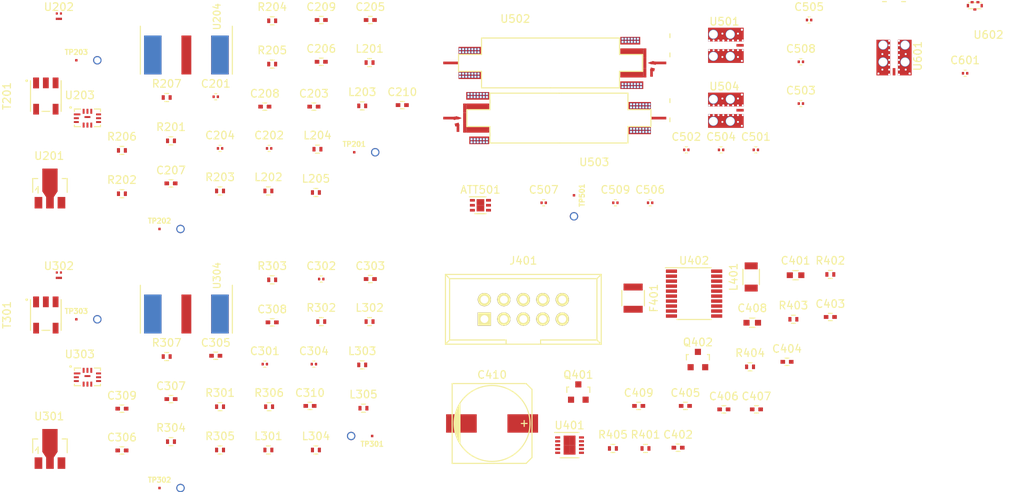
<source format=kicad_pcb>
(kicad_pcb (version 4) (host pcbnew 4.0.7)

  (general
    (links 441)
    (no_connects 243)
    (area 0 0 0 0)
    (thickness 1.6)
    (drawings 0)
    (tracks 0)
    (zones 0)
    (modules 100)
    (nets 76)
  )

  (page A4)
  (layers
    (0 F.Cu signal)
    (1 In1.Cu signal)
    (2 In2.Cu signal)
    (31 B.Cu signal)
    (32 B.Adhes user)
    (33 F.Adhes user)
    (34 B.Paste user)
    (35 F.Paste user)
    (36 B.SilkS user)
    (37 F.SilkS user)
    (38 B.Mask user)
    (39 F.Mask user)
    (40 Dwgs.User user)
    (41 Cmts.User user)
    (42 Eco1.User user)
    (43 Eco2.User user)
    (44 Edge.Cuts user)
    (45 Margin user)
    (46 B.CrtYd user)
    (47 F.CrtYd user)
    (48 B.Fab user)
    (49 F.Fab user)
  )

  (setup
    (last_trace_width 0.25)
    (user_trace_width 0.34)
    (trace_clearance 0.2)
    (zone_clearance 0.508)
    (zone_45_only no)
    (trace_min 0.2)
    (segment_width 0.2)
    (edge_width 0.15)
    (via_size 0.6)
    (via_drill 0.4)
    (via_min_size 0.4)
    (via_min_drill 0.3)
    (uvia_size 0.3)
    (uvia_drill 0.1)
    (uvias_allowed no)
    (uvia_min_size 0.2)
    (uvia_min_drill 0.1)
    (pcb_text_width 0.3)
    (pcb_text_size 1.5 1.5)
    (mod_edge_width 0.15)
    (mod_text_size 1 1)
    (mod_text_width 0.15)
    (pad_size 1.524 1.524)
    (pad_drill 0.762)
    (pad_to_mask_clearance 0.05)
    (aux_axis_origin 0 0)
    (visible_elements FFFEFF7F)
    (pcbplotparams
      (layerselection 0x00030_80000001)
      (usegerberextensions false)
      (excludeedgelayer true)
      (linewidth 0.100000)
      (plotframeref false)
      (viasonmask false)
      (mode 1)
      (useauxorigin false)
      (hpglpennumber 1)
      (hpglpenspeed 20)
      (hpglpendiameter 15)
      (hpglpenoverlay 2)
      (psnegative false)
      (psa4output false)
      (plotreference true)
      (plotvalue true)
      (plotinvisibletext false)
      (padsonsilk false)
      (subtractmaskfromsilk false)
      (outputformat 1)
      (mirror false)
      (drillshape 1)
      (scaleselection 1)
      (outputdirectory ""))
  )

  (net 0 "")
  (net 1 +5V)
  (net 2 "Net-(T201-Pad1)")
  (net 3 GND)
  (net 4 "Net-(T201-Pad3)")
  (net 5 "Net-(T301-Pad1)")
  (net 6 "Net-(T301-Pad3)")
  (net 7 /lo_split/LO_A)
  (net 8 "Net-(R207-Pad2)")
  (net 9 /lo_split/LO_B)
  (net 10 "Net-(R307-Pad2)")
  (net 11 "Net-(U502-Pad5)")
  (net 12 "Net-(U503-Pad5)")
  (net 13 "Net-(C201-Pad1)")
  (net 14 "Net-(C202-Pad2)")
  (net 15 /LO_AMP_A)
  (net 16 "Net-(C204-Pad1)")
  (net 17 "Net-(C204-Pad2)")
  (net 18 "Net-(C206-Pad1)")
  (net 19 "Net-(C207-Pad2)")
  (net 20 "Net-(C208-Pad2)")
  (net 21 /couplers/CPL_FWD)
  (net 22 "Net-(C301-Pad1)")
  (net 23 "Net-(C302-Pad2)")
  (net 24 /LO_AMP_B)
  (net 25 "Net-(C304-Pad1)")
  (net 26 "Net-(C304-Pad2)")
  (net 27 "Net-(C306-Pad1)")
  (net 28 "Net-(C307-Pad2)")
  (net 29 "Net-(C308-Pad2)")
  (net 30 /couplers/CPL_REV)
  (net 31 +3V3)
  (net 32 "Net-(C501-Pad1)")
  (net 33 "Net-(C501-Pad2)")
  (net 34 "Net-(C502-Pad1)")
  (net 35 "Net-(C502-Pad2)")
  (net 36 "Net-(C503-Pad1)")
  (net 37 "Net-(C505-Pad2)")
  (net 38 "Net-(C506-Pad1)")
  (net 39 "Net-(C506-Pad2)")
  (net 40 "Net-(C508-Pad1)")
  (net 41 "Net-(C601-Pad1)")
  (net 42 "Net-(C601-Pad2)")
  (net 43 "Net-(F401-Pad1)")
  (net 44 "Net-(F401-Pad2)")
  (net 45 /power_conn/EXT_3V3_EN)
  (net 46 "Net-(L201-Pad1)")
  (net 47 "Net-(L202-Pad2)")
  (net 48 "Net-(L301-Pad1)")
  (net 49 "Net-(L302-Pad2)")
  (net 50 /power_conn/LO_AMP_EN_A)
  (net 51 /power_conn/LO_AMP_EN_B)
  (net 52 "Net-(R202-Pad1)")
  (net 53 "Net-(R203-Pad1)")
  (net 54 "Net-(R204-Pad1)")
  (net 55 "Net-(R205-Pad2)")
  (net 56 "Net-(R302-Pad1)")
  (net 57 "Net-(R303-Pad1)")
  (net 58 "Net-(R304-Pad1)")
  (net 59 "Net-(R305-Pad2)")
  (net 60 "Net-(ATT501-Pad2)")
  (net 61 "Net-(ATT501-Pad5)")
  (net 62 "Net-(C202-Pad1)")
  (net 63 "Net-(C302-Pad1)")
  (net 64 "Net-(C403-Pad1)")
  (net 65 "Net-(C406-Pad1)")
  (net 66 "Net-(C407-Pad1)")
  (net 67 /power_conn/EXT_LO_AMP_EN)
  (net 68 /power_conn/EXT_X2_EN)
  (net 69 /power_conn/EXT_MIX_EN)
  (net 70 /X2_EN_A)
  (net 71 /MIX_EN_A)
  (net 72 /X2_EN_B)
  (net 73 /MIX_EN_B)
  (net 74 "Net-(R401-Pad1)")
  (net 75 "Net-(R403-Pad2)")

  (net_class Default "This is the default net class."
    (clearance 0.2)
    (trace_width 0.25)
    (via_dia 0.6)
    (via_drill 0.4)
    (uvia_dia 0.3)
    (uvia_drill 0.1)
    (add_net +3V3)
    (add_net +5V)
    (add_net /LO_AMP_A)
    (add_net /LO_AMP_B)
    (add_net /MIX_EN_A)
    (add_net /MIX_EN_B)
    (add_net /X2_EN_A)
    (add_net /X2_EN_B)
    (add_net /couplers/CPL_FWD)
    (add_net /couplers/CPL_REV)
    (add_net /lo_split/LO_A)
    (add_net /lo_split/LO_B)
    (add_net /power_conn/EXT_3V3_EN)
    (add_net /power_conn/EXT_LO_AMP_EN)
    (add_net /power_conn/EXT_MIX_EN)
    (add_net /power_conn/EXT_X2_EN)
    (add_net /power_conn/LO_AMP_EN_A)
    (add_net /power_conn/LO_AMP_EN_B)
    (add_net GND)
    (add_net "Net-(ATT501-Pad2)")
    (add_net "Net-(ATT501-Pad5)")
    (add_net "Net-(C201-Pad1)")
    (add_net "Net-(C202-Pad1)")
    (add_net "Net-(C202-Pad2)")
    (add_net "Net-(C204-Pad1)")
    (add_net "Net-(C204-Pad2)")
    (add_net "Net-(C206-Pad1)")
    (add_net "Net-(C207-Pad2)")
    (add_net "Net-(C208-Pad2)")
    (add_net "Net-(C301-Pad1)")
    (add_net "Net-(C302-Pad1)")
    (add_net "Net-(C302-Pad2)")
    (add_net "Net-(C304-Pad1)")
    (add_net "Net-(C304-Pad2)")
    (add_net "Net-(C306-Pad1)")
    (add_net "Net-(C307-Pad2)")
    (add_net "Net-(C308-Pad2)")
    (add_net "Net-(C403-Pad1)")
    (add_net "Net-(C406-Pad1)")
    (add_net "Net-(C407-Pad1)")
    (add_net "Net-(C501-Pad1)")
    (add_net "Net-(C501-Pad2)")
    (add_net "Net-(C502-Pad1)")
    (add_net "Net-(C502-Pad2)")
    (add_net "Net-(C503-Pad1)")
    (add_net "Net-(C505-Pad2)")
    (add_net "Net-(C506-Pad1)")
    (add_net "Net-(C506-Pad2)")
    (add_net "Net-(C508-Pad1)")
    (add_net "Net-(C601-Pad1)")
    (add_net "Net-(C601-Pad2)")
    (add_net "Net-(F401-Pad1)")
    (add_net "Net-(F401-Pad2)")
    (add_net "Net-(L201-Pad1)")
    (add_net "Net-(L202-Pad2)")
    (add_net "Net-(L301-Pad1)")
    (add_net "Net-(L302-Pad2)")
    (add_net "Net-(R202-Pad1)")
    (add_net "Net-(R203-Pad1)")
    (add_net "Net-(R204-Pad1)")
    (add_net "Net-(R205-Pad2)")
    (add_net "Net-(R207-Pad2)")
    (add_net "Net-(R302-Pad1)")
    (add_net "Net-(R303-Pad1)")
    (add_net "Net-(R304-Pad1)")
    (add_net "Net-(R305-Pad2)")
    (add_net "Net-(R307-Pad2)")
    (add_net "Net-(R401-Pad1)")
    (add_net "Net-(R403-Pad2)")
    (add_net "Net-(T201-Pad1)")
    (add_net "Net-(T201-Pad3)")
    (add_net "Net-(T301-Pad1)")
    (add_net "Net-(T301-Pad3)")
    (add_net "Net-(U502-Pad5)")
    (add_net "Net-(U503-Pad5)")
  )

  (module TO_SOT_Packages_SMD:SOT-23 (layer F.Cu) (tedit 553634F8) (tstamp 5AC9B4E4)
    (at 147.51619 88.205)
    (descr "SOT-23, Standard")
    (tags SOT-23)
    (path /5AC731FA/5AC8C74B)
    (attr smd)
    (fp_text reference Q401 (at 0 -2.25) (layer F.SilkS)
      (effects (font (size 1 1) (thickness 0.15)))
    )
    (fp_text value DMG2305UX (at 0 2.3) (layer F.Fab)
      (effects (font (size 1 1) (thickness 0.15)))
    )
    (fp_line (start -1.65 -1.6) (end 1.65 -1.6) (layer F.CrtYd) (width 0.05))
    (fp_line (start 1.65 -1.6) (end 1.65 1.6) (layer F.CrtYd) (width 0.05))
    (fp_line (start 1.65 1.6) (end -1.65 1.6) (layer F.CrtYd) (width 0.05))
    (fp_line (start -1.65 1.6) (end -1.65 -1.6) (layer F.CrtYd) (width 0.05))
    (fp_line (start 1.29916 -0.65024) (end 1.2509 -0.65024) (layer F.SilkS) (width 0.15))
    (fp_line (start -1.49982 0.0508) (end -1.49982 -0.65024) (layer F.SilkS) (width 0.15))
    (fp_line (start -1.49982 -0.65024) (end -1.2509 -0.65024) (layer F.SilkS) (width 0.15))
    (fp_line (start 1.29916 -0.65024) (end 1.49982 -0.65024) (layer F.SilkS) (width 0.15))
    (fp_line (start 1.49982 -0.65024) (end 1.49982 0.0508) (layer F.SilkS) (width 0.15))
    (pad 1 smd rect (at -0.95 1.00076) (size 0.8001 0.8001) (layers F.Cu F.Paste F.Mask)
      (net 50 /power_conn/LO_AMP_EN_A))
    (pad 2 smd rect (at 0.95 1.00076) (size 0.8001 0.8001) (layers F.Cu F.Paste F.Mask)
      (net 1 +5V))
    (pad 3 smd rect (at 0 -0.99822) (size 0.8001 0.8001) (layers F.Cu F.Paste F.Mask)
      (net 15 /LO_AMP_A))
    (model TO_SOT_Packages_SMD.3dshapes/SOT-23.wrl
      (at (xyz 0 0 0))
      (scale (xyz 1 1 1))
      (rotate (xyz 0 0 0))
    )
  )

  (module TO_SOT_Packages_SMD:SOT-23 (layer F.Cu) (tedit 553634F8) (tstamp 5AC9B4EB)
    (at 163.11619 83.965)
    (descr "SOT-23, Standard")
    (tags SOT-23)
    (path /5AC731FA/5AC8C95C)
    (attr smd)
    (fp_text reference Q402 (at 0 -2.25) (layer F.SilkS)
      (effects (font (size 1 1) (thickness 0.15)))
    )
    (fp_text value DMG2305UX (at 0 2.3) (layer F.Fab)
      (effects (font (size 1 1) (thickness 0.15)))
    )
    (fp_line (start -1.65 -1.6) (end 1.65 -1.6) (layer F.CrtYd) (width 0.05))
    (fp_line (start 1.65 -1.6) (end 1.65 1.6) (layer F.CrtYd) (width 0.05))
    (fp_line (start 1.65 1.6) (end -1.65 1.6) (layer F.CrtYd) (width 0.05))
    (fp_line (start -1.65 1.6) (end -1.65 -1.6) (layer F.CrtYd) (width 0.05))
    (fp_line (start 1.29916 -0.65024) (end 1.2509 -0.65024) (layer F.SilkS) (width 0.15))
    (fp_line (start -1.49982 0.0508) (end -1.49982 -0.65024) (layer F.SilkS) (width 0.15))
    (fp_line (start -1.49982 -0.65024) (end -1.2509 -0.65024) (layer F.SilkS) (width 0.15))
    (fp_line (start 1.29916 -0.65024) (end 1.49982 -0.65024) (layer F.SilkS) (width 0.15))
    (fp_line (start 1.49982 -0.65024) (end 1.49982 0.0508) (layer F.SilkS) (width 0.15))
    (pad 1 smd rect (at -0.95 1.00076) (size 0.8001 0.8001) (layers F.Cu F.Paste F.Mask)
      (net 51 /power_conn/LO_AMP_EN_B))
    (pad 2 smd rect (at 0.95 1.00076) (size 0.8001 0.8001) (layers F.Cu F.Paste F.Mask)
      (net 1 +5V))
    (pad 3 smd rect (at 0 -0.99822) (size 0.8001 0.8001) (layers F.Cu F.Paste F.Mask)
      (net 24 /LO_AMP_B))
    (model TO_SOT_Packages_SMD.3dshapes/SOT-23.wrl
      (at (xyz 0 0 0))
      (scale (xyz 1 1 1))
      (rotate (xyz 0 0 0))
    )
  )

  (module vna_footprints:5LEAD_BALUN_4p83mm_3p3mm (layer F.Cu) (tedit 57FDC5BF) (tstamp 5AC9B4F5)
    (at 78.055 49.592859)
    (path /5AC62E41/5AC85B44)
    (fp_text reference T201 (at -5.08 0 90) (layer F.SilkS)
      (effects (font (size 1 1) (thickness 0.15)))
    )
    (fp_text value Transformer_SP_1S (at -3.81 -0.5 90) (layer F.Fab)
      (effects (font (size 1 1) (thickness 0.15)))
    )
    (fp_circle (center -2.5 -2) (end -2.6 -2) (layer F.SilkS) (width 0.15))
    (fp_line (start -0.5 2) (end 0.5 2) (layer F.SilkS) (width 0.15))
    (fp_line (start -2 -2) (end -2 2) (layer F.SilkS) (width 0.15))
    (fp_line (start 2 -2) (end 2 2) (layer F.SilkS) (width 0.15))
    (pad 1 smd rect (at -1.27 -1.715) (size 0.76 1.4) (layers F.Cu F.Paste F.Mask)
      (net 2 "Net-(T201-Pad1)"))
    (pad 1 smd rect (at -1.27 -1.715) (size 0.76 1.4) (layers F.Cu F.Paste F.Mask)
      (net 2 "Net-(T201-Pad1)"))
    (pad 2 smd rect (at 0 -1.715) (size 0.76 1.4) (layers F.Cu F.Paste F.Mask)
      (net 3 GND))
    (pad 3 smd rect (at 1.27 -1.715) (size 0.76 1.4) (layers F.Cu F.Paste F.Mask)
      (net 4 "Net-(T201-Pad3)"))
    (pad 4 smd rect (at 1.27 1.715) (size 0.76 1.4) (layers F.Cu F.Paste F.Mask)
      (net 54 "Net-(R204-Pad1)"))
    (pad 5 smd rect (at -1.27 1.715) (size 0.76 1.4) (layers F.Cu F.Paste F.Mask)
      (net 3 GND))
  )

  (module vna_footprints:5LEAD_BALUN_4p83mm_3p3mm (layer F.Cu) (tedit 57FDC5BF) (tstamp 5AC9B4FF)
    (at 78.055 78.155)
    (path /5AC63047/5AC85B44)
    (fp_text reference T301 (at -5.08 0 90) (layer F.SilkS)
      (effects (font (size 1 1) (thickness 0.15)))
    )
    (fp_text value Transformer_SP_1S (at 0.445 4.907141 90) (layer F.Fab)
      (effects (font (size 1 1) (thickness 0.15)))
    )
    (fp_circle (center -2.5 -2) (end -2.6 -2) (layer F.SilkS) (width 0.15))
    (fp_line (start -0.5 2) (end 0.5 2) (layer F.SilkS) (width 0.15))
    (fp_line (start -2 -2) (end -2 2) (layer F.SilkS) (width 0.15))
    (fp_line (start 2 -2) (end 2 2) (layer F.SilkS) (width 0.15))
    (pad 1 smd rect (at -1.27 -1.715) (size 0.76 1.4) (layers F.Cu F.Paste F.Mask)
      (net 5 "Net-(T301-Pad1)"))
    (pad 1 smd rect (at -1.27 -1.715) (size 0.76 1.4) (layers F.Cu F.Paste F.Mask)
      (net 5 "Net-(T301-Pad1)"))
    (pad 2 smd rect (at 0 -1.715) (size 0.76 1.4) (layers F.Cu F.Paste F.Mask)
      (net 3 GND))
    (pad 3 smd rect (at 1.27 -1.715) (size 0.76 1.4) (layers F.Cu F.Paste F.Mask)
      (net 6 "Net-(T301-Pad3)"))
    (pad 4 smd rect (at 1.27 1.715) (size 0.76 1.4) (layers F.Cu F.Paste F.Mask)
      (net 58 "Net-(R304-Pad1)"))
    (pad 5 smd rect (at -1.27 1.715) (size 0.76 1.4) (layers F.Cu F.Paste F.Mask)
      (net 3 GND))
  )

  (module vna_footprints:TP-P20B (layer F.Cu) (tedit 5AA5E69C) (tstamp 5AC9B505)
    (at 118.281191 56.925)
    (path /5AC62E41/5AC66A3C)
    (fp_text reference TP201 (at 0 -1.05) (layer F.SilkS)
      (effects (font (size 0.65 0.65) (thickness 0.15)))
    )
    (fp_text value TP_RF (at 1.85 -2.2) (layer F.Fab) hide
      (effects (font (size 1 1) (thickness 0.15)))
    )
    (pad 1 smd rect (at 0 0) (size 0.32 0.32) (layers F.Cu F.Paste F.Mask)
      (net 7 /lo_split/LO_A))
    (pad 2 thru_hole circle (at 2.74 0) (size 1.1 1.1) (drill 0.8) (layers *.Cu *.Mask)
      (net 3 GND))
  )

  (module vna_footprints:TP-P20B (layer F.Cu) (tedit 5AA5E69C) (tstamp 5AC9B50B)
    (at 92.881191 66.935)
    (path /5AC62E41/5AC66A38)
    (fp_text reference TP202 (at 0 -1.05) (layer F.SilkS)
      (effects (font (size 0.65 0.65) (thickness 0.15)))
    )
    (fp_text value TP_RF (at 1.85 -2.2) (layer F.Fab) hide
      (effects (font (size 1 1) (thickness 0.15)))
    )
    (pad 1 smd rect (at 0 0) (size 0.32 0.32) (layers F.Cu F.Paste F.Mask)
      (net 16 "Net-(C204-Pad1)"))
    (pad 2 thru_hole circle (at 2.74 0) (size 1.1 1.1) (drill 0.8) (layers *.Cu *.Mask)
      (net 3 GND))
  )

  (module vna_footprints:TP-P20B (layer F.Cu) (tedit 5AA5E69C) (tstamp 5AC9B511)
    (at 82.031191 44.925)
    (path /5AC62E41/5AC97C49)
    (fp_text reference TP203 (at 0 -1.05) (layer F.SilkS)
      (effects (font (size 0.65 0.65) (thickness 0.15)))
    )
    (fp_text value TP_RF (at 1.85 -2.2) (layer F.Fab) hide
      (effects (font (size 1 1) (thickness 0.15)))
    )
    (pad 1 smd rect (at 0 0) (size 0.32 0.32) (layers F.Cu F.Paste F.Mask)
      (net 8 "Net-(R207-Pad2)"))
    (pad 2 thru_hole circle (at 2.74 0) (size 1.1 1.1) (drill 0.8) (layers *.Cu *.Mask)
      (net 3 GND))
  )

  (module vna_footprints:TP-P20B (layer F.Cu) (tedit 5AA5E69C) (tstamp 5AC9B517)
    (at 120.620476 93.94 180)
    (path /5AC63047/5AC66A3C)
    (fp_text reference TP301 (at 0 -1.05 180) (layer F.SilkS)
      (effects (font (size 0.65 0.65) (thickness 0.15)))
    )
    (fp_text value TP_RF (at 1.85 -2.2 180) (layer F.Fab) hide
      (effects (font (size 1 1) (thickness 0.15)))
    )
    (pad 1 smd rect (at 0 0 180) (size 0.32 0.32) (layers F.Cu F.Paste F.Mask)
      (net 9 /lo_split/LO_B))
    (pad 2 thru_hole circle (at 2.74 0 180) (size 1.1 1.1) (drill 0.8) (layers *.Cu *.Mask)
      (net 3 GND))
  )

  (module vna_footprints:TP-P20B (layer F.Cu) (tedit 5AA5E69C) (tstamp 5AC9B51D)
    (at 92.881191 100.725)
    (path /5AC63047/5AC66A38)
    (fp_text reference TP302 (at 0 -1.05) (layer F.SilkS)
      (effects (font (size 0.65 0.65) (thickness 0.15)))
    )
    (fp_text value TP_RF (at 1.85 -2.2) (layer F.Fab) hide
      (effects (font (size 1 1) (thickness 0.15)))
    )
    (pad 1 smd rect (at 0 0) (size 0.32 0.32) (layers F.Cu F.Paste F.Mask)
      (net 25 "Net-(C304-Pad1)"))
    (pad 2 thru_hole circle (at 2.74 0) (size 1.1 1.1) (drill 0.8) (layers *.Cu *.Mask)
      (net 3 GND))
  )

  (module vna_footprints:TP-P20B (layer F.Cu) (tedit 5AA5E69C) (tstamp 5AC9B523)
    (at 82.031191 78.715)
    (path /5AC63047/5AC97C49)
    (fp_text reference TP303 (at 0 -1.05) (layer F.SilkS)
      (effects (font (size 0.65 0.65) (thickness 0.15)))
    )
    (fp_text value TP_RF (at 1.85 -2.2) (layer F.Fab) hide
      (effects (font (size 1 1) (thickness 0.15)))
    )
    (pad 1 smd rect (at 0 0) (size 0.32 0.32) (layers F.Cu F.Paste F.Mask)
      (net 10 "Net-(R307-Pad2)"))
    (pad 2 thru_hole circle (at 2.74 0) (size 1.1 1.1) (drill 0.8) (layers *.Cu *.Mask)
      (net 3 GND))
  )

  (module vna_footprints:TP-P20B (layer F.Cu) (tedit 5AA5E69C) (tstamp 5AC9B529)
    (at 146.95 62.541191 270)
    (path /5AC73A4A/5AC74090)
    (fp_text reference TP501 (at 0 -1.05 270) (layer F.SilkS)
      (effects (font (size 0.65 0.65) (thickness 0.15)))
    )
    (fp_text value TP_RF (at 1.85 -2.2 270) (layer F.Fab) hide
      (effects (font (size 1 1) (thickness 0.15)))
    )
    (pad 1 smd rect (at 0 0 270) (size 0.32 0.32) (layers F.Cu F.Paste F.Mask)
      (net 39 "Net-(C506-Pad2)"))
    (pad 2 thru_hole circle (at 2.74 0 270) (size 1.1 1.1) (drill 0.8) (layers *.Cu *.Mask)
      (net 3 GND))
  )

  (module TO_SOT_Packages_SMD:SOT89-3_Housing (layer F.Cu) (tedit 0) (tstamp 5AC9B532)
    (at 78.591136 61.65442)
    (descr "SOT89-3, Housing,")
    (tags "SOT89-3, Housing,")
    (path /5AC62E41/5AC66A25)
    (attr smd)
    (fp_text reference U201 (at -0.09906 -4.24942) (layer F.SilkS)
      (effects (font (size 1 1) (thickness 0.15)))
    )
    (fp_text value SKY65013-70LF (at -0.20066 4.59994) (layer F.Fab)
      (effects (font (size 1 1) (thickness 0.15)))
    )
    (fp_line (start -1.89992 0.20066) (end -1.651 -0.09906) (layer F.SilkS) (width 0.15))
    (fp_line (start -1.651 -0.09906) (end -1.5494 -0.24892) (layer F.SilkS) (width 0.15))
    (fp_line (start -1.5494 -0.24892) (end -1.5494 0.59944) (layer F.SilkS) (width 0.15))
    (fp_line (start -2.25044 -1.30048) (end -2.25044 0.50038) (layer F.SilkS) (width 0.15))
    (fp_line (start -2.25044 -1.30048) (end -1.6002 -1.30048) (layer F.SilkS) (width 0.15))
    (fp_line (start 2.25044 -1.30048) (end 2.25044 0.50038) (layer F.SilkS) (width 0.15))
    (fp_line (start 2.25044 -1.30048) (end 1.6002 -1.30048) (layer F.SilkS) (width 0.15))
    (pad 1 smd rect (at -1.50114 1.85166) (size 1.00076 1.50114) (layers F.Cu F.Paste F.Mask)
      (net 13 "Net-(C201-Pad1)"))
    (pad 2 smd rect (at 0 1.85166) (size 1.00076 1.50114) (layers F.Cu F.Paste F.Mask)
      (net 3 GND))
    (pad 3 smd rect (at 1.50114 1.85166) (size 1.00076 1.50114) (layers F.Cu F.Paste F.Mask)
      (net 14 "Net-(C202-Pad2)"))
    (pad 2 smd rect (at 0 -1.09982) (size 1.99898 2.99974) (layers F.Cu F.Paste F.Mask)
      (net 3 GND))
    (pad 2 smd trapezoid (at 0 0.7493 180) (size 1.50114 0.7493) (rect_delta 0 0.50038 ) (layers F.Cu F.Paste F.Mask)
      (net 3 GND))
    (model TO_SOT_Packages_SMD.3dshapes/SOT89-3_Housing.wrl
      (at (xyz 0 0 0))
      (scale (xyz 0.3937 0.3937 0.3937))
      (rotate (xyz 0 0 0))
    )
  )

  (module vna_footprints:QFN_12_3mm2mm (layer F.Cu) (tedit 571B31B5) (tstamp 5AC9B543)
    (at 83.482381 52.485)
    (path /5AC62E41/5AC66A1F)
    (fp_text reference U203 (at -1 -3) (layer F.SilkS)
      (effects (font (size 1 1) (thickness 0.15)))
    )
    (fp_text value LTC5548 (at 3.75 -4.5) (layer F.Fab)
      (effects (font (size 1 1) (thickness 0.15)))
    )
    (fp_circle (center -2.2 -1.4) (end -2.3 -1.4) (layer F.SilkS) (width 0.15))
    (fp_line (start -1.7 1.1) (end -1.7 0.9) (layer F.SilkS) (width 0.15))
    (fp_line (start -0.9 1.1) (end -1.7 1.1) (layer F.SilkS) (width 0.15))
    (fp_line (start 1.7 1.1) (end 0.9 1.1) (layer F.SilkS) (width 0.15))
    (fp_line (start 1.7 0.9) (end 1.7 1.1) (layer F.SilkS) (width 0.15))
    (fp_line (start 1.7 -1.2) (end 1.7 -0.9) (layer F.SilkS) (width 0.15))
    (fp_line (start 0.9 -1.2) (end 1.7 -1.2) (layer F.SilkS) (width 0.15))
    (fp_line (start -1.7 -1.2) (end -0.9 -1.2) (layer F.SilkS) (width 0.15))
    (fp_line (start -1.7 -0.9) (end -1.7 -1.2) (layer F.SilkS) (width 0.15))
    (pad 1 smd rect (at -1.35 -0.5) (size 0.85 0.25) (layers F.Cu F.Paste F.Mask)
      (net 3 GND))
    (pad 2 smd rect (at -1.45 0) (size 0.65 0.25) (layers F.Cu F.Paste F.Mask)
      (net 2 "Net-(T201-Pad1)"))
    (pad 3 smd rect (at -1.45 0.5) (size 0.65 0.25) (layers F.Cu F.Paste F.Mask)
      (net 4 "Net-(T201-Pad3)"))
    (pad 4 smd rect (at -0.5 0.9 90) (size 0.65 0.25) (layers F.Cu F.Paste F.Mask)
      (net 3 GND))
    (pad 5 smd rect (at 0 0.9 90) (size 0.65 0.25) (layers F.Cu F.Paste F.Mask)
      (net 21 /couplers/CPL_FWD))
    (pad 6 smd rect (at 0.5 0.9 90) (size 0.65 0.25) (layers F.Cu F.Paste F.Mask)
      (net 3 GND))
    (pad 7 smd rect (at 1.45 0.5) (size 0.65 0.25) (layers F.Cu F.Paste F.Mask)
      (net 53 "Net-(R203-Pad1)"))
    (pad 8 smd rect (at 1.45 0) (size 0.65 0.25) (layers F.Cu F.Paste F.Mask)
      (net 52 "Net-(R202-Pad1)"))
    (pad 9 smd rect (at 1.45 -0.5) (size 0.65 0.25) (layers F.Cu F.Paste F.Mask)
      (net 18 "Net-(C206-Pad1)"))
    (pad 10 smd rect (at 0.5 -0.9 90) (size 0.65 0.25) (layers F.Cu F.Paste F.Mask)
      (net 3 GND))
    (pad 11 smd rect (at 0 -0.9 90) (size 0.65 0.25) (layers F.Cu F.Paste F.Mask)
      (net 17 "Net-(C204-Pad2)"))
    (pad 12 smd rect (at -0.5 -0.9 90) (size 0.65 0.25) (layers F.Cu F.Paste F.Mask)
      (net 3 GND))
    (pad 13 smd rect (at 0 -0.15) (size 0.77 0.25) (layers F.Cu F.Paste F.Mask)
      (net 3 GND))
  )

  (module vna_footprints:732511150_sma_thin (layer F.Cu) (tedit 571B3D40) (tstamp 5AC9B54C)
    (at 96.385001 44.235714)
    (path /5AC62E41/5AC9757B)
    (fp_text reference U204 (at 4 -5 90) (layer F.SilkS)
      (effects (font (size 0.9 0.9) (thickness 0.15)))
    )
    (fp_text value CONN_SMA (at 7 -3.5 90) (layer F.Fab)
      (effects (font (size 0.9 0.9) (thickness 0.15)))
    )
    (fp_line (start 6 2.5) (end 6 -3.75) (layer F.SilkS) (width 0.15))
    (fp_line (start -6 2.5) (end -6 -3.75) (layer F.SilkS) (width 0.15))
    (pad 1 smd rect (at 0 0) (size 1.29 5.08) (layers F.Cu F.Paste F.Mask)
      (net 8 "Net-(R207-Pad2)"))
    (pad 2 smd rect (at 4.38 0) (size 2.29 5.08) (layers F.Cu F.Paste F.Mask)
      (net 3 GND))
    (pad 3 smd rect (at -4.38 0) (size 2.29 5.08) (layers F.Cu F.Paste F.Mask)
      (net 3 GND))
    (pad 4 smd rect (at -4.38 0) (size 2.29 5.08) (layers B.Cu B.Paste B.Mask)
      (net 3 GND))
    (pad 5 smd rect (at 4.38 0) (size 2.29 5.08) (layers B.Cu B.Paste B.Mask)
      (net 3 GND))
  )

  (module TO_SOT_Packages_SMD:SOT89-3_Housing (layer F.Cu) (tedit 0) (tstamp 5AC9B555)
    (at 78.591136 95.62442)
    (descr "SOT89-3, Housing,")
    (tags "SOT89-3, Housing,")
    (path /5AC63047/5AC66A25)
    (attr smd)
    (fp_text reference U301 (at -0.09906 -4.24942) (layer F.SilkS)
      (effects (font (size 1 1) (thickness 0.15)))
    )
    (fp_text value SKY65013-70LF (at -0.20066 4.59994) (layer F.Fab)
      (effects (font (size 1 1) (thickness 0.15)))
    )
    (fp_line (start -1.89992 0.20066) (end -1.651 -0.09906) (layer F.SilkS) (width 0.15))
    (fp_line (start -1.651 -0.09906) (end -1.5494 -0.24892) (layer F.SilkS) (width 0.15))
    (fp_line (start -1.5494 -0.24892) (end -1.5494 0.59944) (layer F.SilkS) (width 0.15))
    (fp_line (start -2.25044 -1.30048) (end -2.25044 0.50038) (layer F.SilkS) (width 0.15))
    (fp_line (start -2.25044 -1.30048) (end -1.6002 -1.30048) (layer F.SilkS) (width 0.15))
    (fp_line (start 2.25044 -1.30048) (end 2.25044 0.50038) (layer F.SilkS) (width 0.15))
    (fp_line (start 2.25044 -1.30048) (end 1.6002 -1.30048) (layer F.SilkS) (width 0.15))
    (pad 1 smd rect (at -1.50114 1.85166) (size 1.00076 1.50114) (layers F.Cu F.Paste F.Mask)
      (net 22 "Net-(C301-Pad1)"))
    (pad 2 smd rect (at 0 1.85166) (size 1.00076 1.50114) (layers F.Cu F.Paste F.Mask)
      (net 3 GND))
    (pad 3 smd rect (at 1.50114 1.85166) (size 1.00076 1.50114) (layers F.Cu F.Paste F.Mask)
      (net 23 "Net-(C302-Pad2)"))
    (pad 2 smd rect (at 0 -1.09982) (size 1.99898 2.99974) (layers F.Cu F.Paste F.Mask)
      (net 3 GND))
    (pad 2 smd trapezoid (at 0 0.7493 180) (size 1.50114 0.7493) (rect_delta 0 0.50038 ) (layers F.Cu F.Paste F.Mask)
      (net 3 GND))
    (model TO_SOT_Packages_SMD.3dshapes/SOT89-3_Housing.wrl
      (at (xyz 0 0 0))
      (scale (xyz 0.3937 0.3937 0.3937))
      (rotate (xyz 0 0 0))
    )
  )

  (module vna_footprints:QFN_12_3mm2mm (layer F.Cu) (tedit 571B31B5) (tstamp 5AC9B566)
    (at 83.482381 86.275)
    (path /5AC63047/5AC66A1F)
    (fp_text reference U303 (at -1 -3) (layer F.SilkS)
      (effects (font (size 1 1) (thickness 0.15)))
    )
    (fp_text value LTC5548 (at 3.75 -4.5) (layer F.Fab)
      (effects (font (size 1 1) (thickness 0.15)))
    )
    (fp_circle (center -2.2 -1.4) (end -2.3 -1.4) (layer F.SilkS) (width 0.15))
    (fp_line (start -1.7 1.1) (end -1.7 0.9) (layer F.SilkS) (width 0.15))
    (fp_line (start -0.9 1.1) (end -1.7 1.1) (layer F.SilkS) (width 0.15))
    (fp_line (start 1.7 1.1) (end 0.9 1.1) (layer F.SilkS) (width 0.15))
    (fp_line (start 1.7 0.9) (end 1.7 1.1) (layer F.SilkS) (width 0.15))
    (fp_line (start 1.7 -1.2) (end 1.7 -0.9) (layer F.SilkS) (width 0.15))
    (fp_line (start 0.9 -1.2) (end 1.7 -1.2) (layer F.SilkS) (width 0.15))
    (fp_line (start -1.7 -1.2) (end -0.9 -1.2) (layer F.SilkS) (width 0.15))
    (fp_line (start -1.7 -0.9) (end -1.7 -1.2) (layer F.SilkS) (width 0.15))
    (pad 1 smd rect (at -1.35 -0.5) (size 0.85 0.25) (layers F.Cu F.Paste F.Mask)
      (net 3 GND))
    (pad 2 smd rect (at -1.45 0) (size 0.65 0.25) (layers F.Cu F.Paste F.Mask)
      (net 5 "Net-(T301-Pad1)"))
    (pad 3 smd rect (at -1.45 0.5) (size 0.65 0.25) (layers F.Cu F.Paste F.Mask)
      (net 6 "Net-(T301-Pad3)"))
    (pad 4 smd rect (at -0.5 0.9 90) (size 0.65 0.25) (layers F.Cu F.Paste F.Mask)
      (net 3 GND))
    (pad 5 smd rect (at 0 0.9 90) (size 0.65 0.25) (layers F.Cu F.Paste F.Mask)
      (net 30 /couplers/CPL_REV))
    (pad 6 smd rect (at 0.5 0.9 90) (size 0.65 0.25) (layers F.Cu F.Paste F.Mask)
      (net 3 GND))
    (pad 7 smd rect (at 1.45 0.5) (size 0.65 0.25) (layers F.Cu F.Paste F.Mask)
      (net 57 "Net-(R303-Pad1)"))
    (pad 8 smd rect (at 1.45 0) (size 0.65 0.25) (layers F.Cu F.Paste F.Mask)
      (net 56 "Net-(R302-Pad1)"))
    (pad 9 smd rect (at 1.45 -0.5) (size 0.65 0.25) (layers F.Cu F.Paste F.Mask)
      (net 27 "Net-(C306-Pad1)"))
    (pad 10 smd rect (at 0.5 -0.9 90) (size 0.65 0.25) (layers F.Cu F.Paste F.Mask)
      (net 3 GND))
    (pad 11 smd rect (at 0 -0.9 90) (size 0.65 0.25) (layers F.Cu F.Paste F.Mask)
      (net 26 "Net-(C304-Pad2)"))
    (pad 12 smd rect (at -0.5 -0.9 90) (size 0.65 0.25) (layers F.Cu F.Paste F.Mask)
      (net 3 GND))
    (pad 13 smd rect (at 0 -0.15) (size 0.77 0.25) (layers F.Cu F.Paste F.Mask)
      (net 3 GND))
  )

  (module vna_footprints:732511150_sma_thin (layer F.Cu) (tedit 571B3D40) (tstamp 5AC9B56F)
    (at 96.385001 78.025714)
    (path /5AC63047/5AC9757B)
    (fp_text reference U304 (at 4 -5 90) (layer F.SilkS)
      (effects (font (size 0.9 0.9) (thickness 0.15)))
    )
    (fp_text value CONN_SMA (at 7 -3.5 90) (layer F.Fab)
      (effects (font (size 0.9 0.9) (thickness 0.15)))
    )
    (fp_line (start 6 2.5) (end 6 -3.75) (layer F.SilkS) (width 0.15))
    (fp_line (start -6 2.5) (end -6 -3.75) (layer F.SilkS) (width 0.15))
    (pad 1 smd rect (at 0 0) (size 1.29 5.08) (layers F.Cu F.Paste F.Mask)
      (net 10 "Net-(R307-Pad2)"))
    (pad 2 smd rect (at 4.38 0) (size 2.29 5.08) (layers F.Cu F.Paste F.Mask)
      (net 3 GND))
    (pad 3 smd rect (at -4.38 0) (size 2.29 5.08) (layers F.Cu F.Paste F.Mask)
      (net 3 GND))
    (pad 4 smd rect (at -4.38 0) (size 2.29 5.08) (layers B.Cu B.Paste B.Mask)
      (net 3 GND))
    (pad 5 smd rect (at 4.38 0) (size 2.29 5.08) (layers B.Cu B.Paste B.Mask)
      (net 3 GND))
  )

  (module vna_footprints:SMA_901-10512_6p7MIL_FR408_CPW_LAUNCH (layer F.Cu) (tedit 59B481E3) (tstamp 5AC9B592)
    (at 166.815001 42.975)
    (path /5AC73A4A/5AC73BCD)
    (fp_text reference U501 (at -0.25 -3.1) (layer F.SilkS)
      (effects (font (size 1 1) (thickness 0.15)))
    )
    (fp_text value CONN_SMA_2GND (at 1.1 -5) (layer F.Fab)
      (effects (font (size 1 1) (thickness 0.15)))
    )
    (fp_line (start -7.35 -1) (end -7.35 -1.5) (layer F.SilkS) (width 0.15))
    (fp_line (start -7.35 1.5) (end -7.35 1) (layer F.SilkS) (width 0.15))
    (pad 2 thru_hole circle (at -1.685 -1.435) (size 1.24 1.24) (drill 1.14) (layers *.Cu *.Mask)
      (net 3 GND))
    (pad 2 thru_hole circle (at 0.525 -1.435) (size 1.24 1.24) (drill 1.14) (layers *.Cu *.Mask)
      (net 3 GND))
    (pad 3 thru_hole circle (at 0.525 1.435) (size 1.24 1.24) (drill 1.14) (layers *.Cu *.Mask)
      (net 3 GND))
    (pad 3 thru_hole circle (at -1.685 1.435) (size 1.24 1.24) (drill 1.14) (layers *.Cu *.Mask)
      (net 3 GND))
    (pad 1 smd rect (at 1.8 0) (size 0.95 0.35) (layers F.Cu F.Paste F.Mask)
      (net 38 "Net-(C506-Pad1)"))
    (pad 2 smd rect (at -0.05 -1.4) (size 4.65 1.8) (layers F.Cu F.Paste F.Mask)
      (net 3 GND))
    (pad 3 smd rect (at -0.05 1.4) (size 4.65 1.8) (layers F.Cu F.Paste F.Mask)
      (net 3 GND))
    (pad 2 thru_hole circle (at 0.254 -0.635) (size 0.254 0.254) (drill 0.254) (layers *.Cu *.Mask)
      (net 3 GND))
    (pad 2 thru_hole circle (at -1.651 -0.635) (size 0.254 0.254) (drill 0.254) (layers *.Cu *.Mask)
      (net 3 GND))
    (pad 2 thru_hole circle (at -2.2352 -0.635) (size 0.254 0.254) (drill 0.254) (layers *.Cu *.Mask)
      (net 3 GND))
    (pad 2 thru_hole circle (at -1.016 -0.635) (size 0.254 0.254) (drill 0.254) (layers *.Cu *.Mask)
      (net 3 GND))
    (pad 2 thru_hole circle (at -0.381 -0.635) (size 0.254 0.254) (drill 0.254) (layers *.Cu *.Mask)
      (net 3 GND))
    (pad 2 thru_hole circle (at 0.889 -0.635) (size 0.254 0.254) (drill 0.254) (layers *.Cu *.Mask)
      (net 3 GND))
    (pad 2 thru_hole circle (at 1.524 -0.635) (size 0.254 0.254) (drill 0.254) (layers *.Cu *.Mask)
      (net 3 GND))
    (pad 2 thru_hole circle (at 2.159 -0.635) (size 0.254 0.254) (drill 0.254) (layers *.Cu *.Mask)
      (net 3 GND))
    (pad 2 thru_hole circle (at 2.159 0.635) (size 0.254 0.254) (drill 0.254) (layers *.Cu *.Mask)
      (net 3 GND))
    (pad 2 thru_hole circle (at 1.524 0.635) (size 0.254 0.254) (drill 0.254) (layers *.Cu *.Mask)
      (net 3 GND))
    (pad 2 thru_hole circle (at 0.889 0.635) (size 0.254 0.254) (drill 0.254) (layers *.Cu *.Mask)
      (net 3 GND))
    (pad 2 thru_hole circle (at 0.254 0.635) (size 0.254 0.254) (drill 0.254) (layers *.Cu *.Mask)
      (net 3 GND))
    (pad 2 thru_hole circle (at -0.381 0.635) (size 0.254 0.254) (drill 0.254) (layers *.Cu *.Mask)
      (net 3 GND))
    (pad 2 thru_hole circle (at -1.016 0.635) (size 0.254 0.254) (drill 0.254) (layers *.Cu *.Mask)
      (net 3 GND))
    (pad 2 thru_hole circle (at -1.651 0.635) (size 0.254 0.254) (drill 0.254) (layers *.Cu *.Mask)
      (net 3 GND))
    (pad 2 thru_hole circle (at -2.2352 0.635) (size 0.254 0.254) (drill 0.254) (layers *.Cu *.Mask)
      (net 3 GND))
    (pad 2 thru_hole circle (at -0.381 -0.635) (size 0.254 0.254) (drill 0.254) (layers *.Cu *.Mask)
      (net 3 GND))
    (pad 2 thru_hole circle (at -0.508 -1.524) (size 0.254 0.254) (drill 0.254) (layers *.Cu *.Mask)
      (net 3 GND))
    (pad 2 thru_hole circle (at 1.524 -1.524) (size 0.254 0.254) (drill 0.254) (layers *.Cu *.Mask)
      (net 3 GND))
    (pad 2 thru_hole circle (at 1.524 1.524) (size 0.254 0.254) (drill 0.254) (layers *.Cu *.Mask)
      (net 3 GND))
    (pad 2 thru_hole circle (at -0.508 1.524) (size 0.254 0.254) (drill 0.254) (layers *.Cu *.Mask)
      (net 3 GND))
    (pad 2 thru_hole circle (at 2.032 2.032) (size 0.254 0.254) (drill 0.254) (layers *.Cu *.Mask)
      (net 3 GND))
    (pad 2 thru_hole circle (at 2.032 -2.032) (size 0.254 0.254) (drill 0.254) (layers *.Cu *.Mask)
      (net 3 GND))
    (pad 2 thru_hole circle (at 2.032 -2.032) (size 0.254 0.254) (drill 0.254) (layers *.Cu *.Mask)
      (net 3 GND))
  )

  (module vna_footprints:resistive_bridge_osh_fr408_ustrip (layer F.Cu) (tedit 5AC16F9A) (tstamp 5AC9B624)
    (at 144.99 52.47 180)
    (path /5AC73A4A/5AC73B7B)
    (fp_text reference U503 (at -4.6 -5.75 180) (layer F.SilkS)
      (effects (font (size 1 1) (thickness 0.15)))
    )
    (fp_text value resistive_bridge (at -0.8 -7.3 180) (layer F.Fab)
      (effects (font (size 1 1) (thickness 0.15)))
    )
    (fp_line (start 12 -1.1) (end 12 1.1) (layer F.SilkS) (width 0.15))
    (fp_line (start 9 1.1) (end 9 3.25) (layer F.SilkS) (width 0.15))
    (fp_line (start 12 1.1) (end 9 1.1) (layer F.SilkS) (width 0.15))
    (fp_line (start 12 -1.1) (end 9 -1.1) (layer F.SilkS) (width 0.15))
    (fp_line (start 9 -1.1) (end 9 -3.25) (layer F.SilkS) (width 0.15))
    (fp_line (start -9 3.25) (end 0 3.25) (layer F.SilkS) (width 0.15))
    (fp_line (start -9 1.1) (end -9 3.25) (layer F.SilkS) (width 0.15))
    (fp_line (start -12 -1.1) (end -12 1.1) (layer F.SilkS) (width 0.15))
    (fp_line (start -9 -3.25) (end 0 -3.25) (layer F.SilkS) (width 0.15))
    (fp_line (start -9 -1.1) (end -9 -3.25) (layer F.SilkS) (width 0.15))
    (fp_line (start -9 1.1) (end -12 1.1) (layer F.SilkS) (width 0.15))
    (fp_line (start -12 -1.1) (end -9 -1.1) (layer F.SilkS) (width 0.15))
    (fp_line (start 9 -3.25) (end 0 -3.25) (layer F.SilkS) (width 0.15))
    (fp_line (start 0 3.25) (end 9 3.25) (layer F.SilkS) (width 0.15))
    (pad 1 smd rect (at -13 0 180) (size 2 0.35) (layers F.Cu F.Paste F.Mask)
      (net 34 "Net-(C502-Pad1)"))
    (pad 4 smd rect (at -10.5 -1.6 180) (size 3 1) (layers F.Cu F.Paste F.Mask)
      (net 3 GND))
    (pad 4 smd rect (at -10.5 1.6 180) (size 3 1) (layers F.Cu F.Paste F.Mask)
      (net 3 GND))
    (pad 4 smd rect (at 10.4 -2.9 180) (size 2.6 1) (layers F.Cu F.Paste F.Mask)
      (net 3 GND))
    (pad 5 smd rect (at 10.6 1.5 180) (size 3 0.8) (layers F.Cu F.Paste F.Mask)
      (net 12 "Net-(U503-Pad5)"))
    (pad 5 smd rect (at 10.6 -1.5 180) (size 3 0.8) (layers F.Cu F.Paste F.Mask)
      (net 12 "Net-(U503-Pad5)"))
    (pad 5 smd rect (at 12.3 0 180) (size 0.4 1.4) (layers F.Cu F.Paste)
      (net 12 "Net-(U503-Pad5)"))
    (pad 2 smd rect (at 14.1 0 180) (size 2 0.35) (layers F.Cu F.Paste)
      (net 39 "Net-(C506-Pad2)"))
    (pad 4 smd rect (at 10.6 2.9 180) (size 3 1) (layers F.Cu F.Paste F.Mask)
      (net 3 GND))
    (pad 2 smd trapezoid (at 12.9 0) (size 0.4 0.18) (rect_delta 0.16 0 ) (layers F.Cu F.Paste F.Mask)
      (net 39 "Net-(C506-Pad2)"))
    (pad 3 smd rect (at 13.175 -1.3 180) (size 0.35 1) (layers F.Cu F.Paste F.Mask)
      (net 60 "Net-(ATT501-Pad2)"))
    (pad 4 thru_hole circle (at -9.4 -1.4 180) (size 0.36 0.36) (drill 0.254) (layers *.Cu *.Mask)
      (net 3 GND))
    (pad 4 thru_hole circle (at -9.4 1.4 180) (size 0.36 0.36) (drill 0.254) (layers *.Cu *.Mask)
      (net 3 GND))
    (pad 4 thru_hole circle (at 9.8 2.75 180) (size 0.36 0.36) (drill 0.254) (layers *.Cu *.Mask)
      (net 3 GND))
    (pad 4 thru_hole circle (at 9.8 -2.75 180) (size 0.36 0.36) (drill 0.254) (layers *.Cu *.Mask)
      (net 3 GND))
    (pad 4 thru_hole circle (at 10.6 2.75 180) (size 0.36 0.36) (drill 0.254) (layers *.Cu *.Mask)
      (net 3 GND))
    (pad 4 thru_hole circle (at 11 2.75 180) (size 0.36 0.36) (drill 0.254) (layers *.Cu *.Mask)
      (net 3 GND))
    (pad 4 thru_hole circle (at 11.4 2.75 180) (size 0.36 0.36) (drill 0.254) (layers *.Cu *.Mask)
      (net 3 GND))
    (pad 4 thru_hole circle (at 11.4 3.15 180) (size 0.36 0.36) (drill 0.254) (layers *.Cu *.Mask)
      (net 3 GND))
    (pad 4 thru_hole circle (at 11 3.15 180) (size 0.36 0.36) (drill 0.254) (layers *.Cu *.Mask)
      (net 3 GND))
    (pad 4 thru_hole circle (at 10.6 3.15 180) (size 0.36 0.36) (drill 0.254) (layers *.Cu *.Mask)
      (net 3 GND))
    (pad 4 thru_hole circle (at 10.2 3.15 180) (size 0.36 0.36) (drill 0.254) (layers *.Cu *.Mask)
      (net 3 GND))
    (pad 4 thru_hole circle (at 10.2 -2.75 180) (size 0.36 0.36) (drill 0.254) (layers *.Cu *.Mask)
      (net 3 GND))
    (pad 4 thru_hole circle (at 10.6 -2.75 180) (size 0.36 0.36) (drill 0.254) (layers *.Cu *.Mask)
      (net 3 GND))
    (pad 4 thru_hole circle (at 11 -2.75 180) (size 0.36 0.36) (drill 0.254) (layers *.Cu *.Mask)
      (net 3 GND))
    (pad 4 thru_hole circle (at 11.4 -2.75 180) (size 0.36 0.36) (drill 0.254) (layers *.Cu *.Mask)
      (net 3 GND))
    (pad 4 thru_hole circle (at 9.8 -3.15 180) (size 0.36 0.36) (drill 0.254) (layers *.Cu *.Mask)
      (net 3 GND))
    (pad 4 thru_hole circle (at 10.2 -3.15 180) (size 0.36 0.36) (drill 0.254) (layers *.Cu *.Mask)
      (net 3 GND))
    (pad 4 thru_hole circle (at 10.6 -3.15 180) (size 0.36 0.36) (drill 0.254) (layers *.Cu *.Mask)
      (net 3 GND))
    (pad 4 thru_hole circle (at 11 -3.15 180) (size 0.36 0.36) (drill 0.254) (layers *.Cu *.Mask)
      (net 3 GND))
    (pad 4 thru_hole circle (at 11.4 -3.15 180) (size 0.36 0.36) (drill 0.254) (layers *.Cu *.Mask)
      (net 3 GND))
    (pad 4 thru_hole circle (at 11.8 2.75 180) (size 0.36 0.36) (drill 0.254) (layers *.Cu *.Mask)
      (net 3 GND))
    (pad 4 thru_hole circle (at 11.8 3.15 180) (size 0.36 0.36) (drill 0.254) (layers *.Cu *.Mask)
      (net 3 GND))
    (pad 4 thru_hole circle (at -9.8 -1.4 180) (size 0.36 0.36) (drill 0.254) (layers *.Cu *.Mask)
      (net 3 GND))
    (pad 4 thru_hole circle (at -10.2 -1.4 180) (size 0.36 0.36) (drill 0.254) (layers *.Cu *.Mask)
      (net 3 GND))
    (pad 4 thru_hole circle (at -10.6 -1.4 180) (size 0.36 0.36) (drill 0.254) (layers *.Cu *.Mask)
      (net 3 GND))
    (pad 4 thru_hole circle (at -11 -1.4 180) (size 0.36 0.36) (drill 0.254) (layers *.Cu *.Mask)
      (net 3 GND))
    (pad 4 thru_hole circle (at -11.4 -1.4 180) (size 0.36 0.36) (drill 0.254) (layers *.Cu *.Mask)
      (net 3 GND))
    (pad 4 thru_hole circle (at -11.8 -1.4 180) (size 0.36 0.36) (drill 0.254) (layers *.Cu *.Mask)
      (net 3 GND))
    (pad 4 thru_hole circle (at -11.8 -1.8 180) (size 0.36 0.36) (drill 0.254) (layers *.Cu *.Mask)
      (net 3 GND))
    (pad 4 thru_hole circle (at -11.4 -1.8 180) (size 0.36 0.36) (drill 0.254) (layers *.Cu *.Mask)
      (net 3 GND))
    (pad 4 thru_hole circle (at -11 -1.8 180) (size 0.36 0.36) (drill 0.254) (layers *.Cu *.Mask)
      (net 3 GND))
    (pad 4 thru_hole circle (at -10.6 -1.8 180) (size 0.36 0.36) (drill 0.254) (layers *.Cu *.Mask)
      (net 3 GND))
    (pad 4 thru_hole circle (at -10.2 -1.8 180) (size 0.36 0.36) (drill 0.254) (layers *.Cu *.Mask)
      (net 3 GND))
    (pad 4 thru_hole circle (at -9.8 -1.8 180) (size 0.36 0.36) (drill 0.254) (layers *.Cu *.Mask)
      (net 3 GND))
    (pad 4 thru_hole circle (at -9.4 -1.8 180) (size 0.36 0.36) (drill 0.254) (layers *.Cu *.Mask)
      (net 3 GND))
    (pad 4 thru_hole circle (at -9.8 1.4 180) (size 0.36 0.36) (drill 0.254) (layers *.Cu *.Mask)
      (net 3 GND))
    (pad 4 thru_hole circle (at -10.2 1.4 180) (size 0.36 0.36) (drill 0.254) (layers *.Cu *.Mask)
      (net 3 GND))
    (pad 4 thru_hole circle (at -10.6 1.4 180) (size 0.36 0.36) (drill 0.254) (layers *.Cu *.Mask)
      (net 3 GND))
    (pad 4 thru_hole circle (at -11 1.4 180) (size 0.36 0.36) (drill 0.254) (layers *.Cu *.Mask)
      (net 3 GND))
    (pad 4 thru_hole circle (at -11.4 1.4 180) (size 0.36 0.36) (drill 0.254) (layers *.Cu *.Mask)
      (net 3 GND))
    (pad 4 thru_hole circle (at -11.8 1.4 180) (size 0.36 0.36) (drill 0.254) (layers *.Cu *.Mask)
      (net 3 GND))
    (pad 4 thru_hole circle (at -11.8 1.8 180) (size 0.36 0.36) (drill 0.254) (layers *.Cu *.Mask)
      (net 3 GND))
    (pad 4 thru_hole circle (at -11.4 1.8 180) (size 0.36 0.36) (drill 0.254) (layers *.Cu *.Mask)
      (net 3 GND))
    (pad 4 thru_hole circle (at -11 1.8 180) (size 0.36 0.36) (drill 0.254) (layers *.Cu *.Mask)
      (net 3 GND))
    (pad 4 thru_hole circle (at -10.6 1.8 180) (size 0.36 0.36) (drill 0.254) (layers *.Cu *.Mask)
      (net 3 GND))
    (pad 4 thru_hole circle (at -10.2 1.8 180) (size 0.36 0.36) (drill 0.254) (layers *.Cu *.Mask)
      (net 3 GND))
    (pad 4 thru_hole circle (at -9.8 1.8 180) (size 0.36 0.36) (drill 0.254) (layers *.Cu *.Mask)
      (net 3 GND))
    (pad 4 thru_hole circle (at -9.4 1.8 180) (size 0.36 0.36) (drill 0.254) (layers *.Cu *.Mask)
      (net 3 GND))
    (pad 4 thru_hole circle (at 10.2 2.75 180) (size 0.36 0.36) (drill 0.254) (layers *.Cu *.Mask)
      (net 3 GND))
    (pad 4 thru_hole circle (at 9.4 2.75 180) (size 0.36 0.36) (drill 0.254) (layers *.Cu *.Mask)
      (net 3 GND))
    (pad 4 thru_hole circle (at 9.4 3.15 180) (size 0.36 0.36) (drill 0.254) (layers *.Cu *.Mask)
      (net 3 GND))
    (pad 4 thru_hole circle (at 9.8 3.15 180) (size 0.36 0.36) (drill 0.254) (layers *.Cu *.Mask)
      (net 3 GND))
    (pad 4 thru_hole circle (at 9.4 -3.15 180) (size 0.36 0.36) (drill 0.254) (layers *.Cu *.Mask)
      (net 3 GND))
    (pad 4 thru_hole circle (at 9.4 -2.75 180) (size 0.36 0.36) (drill 0.254) (layers *.Cu *.Mask)
      (net 3 GND))
    (pad 5 smd rect (at 12.3 -1.3 180) (size 0.4 1.2) (layers F.Cu F.Paste F.Mask)
      (net 12 "Net-(U503-Pad5)"))
    (pad 5 smd rect (at 12.3 1.3 180) (size 0.4 1.2) (layers F.Cu F.Paste F.Mask)
      (net 12 "Net-(U503-Pad5)"))
    (pad 2 smd rect (at 13.5 0 194.5) (size 0.55 0.4) (layers F.Cu F.Paste F.Mask)
      (net 39 "Net-(C506-Pad2)"))
    (pad 3 smd rect (at 13.3 -0.85 194.5) (size 0.55 0.4) (layers F.Cu F.Paste F.Mask)
      (net 60 "Net-(ATT501-Pad2)"))
  )

  (module vna_footprints:SMA_901-10512_6p7MIL_FR408_CPW_LAUNCH (layer F.Cu) (tedit 59B481E3) (tstamp 5AC9B647)
    (at 166.815001 51.445)
    (path /5AC73A4A/5AC73C3F)
    (fp_text reference U504 (at -0.25 -3.1) (layer F.SilkS)
      (effects (font (size 1 1) (thickness 0.15)))
    )
    (fp_text value CONN_SMA_2GND (at 1.1 -5) (layer F.Fab)
      (effects (font (size 1 1) (thickness 0.15)))
    )
    (fp_line (start -7.35 -1) (end -7.35 -1.5) (layer F.SilkS) (width 0.15))
    (fp_line (start -7.35 1.5) (end -7.35 1) (layer F.SilkS) (width 0.15))
    (pad 2 thru_hole circle (at -1.685 -1.435) (size 1.24 1.24) (drill 1.14) (layers *.Cu *.Mask)
      (net 3 GND))
    (pad 2 thru_hole circle (at 0.525 -1.435) (size 1.24 1.24) (drill 1.14) (layers *.Cu *.Mask)
      (net 3 GND))
    (pad 3 thru_hole circle (at 0.525 1.435) (size 1.24 1.24) (drill 1.14) (layers *.Cu *.Mask)
      (net 3 GND))
    (pad 3 thru_hole circle (at -1.685 1.435) (size 1.24 1.24) (drill 1.14) (layers *.Cu *.Mask)
      (net 3 GND))
    (pad 1 smd rect (at 1.8 0) (size 0.95 0.35) (layers F.Cu F.Paste F.Mask)
      (net 33 "Net-(C501-Pad2)"))
    (pad 2 smd rect (at -0.05 -1.4) (size 4.65 1.8) (layers F.Cu F.Paste F.Mask)
      (net 3 GND))
    (pad 3 smd rect (at -0.05 1.4) (size 4.65 1.8) (layers F.Cu F.Paste F.Mask)
      (net 3 GND))
    (pad 2 thru_hole circle (at 0.254 -0.635) (size 0.254 0.254) (drill 0.254) (layers *.Cu *.Mask)
      (net 3 GND))
    (pad 2 thru_hole circle (at -1.651 -0.635) (size 0.254 0.254) (drill 0.254) (layers *.Cu *.Mask)
      (net 3 GND))
    (pad 2 thru_hole circle (at -2.2352 -0.635) (size 0.254 0.254) (drill 0.254) (layers *.Cu *.Mask)
      (net 3 GND))
    (pad 2 thru_hole circle (at -1.016 -0.635) (size 0.254 0.254) (drill 0.254) (layers *.Cu *.Mask)
      (net 3 GND))
    (pad 2 thru_hole circle (at -0.381 -0.635) (size 0.254 0.254) (drill 0.254) (layers *.Cu *.Mask)
      (net 3 GND))
    (pad 2 thru_hole circle (at 0.889 -0.635) (size 0.254 0.254) (drill 0.254) (layers *.Cu *.Mask)
      (net 3 GND))
    (pad 2 thru_hole circle (at 1.524 -0.635) (size 0.254 0.254) (drill 0.254) (layers *.Cu *.Mask)
      (net 3 GND))
    (pad 2 thru_hole circle (at 2.159 -0.635) (size 0.254 0.254) (drill 0.254) (layers *.Cu *.Mask)
      (net 3 GND))
    (pad 2 thru_hole circle (at 2.159 0.635) (size 0.254 0.254) (drill 0.254) (layers *.Cu *.Mask)
      (net 3 GND))
    (pad 2 thru_hole circle (at 1.524 0.635) (size 0.254 0.254) (drill 0.254) (layers *.Cu *.Mask)
      (net 3 GND))
    (pad 2 thru_hole circle (at 0.889 0.635) (size 0.254 0.254) (drill 0.254) (layers *.Cu *.Mask)
      (net 3 GND))
    (pad 2 thru_hole circle (at 0.254 0.635) (size 0.254 0.254) (drill 0.254) (layers *.Cu *.Mask)
      (net 3 GND))
    (pad 2 thru_hole circle (at -0.381 0.635) (size 0.254 0.254) (drill 0.254) (layers *.Cu *.Mask)
      (net 3 GND))
    (pad 2 thru_hole circle (at -1.016 0.635) (size 0.254 0.254) (drill 0.254) (layers *.Cu *.Mask)
      (net 3 GND))
    (pad 2 thru_hole circle (at -1.651 0.635) (size 0.254 0.254) (drill 0.254) (layers *.Cu *.Mask)
      (net 3 GND))
    (pad 2 thru_hole circle (at -2.2352 0.635) (size 0.254 0.254) (drill 0.254) (layers *.Cu *.Mask)
      (net 3 GND))
    (pad 2 thru_hole circle (at -0.381 -0.635) (size 0.254 0.254) (drill 0.254) (layers *.Cu *.Mask)
      (net 3 GND))
    (pad 2 thru_hole circle (at -0.508 -1.524) (size 0.254 0.254) (drill 0.254) (layers *.Cu *.Mask)
      (net 3 GND))
    (pad 2 thru_hole circle (at 1.524 -1.524) (size 0.254 0.254) (drill 0.254) (layers *.Cu *.Mask)
      (net 3 GND))
    (pad 2 thru_hole circle (at 1.524 1.524) (size 0.254 0.254) (drill 0.254) (layers *.Cu *.Mask)
      (net 3 GND))
    (pad 2 thru_hole circle (at -0.508 1.524) (size 0.254 0.254) (drill 0.254) (layers *.Cu *.Mask)
      (net 3 GND))
    (pad 2 thru_hole circle (at 2.032 2.032) (size 0.254 0.254) (drill 0.254) (layers *.Cu *.Mask)
      (net 3 GND))
    (pad 2 thru_hole circle (at 2.032 -2.032) (size 0.254 0.254) (drill 0.254) (layers *.Cu *.Mask)
      (net 3 GND))
    (pad 2 thru_hole circle (at 2.032 -2.032) (size 0.254 0.254) (drill 0.254) (layers *.Cu *.Mask)
      (net 3 GND))
  )

  (module vna_footprints:SMA_901-10512_6p7MIL_FR408_CPW_LAUNCH (layer F.Cu) (tedit 59B481E3) (tstamp 5AC9B66A)
    (at 188.7 44.625001 270)
    (path /5AC76B92/5AC76C55)
    (fp_text reference U601 (at -0.25 -3.1 270) (layer F.SilkS)
      (effects (font (size 1 1) (thickness 0.15)))
    )
    (fp_text value CONN_SMA_2GND (at 1.1 -5 270) (layer F.Fab)
      (effects (font (size 1 1) (thickness 0.15)))
    )
    (fp_line (start -7.35 -1) (end -7.35 -1.5) (layer F.SilkS) (width 0.15))
    (fp_line (start -7.35 1.5) (end -7.35 1) (layer F.SilkS) (width 0.15))
    (pad 2 thru_hole circle (at -1.685 -1.435 270) (size 1.24 1.24) (drill 1.14) (layers *.Cu *.Mask)
      (net 3 GND))
    (pad 2 thru_hole circle (at 0.525 -1.435 270) (size 1.24 1.24) (drill 1.14) (layers *.Cu *.Mask)
      (net 3 GND))
    (pad 3 thru_hole circle (at 0.525 1.435 270) (size 1.24 1.24) (drill 1.14) (layers *.Cu *.Mask)
      (net 3 GND))
    (pad 3 thru_hole circle (at -1.685 1.435 270) (size 1.24 1.24) (drill 1.14) (layers *.Cu *.Mask)
      (net 3 GND))
    (pad 1 smd rect (at 1.8 0 270) (size 0.95 0.35) (layers F.Cu F.Paste F.Mask)
      (net 42 "Net-(C601-Pad2)"))
    (pad 2 smd rect (at -0.05 -1.4 270) (size 4.65 1.8) (layers F.Cu F.Paste F.Mask)
      (net 3 GND))
    (pad 3 smd rect (at -0.05 1.4 270) (size 4.65 1.8) (layers F.Cu F.Paste F.Mask)
      (net 3 GND))
    (pad 2 thru_hole circle (at 0.254 -0.635 270) (size 0.254 0.254) (drill 0.254) (layers *.Cu *.Mask)
      (net 3 GND))
    (pad 2 thru_hole circle (at -1.651 -0.635 270) (size 0.254 0.254) (drill 0.254) (layers *.Cu *.Mask)
      (net 3 GND))
    (pad 2 thru_hole circle (at -2.2352 -0.635 270) (size 0.254 0.254) (drill 0.254) (layers *.Cu *.Mask)
      (net 3 GND))
    (pad 2 thru_hole circle (at -1.016 -0.635 270) (size 0.254 0.254) (drill 0.254) (layers *.Cu *.Mask)
      (net 3 GND))
    (pad 2 thru_hole circle (at -0.381 -0.635 270) (size 0.254 0.254) (drill 0.254) (layers *.Cu *.Mask)
      (net 3 GND))
    (pad 2 thru_hole circle (at 0.889 -0.635 270) (size 0.254 0.254) (drill 0.254) (layers *.Cu *.Mask)
      (net 3 GND))
    (pad 2 thru_hole circle (at 1.524 -0.635 270) (size 0.254 0.254) (drill 0.254) (layers *.Cu *.Mask)
      (net 3 GND))
    (pad 2 thru_hole circle (at 2.159 -0.635 270) (size 0.254 0.254) (drill 0.254) (layers *.Cu *.Mask)
      (net 3 GND))
    (pad 2 thru_hole circle (at 2.159 0.635 270) (size 0.254 0.254) (drill 0.254) (layers *.Cu *.Mask)
      (net 3 GND))
    (pad 2 thru_hole circle (at 1.524 0.635 270) (size 0.254 0.254) (drill 0.254) (layers *.Cu *.Mask)
      (net 3 GND))
    (pad 2 thru_hole circle (at 0.889 0.635 270) (size 0.254 0.254) (drill 0.254) (layers *.Cu *.Mask)
      (net 3 GND))
    (pad 2 thru_hole circle (at 0.254 0.635 270) (size 0.254 0.254) (drill 0.254) (layers *.Cu *.Mask)
      (net 3 GND))
    (pad 2 thru_hole circle (at -0.381 0.635 270) (size 0.254 0.254) (drill 0.254) (layers *.Cu *.Mask)
      (net 3 GND))
    (pad 2 thru_hole circle (at -1.016 0.635 270) (size 0.254 0.254) (drill 0.254) (layers *.Cu *.Mask)
      (net 3 GND))
    (pad 2 thru_hole circle (at -1.651 0.635 270) (size 0.254 0.254) (drill 0.254) (layers *.Cu *.Mask)
      (net 3 GND))
    (pad 2 thru_hole circle (at -2.2352 0.635 270) (size 0.254 0.254) (drill 0.254) (layers *.Cu *.Mask)
      (net 3 GND))
    (pad 2 thru_hole circle (at -0.381 -0.635 270) (size 0.254 0.254) (drill 0.254) (layers *.Cu *.Mask)
      (net 3 GND))
    (pad 2 thru_hole circle (at -0.508 -1.524 270) (size 0.254 0.254) (drill 0.254) (layers *.Cu *.Mask)
      (net 3 GND))
    (pad 2 thru_hole circle (at 1.524 -1.524 270) (size 0.254 0.254) (drill 0.254) (layers *.Cu *.Mask)
      (net 3 GND))
    (pad 2 thru_hole circle (at 1.524 1.524 270) (size 0.254 0.254) (drill 0.254) (layers *.Cu *.Mask)
      (net 3 GND))
    (pad 2 thru_hole circle (at -0.508 1.524 270) (size 0.254 0.254) (drill 0.254) (layers *.Cu *.Mask)
      (net 3 GND))
    (pad 2 thru_hole circle (at 2.032 2.032 270) (size 0.254 0.254) (drill 0.254) (layers *.Cu *.Mask)
      (net 3 GND))
    (pad 2 thru_hole circle (at 2.032 -2.032 270) (size 0.254 0.254) (drill 0.254) (layers *.Cu *.Mask)
      (net 3 GND))
    (pad 2 thru_hole circle (at 2.032 -2.032 270) (size 0.254 0.254) (drill 0.254) (layers *.Cu *.Mask)
      (net 3 GND))
  )

  (module vna_footprints:PS1608 (layer F.Cu) (tedit 56CE5912) (tstamp 5AC9B673)
    (at 199.239714 37.8 180)
    (path /5AC76B92/5AC76C6E)
    (fp_text reference U602 (at -1.778 -3.81 180) (layer F.SilkS)
      (effects (font (size 1 1) (thickness 0.15)))
    )
    (fp_text value PWR_SPLITTER (at -1.016 -5.08 180) (layer F.Fab)
      (effects (font (size 1 1) (thickness 0.15)))
    )
    (fp_line (start 0.3 -0.4) (end 0.8 -0.4) (layer F.SilkS) (width 0.15))
    (fp_line (start 0.65 0.4) (end 0.8 0.4) (layer F.SilkS) (width 0.15))
    (fp_line (start -0.1 0.4) (end 0.05 0.4) (layer F.SilkS) (width 0.15))
    (fp_line (start -0.8 0.4) (end -0.7 0.4) (layer F.SilkS) (width 0.15))
    (fp_line (start -0.3 -0.4) (end -0.8 -0.4) (layer F.SilkS) (width 0.15))
    (pad 1 smd rect (at 0 -0.5) (size 0.4 0.3) (layers F.Cu F.Paste F.Mask)
      (net 41 "Net-(C601-Pad1)"))
    (pad 2 smd rect (at -0.4 0.45) (size 0.4 0.3) (layers F.Cu F.Paste F.Mask)
      (net 7 /lo_split/LO_A))
    (pad 3 smd rect (at 0.35 0.45) (size 0.4 0.3) (layers F.Cu F.Paste F.Mask)
      (net 9 /lo_split/LO_B))
    (pad 4 smd rect (at 0.9 0) (size 0.3 0.45) (layers F.Cu F.Paste F.Mask)
      (net 3 GND))
    (pad 4 smd rect (at -0.9 0) (size 0.3 0.45) (layers F.Cu F.Paste F.Mask)
      (net 3 GND))
  )

  (module Capacitors_SMD:C_0201 (layer F.Cu) (tedit 5415D524) (tstamp 5AD19D30)
    (at 100.22 49.685)
    (descr "Capacitor SMD 0201, reflow soldering, AVX (see smccp.pdf)")
    (tags "capacitor 0201")
    (path /5AC62E41/5AC66A2D)
    (attr smd)
    (fp_text reference C201 (at 0 -1.7) (layer F.SilkS)
      (effects (font (size 1 1) (thickness 0.15)))
    )
    (fp_text value C_Small (at 0 1.7) (layer F.Fab)
      (effects (font (size 1 1) (thickness 0.15)))
    )
    (fp_line (start -0.7 -0.55) (end 0.7 -0.55) (layer F.CrtYd) (width 0.05))
    (fp_line (start -0.7 0.55) (end 0.7 0.55) (layer F.CrtYd) (width 0.05))
    (fp_line (start -0.7 -0.55) (end -0.7 0.55) (layer F.CrtYd) (width 0.05))
    (fp_line (start 0.7 -0.55) (end 0.7 0.55) (layer F.CrtYd) (width 0.05))
    (fp_line (start 0.125 0.4) (end -0.125 0.4) (layer F.SilkS) (width 0.15))
    (fp_line (start -0.125 -0.4) (end 0.125 -0.4) (layer F.SilkS) (width 0.15))
    (pad 1 smd rect (at -0.275 0) (size 0.3 0.35) (layers F.Cu F.Paste F.Mask)
      (net 13 "Net-(C201-Pad1)"))
    (pad 2 smd rect (at 0.275 0) (size 0.3 0.35) (layers F.Cu F.Paste F.Mask)
      (net 7 /lo_split/LO_A))
    (model Capacitors_SMD.3dshapes/C_0201.wrl
      (at (xyz 0 0 0))
      (scale (xyz 1 1 1))
      (rotate (xyz 0 0 0))
    )
  )

  (module Capacitors_SMD:C_0201 (layer F.Cu) (tedit 5415D524) (tstamp 5AD19D36)
    (at 107.18 56.425)
    (descr "Capacitor SMD 0201, reflow soldering, AVX (see smccp.pdf)")
    (tags "capacitor 0201")
    (path /5AC62E41/5AC66A28)
    (attr smd)
    (fp_text reference C202 (at 0 -1.7) (layer F.SilkS)
      (effects (font (size 1 1) (thickness 0.15)))
    )
    (fp_text value C_Small (at 0 1.7) (layer F.Fab)
      (effects (font (size 1 1) (thickness 0.15)))
    )
    (fp_line (start -0.7 -0.55) (end 0.7 -0.55) (layer F.CrtYd) (width 0.05))
    (fp_line (start -0.7 0.55) (end 0.7 0.55) (layer F.CrtYd) (width 0.05))
    (fp_line (start -0.7 -0.55) (end -0.7 0.55) (layer F.CrtYd) (width 0.05))
    (fp_line (start 0.7 -0.55) (end 0.7 0.55) (layer F.CrtYd) (width 0.05))
    (fp_line (start 0.125 0.4) (end -0.125 0.4) (layer F.SilkS) (width 0.15))
    (fp_line (start -0.125 -0.4) (end 0.125 -0.4) (layer F.SilkS) (width 0.15))
    (pad 1 smd rect (at -0.275 0) (size 0.3 0.35) (layers F.Cu F.Paste F.Mask)
      (net 62 "Net-(C202-Pad1)"))
    (pad 2 smd rect (at 0.275 0) (size 0.3 0.35) (layers F.Cu F.Paste F.Mask)
      (net 14 "Net-(C202-Pad2)"))
    (model Capacitors_SMD.3dshapes/C_0201.wrl
      (at (xyz 0 0 0))
      (scale (xyz 1 1 1))
      (rotate (xyz 0 0 0))
    )
  )

  (module Capacitors_SMD:C_0402 (layer F.Cu) (tedit 5415D599) (tstamp 5AD19D3C)
    (at 113.02 50.975)
    (descr "Capacitor SMD 0402, reflow soldering, AVX (see smccp.pdf)")
    (tags "capacitor 0402")
    (path /5AC62E41/5AC66A2C)
    (attr smd)
    (fp_text reference C203 (at 0 -1.7) (layer F.SilkS)
      (effects (font (size 1 1) (thickness 0.15)))
    )
    (fp_text value C_Small (at 0 1.7) (layer F.Fab)
      (effects (font (size 1 1) (thickness 0.15)))
    )
    (fp_line (start -1.15 -0.6) (end 1.15 -0.6) (layer F.CrtYd) (width 0.05))
    (fp_line (start -1.15 0.6) (end 1.15 0.6) (layer F.CrtYd) (width 0.05))
    (fp_line (start -1.15 -0.6) (end -1.15 0.6) (layer F.CrtYd) (width 0.05))
    (fp_line (start 1.15 -0.6) (end 1.15 0.6) (layer F.CrtYd) (width 0.05))
    (fp_line (start 0.25 -0.475) (end -0.25 -0.475) (layer F.SilkS) (width 0.15))
    (fp_line (start -0.25 0.475) (end 0.25 0.475) (layer F.SilkS) (width 0.15))
    (pad 1 smd rect (at -0.55 0) (size 0.6 0.5) (layers F.Cu F.Paste F.Mask)
      (net 3 GND))
    (pad 2 smd rect (at 0.55 0) (size 0.6 0.5) (layers F.Cu F.Paste F.Mask)
      (net 15 /LO_AMP_A))
    (model Capacitors_SMD.3dshapes/C_0402.wrl
      (at (xyz 0 0 0))
      (scale (xyz 1 1 1))
      (rotate (xyz 0 0 0))
    )
  )

  (module Capacitors_SMD:C_0201 (layer F.Cu) (tedit 5415D524) (tstamp 5AD19D42)
    (at 100.78 56.425)
    (descr "Capacitor SMD 0201, reflow soldering, AVX (see smccp.pdf)")
    (tags "capacitor 0201")
    (path /5AC62E41/5AC66A32)
    (attr smd)
    (fp_text reference C204 (at 0 -1.7) (layer F.SilkS)
      (effects (font (size 1 1) (thickness 0.15)))
    )
    (fp_text value C_Small (at 0 1.7) (layer F.Fab)
      (effects (font (size 1 1) (thickness 0.15)))
    )
    (fp_line (start -0.7 -0.55) (end 0.7 -0.55) (layer F.CrtYd) (width 0.05))
    (fp_line (start -0.7 0.55) (end 0.7 0.55) (layer F.CrtYd) (width 0.05))
    (fp_line (start -0.7 -0.55) (end -0.7 0.55) (layer F.CrtYd) (width 0.05))
    (fp_line (start 0.7 -0.55) (end 0.7 0.55) (layer F.CrtYd) (width 0.05))
    (fp_line (start 0.125 0.4) (end -0.125 0.4) (layer F.SilkS) (width 0.15))
    (fp_line (start -0.125 -0.4) (end 0.125 -0.4) (layer F.SilkS) (width 0.15))
    (pad 1 smd rect (at -0.275 0) (size 0.3 0.35) (layers F.Cu F.Paste F.Mask)
      (net 16 "Net-(C204-Pad1)"))
    (pad 2 smd rect (at 0.275 0) (size 0.3 0.35) (layers F.Cu F.Paste F.Mask)
      (net 17 "Net-(C204-Pad2)"))
    (model Capacitors_SMD.3dshapes/C_0201.wrl
      (at (xyz 0 0 0))
      (scale (xyz 1 1 1))
      (rotate (xyz 0 0 0))
    )
  )

  (module Capacitors_SMD:C_0402 (layer F.Cu) (tedit 5415D599) (tstamp 5AD19D48)
    (at 120.38 39.675)
    (descr "Capacitor SMD 0402, reflow soldering, AVX (see smccp.pdf)")
    (tags "capacitor 0402")
    (path /5AC62E41/5AC6EE18)
    (attr smd)
    (fp_text reference C205 (at 0 -1.7) (layer F.SilkS)
      (effects (font (size 1 1) (thickness 0.15)))
    )
    (fp_text value C_Small (at 0 1.7) (layer F.Fab)
      (effects (font (size 1 1) (thickness 0.15)))
    )
    (fp_line (start -1.15 -0.6) (end 1.15 -0.6) (layer F.CrtYd) (width 0.05))
    (fp_line (start -1.15 0.6) (end 1.15 0.6) (layer F.CrtYd) (width 0.05))
    (fp_line (start -1.15 -0.6) (end -1.15 0.6) (layer F.CrtYd) (width 0.05))
    (fp_line (start 1.15 -0.6) (end 1.15 0.6) (layer F.CrtYd) (width 0.05))
    (fp_line (start 0.25 -0.475) (end -0.25 -0.475) (layer F.SilkS) (width 0.15))
    (fp_line (start -0.25 0.475) (end 0.25 0.475) (layer F.SilkS) (width 0.15))
    (pad 1 smd rect (at -0.55 0) (size 0.6 0.5) (layers F.Cu F.Paste F.Mask)
      (net 17 "Net-(C204-Pad2)"))
    (pad 2 smd rect (at 0.55 0) (size 0.6 0.5) (layers F.Cu F.Paste F.Mask)
      (net 3 GND))
    (model Capacitors_SMD.3dshapes/C_0402.wrl
      (at (xyz 0 0 0))
      (scale (xyz 1 1 1))
      (rotate (xyz 0 0 0))
    )
  )

  (module Capacitors_SMD:C_0402 (layer F.Cu) (tedit 5415D599) (tstamp 5AD19D4E)
    (at 113.98 45.125)
    (descr "Capacitor SMD 0402, reflow soldering, AVX (see smccp.pdf)")
    (tags "capacitor 0402")
    (path /5AC62E41/5AC66A46)
    (attr smd)
    (fp_text reference C206 (at 0 -1.7) (layer F.SilkS)
      (effects (font (size 1 1) (thickness 0.15)))
    )
    (fp_text value C_Small (at 0 1.7) (layer F.Fab)
      (effects (font (size 1 1) (thickness 0.15)))
    )
    (fp_line (start -1.15 -0.6) (end 1.15 -0.6) (layer F.CrtYd) (width 0.05))
    (fp_line (start -1.15 0.6) (end 1.15 0.6) (layer F.CrtYd) (width 0.05))
    (fp_line (start -1.15 -0.6) (end -1.15 0.6) (layer F.CrtYd) (width 0.05))
    (fp_line (start 1.15 -0.6) (end 1.15 0.6) (layer F.CrtYd) (width 0.05))
    (fp_line (start 0.25 -0.475) (end -0.25 -0.475) (layer F.SilkS) (width 0.15))
    (fp_line (start -0.25 0.475) (end 0.25 0.475) (layer F.SilkS) (width 0.15))
    (pad 1 smd rect (at -0.55 0) (size 0.6 0.5) (layers F.Cu F.Paste F.Mask)
      (net 18 "Net-(C206-Pad1)"))
    (pad 2 smd rect (at 0.55 0) (size 0.6 0.5) (layers F.Cu F.Paste F.Mask)
      (net 3 GND))
    (model Capacitors_SMD.3dshapes/C_0402.wrl
      (at (xyz 0 0 0))
      (scale (xyz 1 1 1))
      (rotate (xyz 0 0 0))
    )
  )

  (module Capacitors_SMD:C_0402 (layer F.Cu) (tedit 5415D599) (tstamp 5AD19D54)
    (at 94.38 60.985)
    (descr "Capacitor SMD 0402, reflow soldering, AVX (see smccp.pdf)")
    (tags "capacitor 0402")
    (path /5AC62E41/5AC66A41)
    (attr smd)
    (fp_text reference C207 (at 0 -1.7) (layer F.SilkS)
      (effects (font (size 1 1) (thickness 0.15)))
    )
    (fp_text value C_Small (at 0 1.7) (layer F.Fab)
      (effects (font (size 1 1) (thickness 0.15)))
    )
    (fp_line (start -1.15 -0.6) (end 1.15 -0.6) (layer F.CrtYd) (width 0.05))
    (fp_line (start -1.15 0.6) (end 1.15 0.6) (layer F.CrtYd) (width 0.05))
    (fp_line (start -1.15 -0.6) (end -1.15 0.6) (layer F.CrtYd) (width 0.05))
    (fp_line (start 1.15 -0.6) (end 1.15 0.6) (layer F.CrtYd) (width 0.05))
    (fp_line (start 0.25 -0.475) (end -0.25 -0.475) (layer F.SilkS) (width 0.15))
    (fp_line (start -0.25 0.475) (end 0.25 0.475) (layer F.SilkS) (width 0.15))
    (pad 1 smd rect (at -0.55 0) (size 0.6 0.5) (layers F.Cu F.Paste F.Mask)
      (net 3 GND))
    (pad 2 smd rect (at 0.55 0) (size 0.6 0.5) (layers F.Cu F.Paste F.Mask)
      (net 19 "Net-(C207-Pad2)"))
    (model Capacitors_SMD.3dshapes/C_0402.wrl
      (at (xyz 0 0 0))
      (scale (xyz 1 1 1))
      (rotate (xyz 0 0 0))
    )
  )

  (module Capacitors_SMD:C_0402 (layer F.Cu) (tedit 5415D599) (tstamp 5AD19D5A)
    (at 106.62 50.975)
    (descr "Capacitor SMD 0402, reflow soldering, AVX (see smccp.pdf)")
    (tags "capacitor 0402")
    (path /5AC62E41/5AC71CB2)
    (attr smd)
    (fp_text reference C208 (at 0 -1.7) (layer F.SilkS)
      (effects (font (size 1 1) (thickness 0.15)))
    )
    (fp_text value C_Small (at 0 1.7) (layer F.Fab)
      (effects (font (size 1 1) (thickness 0.15)))
    )
    (fp_line (start -1.15 -0.6) (end 1.15 -0.6) (layer F.CrtYd) (width 0.05))
    (fp_line (start -1.15 0.6) (end 1.15 0.6) (layer F.CrtYd) (width 0.05))
    (fp_line (start -1.15 -0.6) (end -1.15 0.6) (layer F.CrtYd) (width 0.05))
    (fp_line (start 1.15 -0.6) (end 1.15 0.6) (layer F.CrtYd) (width 0.05))
    (fp_line (start 0.25 -0.475) (end -0.25 -0.475) (layer F.SilkS) (width 0.15))
    (fp_line (start -0.25 0.475) (end 0.25 0.475) (layer F.SilkS) (width 0.15))
    (pad 1 smd rect (at -0.55 0) (size 0.6 0.5) (layers F.Cu F.Paste F.Mask)
      (net 3 GND))
    (pad 2 smd rect (at 0.55 0) (size 0.6 0.5) (layers F.Cu F.Paste F.Mask)
      (net 20 "Net-(C208-Pad2)"))
    (model Capacitors_SMD.3dshapes/C_0402.wrl
      (at (xyz 0 0 0))
      (scale (xyz 1 1 1))
      (rotate (xyz 0 0 0))
    )
  )

  (module Capacitors_SMD:C_0402 (layer F.Cu) (tedit 5415D599) (tstamp 5AD19D60)
    (at 113.98 39.675)
    (descr "Capacitor SMD 0402, reflow soldering, AVX (see smccp.pdf)")
    (tags "capacitor 0402")
    (path /5AC62E41/5AC66A45)
    (attr smd)
    (fp_text reference C209 (at 0 -1.7) (layer F.SilkS)
      (effects (font (size 1 1) (thickness 0.15)))
    )
    (fp_text value C_Small (at 0 1.7) (layer F.Fab)
      (effects (font (size 1 1) (thickness 0.15)))
    )
    (fp_line (start -1.15 -0.6) (end 1.15 -0.6) (layer F.CrtYd) (width 0.05))
    (fp_line (start -1.15 0.6) (end 1.15 0.6) (layer F.CrtYd) (width 0.05))
    (fp_line (start -1.15 -0.6) (end -1.15 0.6) (layer F.CrtYd) (width 0.05))
    (fp_line (start 1.15 -0.6) (end 1.15 0.6) (layer F.CrtYd) (width 0.05))
    (fp_line (start 0.25 -0.475) (end -0.25 -0.475) (layer F.SilkS) (width 0.15))
    (fp_line (start -0.25 0.475) (end 0.25 0.475) (layer F.SilkS) (width 0.15))
    (pad 1 smd rect (at -0.55 0) (size 0.6 0.5) (layers F.Cu F.Paste F.Mask)
      (net 18 "Net-(C206-Pad1)"))
    (pad 2 smd rect (at 0.55 0) (size 0.6 0.5) (layers F.Cu F.Paste F.Mask)
      (net 3 GND))
    (model Capacitors_SMD.3dshapes/C_0402.wrl
      (at (xyz 0 0 0))
      (scale (xyz 1 1 1))
      (rotate (xyz 0 0 0))
    )
  )

  (module Capacitors_SMD:C_0402 (layer F.Cu) (tedit 5415D599) (tstamp 5AD19D66)
    (at 124.548571 50.775)
    (descr "Capacitor SMD 0402, reflow soldering, AVX (see smccp.pdf)")
    (tags "capacitor 0402")
    (path /5AC62E41/5AC6C8A1)
    (attr smd)
    (fp_text reference C210 (at 0 -1.7) (layer F.SilkS)
      (effects (font (size 1 1) (thickness 0.15)))
    )
    (fp_text value DNP (at 0 1.7) (layer F.Fab)
      (effects (font (size 1 1) (thickness 0.15)))
    )
    (fp_line (start -1.15 -0.6) (end 1.15 -0.6) (layer F.CrtYd) (width 0.05))
    (fp_line (start -1.15 0.6) (end 1.15 0.6) (layer F.CrtYd) (width 0.05))
    (fp_line (start -1.15 -0.6) (end -1.15 0.6) (layer F.CrtYd) (width 0.05))
    (fp_line (start 1.15 -0.6) (end 1.15 0.6) (layer F.CrtYd) (width 0.05))
    (fp_line (start 0.25 -0.475) (end -0.25 -0.475) (layer F.SilkS) (width 0.15))
    (fp_line (start -0.25 0.475) (end 0.25 0.475) (layer F.SilkS) (width 0.15))
    (pad 1 smd rect (at -0.55 0) (size 0.6 0.5) (layers F.Cu F.Paste F.Mask)
      (net 3 GND))
    (pad 2 smd rect (at 0.55 0) (size 0.6 0.5) (layers F.Cu F.Paste F.Mask)
      (net 21 /couplers/CPL_FWD))
    (model Capacitors_SMD.3dshapes/C_0402.wrl
      (at (xyz 0 0 0))
      (scale (xyz 1 1 1))
      (rotate (xyz 0 0 0))
    )
  )

  (module Capacitors_SMD:C_0201 (layer F.Cu) (tedit 5415D524) (tstamp 5AD19D6C)
    (at 106.62 84.565)
    (descr "Capacitor SMD 0201, reflow soldering, AVX (see smccp.pdf)")
    (tags "capacitor 0201")
    (path /5AC63047/5AC66A2D)
    (attr smd)
    (fp_text reference C301 (at 0 -1.7) (layer F.SilkS)
      (effects (font (size 1 1) (thickness 0.15)))
    )
    (fp_text value C_Small (at 0 1.7) (layer F.Fab)
      (effects (font (size 1 1) (thickness 0.15)))
    )
    (fp_line (start -0.7 -0.55) (end 0.7 -0.55) (layer F.CrtYd) (width 0.05))
    (fp_line (start -0.7 0.55) (end 0.7 0.55) (layer F.CrtYd) (width 0.05))
    (fp_line (start -0.7 -0.55) (end -0.7 0.55) (layer F.CrtYd) (width 0.05))
    (fp_line (start 0.7 -0.55) (end 0.7 0.55) (layer F.CrtYd) (width 0.05))
    (fp_line (start 0.125 0.4) (end -0.125 0.4) (layer F.SilkS) (width 0.15))
    (fp_line (start -0.125 -0.4) (end 0.125 -0.4) (layer F.SilkS) (width 0.15))
    (pad 1 smd rect (at -0.275 0) (size 0.3 0.35) (layers F.Cu F.Paste F.Mask)
      (net 22 "Net-(C301-Pad1)"))
    (pad 2 smd rect (at 0.275 0) (size 0.3 0.35) (layers F.Cu F.Paste F.Mask)
      (net 9 /lo_split/LO_B))
    (model Capacitors_SMD.3dshapes/C_0201.wrl
      (at (xyz 0 0 0))
      (scale (xyz 1 1 1))
      (rotate (xyz 0 0 0))
    )
  )

  (module Capacitors_SMD:C_0201 (layer F.Cu) (tedit 5415D524) (tstamp 5AD19D72)
    (at 113.98 73.465)
    (descr "Capacitor SMD 0201, reflow soldering, AVX (see smccp.pdf)")
    (tags "capacitor 0201")
    (path /5AC63047/5AC66A28)
    (attr smd)
    (fp_text reference C302 (at 0 -1.7) (layer F.SilkS)
      (effects (font (size 1 1) (thickness 0.15)))
    )
    (fp_text value C_Small (at 0 1.7) (layer F.Fab)
      (effects (font (size 1 1) (thickness 0.15)))
    )
    (fp_line (start -0.7 -0.55) (end 0.7 -0.55) (layer F.CrtYd) (width 0.05))
    (fp_line (start -0.7 0.55) (end 0.7 0.55) (layer F.CrtYd) (width 0.05))
    (fp_line (start -0.7 -0.55) (end -0.7 0.55) (layer F.CrtYd) (width 0.05))
    (fp_line (start 0.7 -0.55) (end 0.7 0.55) (layer F.CrtYd) (width 0.05))
    (fp_line (start 0.125 0.4) (end -0.125 0.4) (layer F.SilkS) (width 0.15))
    (fp_line (start -0.125 -0.4) (end 0.125 -0.4) (layer F.SilkS) (width 0.15))
    (pad 1 smd rect (at -0.275 0) (size 0.3 0.35) (layers F.Cu F.Paste F.Mask)
      (net 63 "Net-(C302-Pad1)"))
    (pad 2 smd rect (at 0.275 0) (size 0.3 0.35) (layers F.Cu F.Paste F.Mask)
      (net 23 "Net-(C302-Pad2)"))
    (model Capacitors_SMD.3dshapes/C_0201.wrl
      (at (xyz 0 0 0))
      (scale (xyz 1 1 1))
      (rotate (xyz 0 0 0))
    )
  )

  (module Capacitors_SMD:C_0402 (layer F.Cu) (tedit 5415D599) (tstamp 5AD19D78)
    (at 120.38 73.465)
    (descr "Capacitor SMD 0402, reflow soldering, AVX (see smccp.pdf)")
    (tags "capacitor 0402")
    (path /5AC63047/5AC66A2C)
    (attr smd)
    (fp_text reference C303 (at 0 -1.7) (layer F.SilkS)
      (effects (font (size 1 1) (thickness 0.15)))
    )
    (fp_text value C_Small (at 0 1.7) (layer F.Fab)
      (effects (font (size 1 1) (thickness 0.15)))
    )
    (fp_line (start -1.15 -0.6) (end 1.15 -0.6) (layer F.CrtYd) (width 0.05))
    (fp_line (start -1.15 0.6) (end 1.15 0.6) (layer F.CrtYd) (width 0.05))
    (fp_line (start -1.15 -0.6) (end -1.15 0.6) (layer F.CrtYd) (width 0.05))
    (fp_line (start 1.15 -0.6) (end 1.15 0.6) (layer F.CrtYd) (width 0.05))
    (fp_line (start 0.25 -0.475) (end -0.25 -0.475) (layer F.SilkS) (width 0.15))
    (fp_line (start -0.25 0.475) (end 0.25 0.475) (layer F.SilkS) (width 0.15))
    (pad 1 smd rect (at -0.55 0) (size 0.6 0.5) (layers F.Cu F.Paste F.Mask)
      (net 3 GND))
    (pad 2 smd rect (at 0.55 0) (size 0.6 0.5) (layers F.Cu F.Paste F.Mask)
      (net 24 /LO_AMP_B))
    (model Capacitors_SMD.3dshapes/C_0402.wrl
      (at (xyz 0 0 0))
      (scale (xyz 1 1 1))
      (rotate (xyz 0 0 0))
    )
  )

  (module Capacitors_SMD:C_0201 (layer F.Cu) (tedit 5415D524) (tstamp 5AD19D7E)
    (at 113.02 84.565)
    (descr "Capacitor SMD 0201, reflow soldering, AVX (see smccp.pdf)")
    (tags "capacitor 0201")
    (path /5AC63047/5AC66A32)
    (attr smd)
    (fp_text reference C304 (at 0 -1.7) (layer F.SilkS)
      (effects (font (size 1 1) (thickness 0.15)))
    )
    (fp_text value C_Small (at 0 1.7) (layer F.Fab)
      (effects (font (size 1 1) (thickness 0.15)))
    )
    (fp_line (start -0.7 -0.55) (end 0.7 -0.55) (layer F.CrtYd) (width 0.05))
    (fp_line (start -0.7 0.55) (end 0.7 0.55) (layer F.CrtYd) (width 0.05))
    (fp_line (start -0.7 -0.55) (end -0.7 0.55) (layer F.CrtYd) (width 0.05))
    (fp_line (start 0.7 -0.55) (end 0.7 0.55) (layer F.CrtYd) (width 0.05))
    (fp_line (start 0.125 0.4) (end -0.125 0.4) (layer F.SilkS) (width 0.15))
    (fp_line (start -0.125 -0.4) (end 0.125 -0.4) (layer F.SilkS) (width 0.15))
    (pad 1 smd rect (at -0.275 0) (size 0.3 0.35) (layers F.Cu F.Paste F.Mask)
      (net 25 "Net-(C304-Pad1)"))
    (pad 2 smd rect (at 0.275 0) (size 0.3 0.35) (layers F.Cu F.Paste F.Mask)
      (net 26 "Net-(C304-Pad2)"))
    (model Capacitors_SMD.3dshapes/C_0201.wrl
      (at (xyz 0 0 0))
      (scale (xyz 1 1 1))
      (rotate (xyz 0 0 0))
    )
  )

  (module Capacitors_SMD:C_0402 (layer F.Cu) (tedit 5415D599) (tstamp 5AD19D84)
    (at 100.22 83.475)
    (descr "Capacitor SMD 0402, reflow soldering, AVX (see smccp.pdf)")
    (tags "capacitor 0402")
    (path /5AC63047/5AC6EE18)
    (attr smd)
    (fp_text reference C305 (at 0 -1.7) (layer F.SilkS)
      (effects (font (size 1 1) (thickness 0.15)))
    )
    (fp_text value C_Small (at 0 1.7) (layer F.Fab)
      (effects (font (size 1 1) (thickness 0.15)))
    )
    (fp_line (start -1.15 -0.6) (end 1.15 -0.6) (layer F.CrtYd) (width 0.05))
    (fp_line (start -1.15 0.6) (end 1.15 0.6) (layer F.CrtYd) (width 0.05))
    (fp_line (start -1.15 -0.6) (end -1.15 0.6) (layer F.CrtYd) (width 0.05))
    (fp_line (start 1.15 -0.6) (end 1.15 0.6) (layer F.CrtYd) (width 0.05))
    (fp_line (start 0.25 -0.475) (end -0.25 -0.475) (layer F.SilkS) (width 0.15))
    (fp_line (start -0.25 0.475) (end 0.25 0.475) (layer F.SilkS) (width 0.15))
    (pad 1 smd rect (at -0.55 0) (size 0.6 0.5) (layers F.Cu F.Paste F.Mask)
      (net 26 "Net-(C304-Pad2)"))
    (pad 2 smd rect (at 0.55 0) (size 0.6 0.5) (layers F.Cu F.Paste F.Mask)
      (net 3 GND))
    (model Capacitors_SMD.3dshapes/C_0402.wrl
      (at (xyz 0 0 0))
      (scale (xyz 1 1 1))
      (rotate (xyz 0 0 0))
    )
  )

  (module Capacitors_SMD:C_0402 (layer F.Cu) (tedit 5415D599) (tstamp 5AD19D8A)
    (at 87.98 95.825)
    (descr "Capacitor SMD 0402, reflow soldering, AVX (see smccp.pdf)")
    (tags "capacitor 0402")
    (path /5AC63047/5AC66A46)
    (attr smd)
    (fp_text reference C306 (at 0 -1.7) (layer F.SilkS)
      (effects (font (size 1 1) (thickness 0.15)))
    )
    (fp_text value C_Small (at 0 1.7) (layer F.Fab)
      (effects (font (size 1 1) (thickness 0.15)))
    )
    (fp_line (start -1.15 -0.6) (end 1.15 -0.6) (layer F.CrtYd) (width 0.05))
    (fp_line (start -1.15 0.6) (end 1.15 0.6) (layer F.CrtYd) (width 0.05))
    (fp_line (start -1.15 -0.6) (end -1.15 0.6) (layer F.CrtYd) (width 0.05))
    (fp_line (start 1.15 -0.6) (end 1.15 0.6) (layer F.CrtYd) (width 0.05))
    (fp_line (start 0.25 -0.475) (end -0.25 -0.475) (layer F.SilkS) (width 0.15))
    (fp_line (start -0.25 0.475) (end 0.25 0.475) (layer F.SilkS) (width 0.15))
    (pad 1 smd rect (at -0.55 0) (size 0.6 0.5) (layers F.Cu F.Paste F.Mask)
      (net 27 "Net-(C306-Pad1)"))
    (pad 2 smd rect (at 0.55 0) (size 0.6 0.5) (layers F.Cu F.Paste F.Mask)
      (net 3 GND))
    (model Capacitors_SMD.3dshapes/C_0402.wrl
      (at (xyz 0 0 0))
      (scale (xyz 1 1 1))
      (rotate (xyz 0 0 0))
    )
  )

  (module Capacitors_SMD:C_0402 (layer F.Cu) (tedit 5415D599) (tstamp 5AD19D90)
    (at 94.38 89.125)
    (descr "Capacitor SMD 0402, reflow soldering, AVX (see smccp.pdf)")
    (tags "capacitor 0402")
    (path /5AC63047/5AC66A41)
    (attr smd)
    (fp_text reference C307 (at 0 -1.7) (layer F.SilkS)
      (effects (font (size 1 1) (thickness 0.15)))
    )
    (fp_text value C_Small (at 0 1.7) (layer F.Fab)
      (effects (font (size 1 1) (thickness 0.15)))
    )
    (fp_line (start -1.15 -0.6) (end 1.15 -0.6) (layer F.CrtYd) (width 0.05))
    (fp_line (start -1.15 0.6) (end 1.15 0.6) (layer F.CrtYd) (width 0.05))
    (fp_line (start -1.15 -0.6) (end -1.15 0.6) (layer F.CrtYd) (width 0.05))
    (fp_line (start 1.15 -0.6) (end 1.15 0.6) (layer F.CrtYd) (width 0.05))
    (fp_line (start 0.25 -0.475) (end -0.25 -0.475) (layer F.SilkS) (width 0.15))
    (fp_line (start -0.25 0.475) (end 0.25 0.475) (layer F.SilkS) (width 0.15))
    (pad 1 smd rect (at -0.55 0) (size 0.6 0.5) (layers F.Cu F.Paste F.Mask)
      (net 3 GND))
    (pad 2 smd rect (at 0.55 0) (size 0.6 0.5) (layers F.Cu F.Paste F.Mask)
      (net 28 "Net-(C307-Pad2)"))
    (model Capacitors_SMD.3dshapes/C_0402.wrl
      (at (xyz 0 0 0))
      (scale (xyz 1 1 1))
      (rotate (xyz 0 0 0))
    )
  )

  (module Capacitors_SMD:C_0402 (layer F.Cu) (tedit 5415D599) (tstamp 5AD19D96)
    (at 107.58 79.115)
    (descr "Capacitor SMD 0402, reflow soldering, AVX (see smccp.pdf)")
    (tags "capacitor 0402")
    (path /5AC63047/5AC71CB2)
    (attr smd)
    (fp_text reference C308 (at 0 -1.7) (layer F.SilkS)
      (effects (font (size 1 1) (thickness 0.15)))
    )
    (fp_text value C_Small (at 0 1.7) (layer F.Fab)
      (effects (font (size 1 1) (thickness 0.15)))
    )
    (fp_line (start -1.15 -0.6) (end 1.15 -0.6) (layer F.CrtYd) (width 0.05))
    (fp_line (start -1.15 0.6) (end 1.15 0.6) (layer F.CrtYd) (width 0.05))
    (fp_line (start -1.15 -0.6) (end -1.15 0.6) (layer F.CrtYd) (width 0.05))
    (fp_line (start 1.15 -0.6) (end 1.15 0.6) (layer F.CrtYd) (width 0.05))
    (fp_line (start 0.25 -0.475) (end -0.25 -0.475) (layer F.SilkS) (width 0.15))
    (fp_line (start -0.25 0.475) (end 0.25 0.475) (layer F.SilkS) (width 0.15))
    (pad 1 smd rect (at -0.55 0) (size 0.6 0.5) (layers F.Cu F.Paste F.Mask)
      (net 3 GND))
    (pad 2 smd rect (at 0.55 0) (size 0.6 0.5) (layers F.Cu F.Paste F.Mask)
      (net 29 "Net-(C308-Pad2)"))
    (model Capacitors_SMD.3dshapes/C_0402.wrl
      (at (xyz 0 0 0))
      (scale (xyz 1 1 1))
      (rotate (xyz 0 0 0))
    )
  )

  (module Capacitors_SMD:C_0402 (layer F.Cu) (tedit 5415D599) (tstamp 5AD19D9C)
    (at 87.98 90.375)
    (descr "Capacitor SMD 0402, reflow soldering, AVX (see smccp.pdf)")
    (tags "capacitor 0402")
    (path /5AC63047/5AC66A45)
    (attr smd)
    (fp_text reference C309 (at 0 -1.7) (layer F.SilkS)
      (effects (font (size 1 1) (thickness 0.15)))
    )
    (fp_text value C_Small (at 0 1.7) (layer F.Fab)
      (effects (font (size 1 1) (thickness 0.15)))
    )
    (fp_line (start -1.15 -0.6) (end 1.15 -0.6) (layer F.CrtYd) (width 0.05))
    (fp_line (start -1.15 0.6) (end 1.15 0.6) (layer F.CrtYd) (width 0.05))
    (fp_line (start -1.15 -0.6) (end -1.15 0.6) (layer F.CrtYd) (width 0.05))
    (fp_line (start 1.15 -0.6) (end 1.15 0.6) (layer F.CrtYd) (width 0.05))
    (fp_line (start 0.25 -0.475) (end -0.25 -0.475) (layer F.SilkS) (width 0.15))
    (fp_line (start -0.25 0.475) (end 0.25 0.475) (layer F.SilkS) (width 0.15))
    (pad 1 smd rect (at -0.55 0) (size 0.6 0.5) (layers F.Cu F.Paste F.Mask)
      (net 27 "Net-(C306-Pad1)"))
    (pad 2 smd rect (at 0.55 0) (size 0.6 0.5) (layers F.Cu F.Paste F.Mask)
      (net 3 GND))
    (model Capacitors_SMD.3dshapes/C_0402.wrl
      (at (xyz 0 0 0))
      (scale (xyz 1 1 1))
      (rotate (xyz 0 0 0))
    )
  )

  (module Capacitors_SMD:C_0402 (layer F.Cu) (tedit 5415D599) (tstamp 5AD19DA2)
    (at 112.508571 90.015)
    (descr "Capacitor SMD 0402, reflow soldering, AVX (see smccp.pdf)")
    (tags "capacitor 0402")
    (path /5AC63047/5AC6C8A1)
    (attr smd)
    (fp_text reference C310 (at 0 -1.7) (layer F.SilkS)
      (effects (font (size 1 1) (thickness 0.15)))
    )
    (fp_text value DNP (at 0 1.7) (layer F.Fab)
      (effects (font (size 1 1) (thickness 0.15)))
    )
    (fp_line (start -1.15 -0.6) (end 1.15 -0.6) (layer F.CrtYd) (width 0.05))
    (fp_line (start -1.15 0.6) (end 1.15 0.6) (layer F.CrtYd) (width 0.05))
    (fp_line (start -1.15 -0.6) (end -1.15 0.6) (layer F.CrtYd) (width 0.05))
    (fp_line (start 1.15 -0.6) (end 1.15 0.6) (layer F.CrtYd) (width 0.05))
    (fp_line (start 0.25 -0.475) (end -0.25 -0.475) (layer F.SilkS) (width 0.15))
    (fp_line (start -0.25 0.475) (end 0.25 0.475) (layer F.SilkS) (width 0.15))
    (pad 1 smd rect (at -0.55 0) (size 0.6 0.5) (layers F.Cu F.Paste F.Mask)
      (net 3 GND))
    (pad 2 smd rect (at 0.55 0) (size 0.6 0.5) (layers F.Cu F.Paste F.Mask)
      (net 30 /couplers/CPL_REV))
    (model Capacitors_SMD.3dshapes/C_0402.wrl
      (at (xyz 0 0 0))
      (scale (xyz 1 1 1))
      (rotate (xyz 0 0 0))
    )
  )

  (module Capacitors_SMD:C_0603 (layer F.Cu) (tedit 5415D631) (tstamp 5AD19DA8)
    (at 175.854286 72.965)
    (descr "Capacitor SMD 0603, reflow soldering, AVX (see smccp.pdf)")
    (tags "capacitor 0603")
    (path /5AC731FA/5AC89B8C)
    (attr smd)
    (fp_text reference C401 (at 0 -1.9) (layer F.SilkS)
      (effects (font (size 1 1) (thickness 0.15)))
    )
    (fp_text value "10 uF" (at 0 1.9) (layer F.Fab)
      (effects (font (size 1 1) (thickness 0.15)))
    )
    (fp_line (start -1.45 -0.75) (end 1.45 -0.75) (layer F.CrtYd) (width 0.05))
    (fp_line (start -1.45 0.75) (end 1.45 0.75) (layer F.CrtYd) (width 0.05))
    (fp_line (start -1.45 -0.75) (end -1.45 0.75) (layer F.CrtYd) (width 0.05))
    (fp_line (start 1.45 -0.75) (end 1.45 0.75) (layer F.CrtYd) (width 0.05))
    (fp_line (start -0.35 -0.6) (end 0.35 -0.6) (layer F.SilkS) (width 0.15))
    (fp_line (start 0.35 0.6) (end -0.35 0.6) (layer F.SilkS) (width 0.15))
    (pad 1 smd rect (at -0.75 0) (size 0.8 0.75) (layers F.Cu F.Paste F.Mask)
      (net 31 +3V3))
    (pad 2 smd rect (at 0.75 0) (size 0.8 0.75) (layers F.Cu F.Paste F.Mask)
      (net 3 GND))
    (model Capacitors_SMD.3dshapes/C_0603.wrl
      (at (xyz 0 0 0))
      (scale (xyz 1 1 1))
      (rotate (xyz 0 0 0))
    )
  )

  (module Capacitors_SMD:C_0402 (layer F.Cu) (tedit 5415D599) (tstamp 5AD19DAE)
    (at 160.528571 95.465)
    (descr "Capacitor SMD 0402, reflow soldering, AVX (see smccp.pdf)")
    (tags "capacitor 0402")
    (path /5AC731FA/5AC89C11)
    (attr smd)
    (fp_text reference C402 (at 0 -1.7) (layer F.SilkS)
      (effects (font (size 1 1) (thickness 0.15)))
    )
    (fp_text value "1 uF" (at 0 1.7) (layer F.Fab)
      (effects (font (size 1 1) (thickness 0.15)))
    )
    (fp_line (start -1.15 -0.6) (end 1.15 -0.6) (layer F.CrtYd) (width 0.05))
    (fp_line (start -1.15 0.6) (end 1.15 0.6) (layer F.CrtYd) (width 0.05))
    (fp_line (start -1.15 -0.6) (end -1.15 0.6) (layer F.CrtYd) (width 0.05))
    (fp_line (start 1.15 -0.6) (end 1.15 0.6) (layer F.CrtYd) (width 0.05))
    (fp_line (start 0.25 -0.475) (end -0.25 -0.475) (layer F.SilkS) (width 0.15))
    (fp_line (start -0.25 0.475) (end 0.25 0.475) (layer F.SilkS) (width 0.15))
    (pad 1 smd rect (at -0.55 0) (size 0.6 0.5) (layers F.Cu F.Paste F.Mask)
      (net 31 +3V3))
    (pad 2 smd rect (at 0.55 0) (size 0.6 0.5) (layers F.Cu F.Paste F.Mask)
      (net 3 GND))
    (model Capacitors_SMD.3dshapes/C_0402.wrl
      (at (xyz 0 0 0))
      (scale (xyz 1 1 1))
      (rotate (xyz 0 0 0))
    )
  )

  (module Capacitors_SMD:C_0402 (layer F.Cu) (tedit 5415D599) (tstamp 5AD19DB4)
    (at 180.388571 78.415)
    (descr "Capacitor SMD 0402, reflow soldering, AVX (see smccp.pdf)")
    (tags "capacitor 0402")
    (path /5AC731FA/5AC8A06A)
    (attr smd)
    (fp_text reference C403 (at 0 -1.7) (layer F.SilkS)
      (effects (font (size 1 1) (thickness 0.15)))
    )
    (fp_text value "1 uF" (at 0 1.7) (layer F.Fab)
      (effects (font (size 1 1) (thickness 0.15)))
    )
    (fp_line (start -1.15 -0.6) (end 1.15 -0.6) (layer F.CrtYd) (width 0.05))
    (fp_line (start -1.15 0.6) (end 1.15 0.6) (layer F.CrtYd) (width 0.05))
    (fp_line (start -1.15 -0.6) (end -1.15 0.6) (layer F.CrtYd) (width 0.05))
    (fp_line (start 1.15 -0.6) (end 1.15 0.6) (layer F.CrtYd) (width 0.05))
    (fp_line (start 0.25 -0.475) (end -0.25 -0.475) (layer F.SilkS) (width 0.15))
    (fp_line (start -0.25 0.475) (end 0.25 0.475) (layer F.SilkS) (width 0.15))
    (pad 1 smd rect (at -0.55 0) (size 0.6 0.5) (layers F.Cu F.Paste F.Mask)
      (net 64 "Net-(C403-Pad1)"))
    (pad 2 smd rect (at 0.55 0) (size 0.6 0.5) (layers F.Cu F.Paste F.Mask)
      (net 3 GND))
    (model Capacitors_SMD.3dshapes/C_0402.wrl
      (at (xyz 0 0 0))
      (scale (xyz 1 1 1))
      (rotate (xyz 0 0 0))
    )
  )

  (module Capacitors_SMD:C_0402 (layer F.Cu) (tedit 5415D599) (tstamp 5AD19DBA)
    (at 174.738571 84.265)
    (descr "Capacitor SMD 0402, reflow soldering, AVX (see smccp.pdf)")
    (tags "capacitor 0402")
    (path /5AC731FA/5AC908C7)
    (attr smd)
    (fp_text reference C404 (at 0 -1.7) (layer F.SilkS)
      (effects (font (size 1 1) (thickness 0.15)))
    )
    (fp_text value "1 uF" (at 0 1.7) (layer F.Fab)
      (effects (font (size 1 1) (thickness 0.15)))
    )
    (fp_line (start -1.15 -0.6) (end 1.15 -0.6) (layer F.CrtYd) (width 0.05))
    (fp_line (start -1.15 0.6) (end 1.15 0.6) (layer F.CrtYd) (width 0.05))
    (fp_line (start -1.15 -0.6) (end -1.15 0.6) (layer F.CrtYd) (width 0.05))
    (fp_line (start 1.15 -0.6) (end 1.15 0.6) (layer F.CrtYd) (width 0.05))
    (fp_line (start 0.25 -0.475) (end -0.25 -0.475) (layer F.SilkS) (width 0.15))
    (fp_line (start -0.25 0.475) (end 0.25 0.475) (layer F.SilkS) (width 0.15))
    (pad 1 smd rect (at -0.55 0) (size 0.6 0.5) (layers F.Cu F.Paste F.Mask)
      (net 1 +5V))
    (pad 2 smd rect (at 0.55 0) (size 0.6 0.5) (layers F.Cu F.Paste F.Mask)
      (net 3 GND))
    (model Capacitors_SMD.3dshapes/C_0402.wrl
      (at (xyz 0 0 0))
      (scale (xyz 1 1 1))
      (rotate (xyz 0 0 0))
    )
  )

  (module Capacitors_SMD:C_0402 (layer F.Cu) (tedit 5415D599) (tstamp 5AD19DC0)
    (at 161.480476 90.015)
    (descr "Capacitor SMD 0402, reflow soldering, AVX (see smccp.pdf)")
    (tags "capacitor 0402")
    (path /5AC731FA/5AC909CA)
    (attr smd)
    (fp_text reference C405 (at 0 -1.7) (layer F.SilkS)
      (effects (font (size 1 1) (thickness 0.15)))
    )
    (fp_text value "100 nF" (at 0 1.7) (layer F.Fab)
      (effects (font (size 1 1) (thickness 0.15)))
    )
    (fp_line (start -1.15 -0.6) (end 1.15 -0.6) (layer F.CrtYd) (width 0.05))
    (fp_line (start -1.15 0.6) (end 1.15 0.6) (layer F.CrtYd) (width 0.05))
    (fp_line (start -1.15 -0.6) (end -1.15 0.6) (layer F.CrtYd) (width 0.05))
    (fp_line (start 1.15 -0.6) (end 1.15 0.6) (layer F.CrtYd) (width 0.05))
    (fp_line (start 0.25 -0.475) (end -0.25 -0.475) (layer F.SilkS) (width 0.15))
    (fp_line (start -0.25 0.475) (end 0.25 0.475) (layer F.SilkS) (width 0.15))
    (pad 1 smd rect (at -0.55 0) (size 0.6 0.5) (layers F.Cu F.Paste F.Mask)
      (net 1 +5V))
    (pad 2 smd rect (at 0.55 0) (size 0.6 0.5) (layers F.Cu F.Paste F.Mask)
      (net 3 GND))
    (model Capacitors_SMD.3dshapes/C_0402.wrl
      (at (xyz 0 0 0))
      (scale (xyz 1 1 1))
      (rotate (xyz 0 0 0))
    )
  )

  (module Capacitors_SMD:C_0402 (layer F.Cu) (tedit 5415D599) (tstamp 5AD19DC6)
    (at 166.498571 90.465)
    (descr "Capacitor SMD 0402, reflow soldering, AVX (see smccp.pdf)")
    (tags "capacitor 0402")
    (path /5AC731FA/5AC896E9)
    (attr smd)
    (fp_text reference C406 (at 0 -1.7) (layer F.SilkS)
      (effects (font (size 1 1) (thickness 0.15)))
    )
    (fp_text value "1 uF" (at 0 1.7) (layer F.Fab)
      (effects (font (size 1 1) (thickness 0.15)))
    )
    (fp_line (start -1.15 -0.6) (end 1.15 -0.6) (layer F.CrtYd) (width 0.05))
    (fp_line (start -1.15 0.6) (end 1.15 0.6) (layer F.CrtYd) (width 0.05))
    (fp_line (start -1.15 -0.6) (end -1.15 0.6) (layer F.CrtYd) (width 0.05))
    (fp_line (start 1.15 -0.6) (end 1.15 0.6) (layer F.CrtYd) (width 0.05))
    (fp_line (start 0.25 -0.475) (end -0.25 -0.475) (layer F.SilkS) (width 0.15))
    (fp_line (start -0.25 0.475) (end 0.25 0.475) (layer F.SilkS) (width 0.15))
    (pad 1 smd rect (at -0.55 0) (size 0.6 0.5) (layers F.Cu F.Paste F.Mask)
      (net 65 "Net-(C406-Pad1)"))
    (pad 2 smd rect (at 0.55 0) (size 0.6 0.5) (layers F.Cu F.Paste F.Mask)
      (net 3 GND))
    (model Capacitors_SMD.3dshapes/C_0402.wrl
      (at (xyz 0 0 0))
      (scale (xyz 1 1 1))
      (rotate (xyz 0 0 0))
    )
  )

  (module Capacitors_SMD:C_0402 (layer F.Cu) (tedit 5415D599) (tstamp 5AD19DCC)
    (at 170.748571 90.465)
    (descr "Capacitor SMD 0402, reflow soldering, AVX (see smccp.pdf)")
    (tags "capacitor 0402")
    (path /5AC731FA/5AC88FFD)
    (attr smd)
    (fp_text reference C407 (at 0 -1.7) (layer F.SilkS)
      (effects (font (size 1 1) (thickness 0.15)))
    )
    (fp_text value "1 uF" (at 0 1.7) (layer F.Fab)
      (effects (font (size 1 1) (thickness 0.15)))
    )
    (fp_line (start -1.15 -0.6) (end 1.15 -0.6) (layer F.CrtYd) (width 0.05))
    (fp_line (start -1.15 0.6) (end 1.15 0.6) (layer F.CrtYd) (width 0.05))
    (fp_line (start -1.15 -0.6) (end -1.15 0.6) (layer F.CrtYd) (width 0.05))
    (fp_line (start 1.15 -0.6) (end 1.15 0.6) (layer F.CrtYd) (width 0.05))
    (fp_line (start 0.25 -0.475) (end -0.25 -0.475) (layer F.SilkS) (width 0.15))
    (fp_line (start -0.25 0.475) (end 0.25 0.475) (layer F.SilkS) (width 0.15))
    (pad 1 smd rect (at -0.55 0) (size 0.6 0.5) (layers F.Cu F.Paste F.Mask)
      (net 66 "Net-(C407-Pad1)"))
    (pad 2 smd rect (at 0.55 0) (size 0.6 0.5) (layers F.Cu F.Paste F.Mask)
      (net 3 GND))
    (model Capacitors_SMD.3dshapes/C_0402.wrl
      (at (xyz 0 0 0))
      (scale (xyz 1 1 1))
      (rotate (xyz 0 0 0))
    )
  )

  (module Capacitors_SMD:C_0603 (layer F.Cu) (tedit 5415D631) (tstamp 5AD19DD2)
    (at 170.204286 79.165)
    (descr "Capacitor SMD 0603, reflow soldering, AVX (see smccp.pdf)")
    (tags "capacitor 0603")
    (path /5AC731FA/5AC890D7)
    (attr smd)
    (fp_text reference C408 (at 0 -1.9) (layer F.SilkS)
      (effects (font (size 1 1) (thickness 0.15)))
    )
    (fp_text value "10 uF" (at 0 1.9) (layer F.Fab)
      (effects (font (size 1 1) (thickness 0.15)))
    )
    (fp_line (start -1.45 -0.75) (end 1.45 -0.75) (layer F.CrtYd) (width 0.05))
    (fp_line (start -1.45 0.75) (end 1.45 0.75) (layer F.CrtYd) (width 0.05))
    (fp_line (start -1.45 -0.75) (end -1.45 0.75) (layer F.CrtYd) (width 0.05))
    (fp_line (start 1.45 -0.75) (end 1.45 0.75) (layer F.CrtYd) (width 0.05))
    (fp_line (start -0.35 -0.6) (end 0.35 -0.6) (layer F.SilkS) (width 0.15))
    (fp_line (start 0.35 0.6) (end -0.35 0.6) (layer F.SilkS) (width 0.15))
    (pad 1 smd rect (at -0.75 0) (size 0.8 0.75) (layers F.Cu F.Paste F.Mask)
      (net 1 +5V))
    (pad 2 smd rect (at 0.75 0) (size 0.8 0.75) (layers F.Cu F.Paste F.Mask)
      (net 3 GND))
    (model Capacitors_SMD.3dshapes/C_0603.wrl
      (at (xyz 0 0 0))
      (scale (xyz 1 1 1))
      (rotate (xyz 0 0 0))
    )
  )

  (module Capacitors_SMD:C_0402 (layer F.Cu) (tedit 5415D599) (tstamp 5AD19DD8)
    (at 155.39 90.015)
    (descr "Capacitor SMD 0402, reflow soldering, AVX (see smccp.pdf)")
    (tags "capacitor 0402")
    (path /5AC731FA/5AC79D8F)
    (attr smd)
    (fp_text reference C409 (at 0 -1.7) (layer F.SilkS)
      (effects (font (size 1 1) (thickness 0.15)))
    )
    (fp_text value C_Small (at 0 1.7) (layer F.Fab)
      (effects (font (size 1 1) (thickness 0.15)))
    )
    (fp_line (start -1.15 -0.6) (end 1.15 -0.6) (layer F.CrtYd) (width 0.05))
    (fp_line (start -1.15 0.6) (end 1.15 0.6) (layer F.CrtYd) (width 0.05))
    (fp_line (start -1.15 -0.6) (end -1.15 0.6) (layer F.CrtYd) (width 0.05))
    (fp_line (start 1.15 -0.6) (end 1.15 0.6) (layer F.CrtYd) (width 0.05))
    (fp_line (start 0.25 -0.475) (end -0.25 -0.475) (layer F.SilkS) (width 0.15))
    (fp_line (start -0.25 0.475) (end 0.25 0.475) (layer F.SilkS) (width 0.15))
    (pad 1 smd rect (at -0.55 0) (size 0.6 0.5) (layers F.Cu F.Paste F.Mask)
      (net 31 +3V3))
    (pad 2 smd rect (at 0.55 0) (size 0.6 0.5) (layers F.Cu F.Paste F.Mask)
      (net 3 GND))
    (model Capacitors_SMD.3dshapes/C_0402.wrl
      (at (xyz 0 0 0))
      (scale (xyz 1 1 1))
      (rotate (xyz 0 0 0))
    )
  )

  (module Capacitors_SMD:C_0201 (layer F.Cu) (tedit 5415D524) (tstamp 5AD19DDE)
    (at 170.674286 56.615)
    (descr "Capacitor SMD 0201, reflow soldering, AVX (see smccp.pdf)")
    (tags "capacitor 0201")
    (path /5AC73A4A/5AD4034C)
    (attr smd)
    (fp_text reference C501 (at 0 -1.7) (layer F.SilkS)
      (effects (font (size 1 1) (thickness 0.15)))
    )
    (fp_text value "10 pF" (at 0 1.7) (layer F.Fab)
      (effects (font (size 1 1) (thickness 0.15)))
    )
    (fp_line (start -0.7 -0.55) (end 0.7 -0.55) (layer F.CrtYd) (width 0.05))
    (fp_line (start -0.7 0.55) (end 0.7 0.55) (layer F.CrtYd) (width 0.05))
    (fp_line (start -0.7 -0.55) (end -0.7 0.55) (layer F.CrtYd) (width 0.05))
    (fp_line (start 0.7 -0.55) (end 0.7 0.55) (layer F.CrtYd) (width 0.05))
    (fp_line (start 0.125 0.4) (end -0.125 0.4) (layer F.SilkS) (width 0.15))
    (fp_line (start -0.125 -0.4) (end 0.125 -0.4) (layer F.SilkS) (width 0.15))
    (pad 1 smd rect (at -0.275 0) (size 0.3 0.35) (layers F.Cu F.Paste F.Mask)
      (net 32 "Net-(C501-Pad1)"))
    (pad 2 smd rect (at 0.275 0) (size 0.3 0.35) (layers F.Cu F.Paste F.Mask)
      (net 33 "Net-(C501-Pad2)"))
    (model Capacitors_SMD.3dshapes/C_0201.wrl
      (at (xyz 0 0 0))
      (scale (xyz 1 1 1))
      (rotate (xyz 0 0 0))
    )
  )

  (module Capacitors_SMD:C_0201 (layer F.Cu) (tedit 5415D524) (tstamp 5AD19DE4)
    (at 161.604286 56.615)
    (descr "Capacitor SMD 0201, reflow soldering, AVX (see smccp.pdf)")
    (tags "capacitor 0201")
    (path /5AC73A4A/5AC74707)
    (attr smd)
    (fp_text reference C502 (at 0 -1.7) (layer F.SilkS)
      (effects (font (size 1 1) (thickness 0.15)))
    )
    (fp_text value "10 pF" (at 0 1.7) (layer F.Fab)
      (effects (font (size 1 1) (thickness 0.15)))
    )
    (fp_line (start -0.7 -0.55) (end 0.7 -0.55) (layer F.CrtYd) (width 0.05))
    (fp_line (start -0.7 0.55) (end 0.7 0.55) (layer F.CrtYd) (width 0.05))
    (fp_line (start -0.7 -0.55) (end -0.7 0.55) (layer F.CrtYd) (width 0.05))
    (fp_line (start 0.7 -0.55) (end 0.7 0.55) (layer F.CrtYd) (width 0.05))
    (fp_line (start 0.125 0.4) (end -0.125 0.4) (layer F.SilkS) (width 0.15))
    (fp_line (start -0.125 -0.4) (end 0.125 -0.4) (layer F.SilkS) (width 0.15))
    (pad 1 smd rect (at -0.275 0) (size 0.3 0.35) (layers F.Cu F.Paste F.Mask)
      (net 34 "Net-(C502-Pad1)"))
    (pad 2 smd rect (at 0.275 0) (size 0.3 0.35) (layers F.Cu F.Paste F.Mask)
      (net 35 "Net-(C502-Pad2)"))
    (model Capacitors_SMD.3dshapes/C_0201.wrl
      (at (xyz 0 0 0))
      (scale (xyz 1 1 1))
      (rotate (xyz 0 0 0))
    )
  )

  (module Capacitors_SMD:C_0201 (layer F.Cu) (tedit 5415D524) (tstamp 5AD19DEA)
    (at 176.548571 50.575)
    (descr "Capacitor SMD 0201, reflow soldering, AVX (see smccp.pdf)")
    (tags "capacitor 0201")
    (path /5AC73A4A/5AC9BE83)
    (attr smd)
    (fp_text reference C503 (at 0 -1.7) (layer F.SilkS)
      (effects (font (size 1 1) (thickness 0.15)))
    )
    (fp_text value DNP (at 0 1.7) (layer F.Fab)
      (effects (font (size 1 1) (thickness 0.15)))
    )
    (fp_line (start -0.7 -0.55) (end 0.7 -0.55) (layer F.CrtYd) (width 0.05))
    (fp_line (start -0.7 0.55) (end 0.7 0.55) (layer F.CrtYd) (width 0.05))
    (fp_line (start -0.7 -0.55) (end -0.7 0.55) (layer F.CrtYd) (width 0.05))
    (fp_line (start 0.7 -0.55) (end 0.7 0.55) (layer F.CrtYd) (width 0.05))
    (fp_line (start 0.125 0.4) (end -0.125 0.4) (layer F.SilkS) (width 0.15))
    (fp_line (start -0.125 -0.4) (end 0.125 -0.4) (layer F.SilkS) (width 0.15))
    (pad 1 smd rect (at -0.275 0) (size 0.3 0.35) (layers F.Cu F.Paste F.Mask)
      (net 36 "Net-(C503-Pad1)"))
    (pad 2 smd rect (at 0.275 0) (size 0.3 0.35) (layers F.Cu F.Paste F.Mask)
      (net 33 "Net-(C501-Pad2)"))
    (model Capacitors_SMD.3dshapes/C_0201.wrl
      (at (xyz 0 0 0))
      (scale (xyz 1 1 1))
      (rotate (xyz 0 0 0))
    )
  )

  (module Capacitors_SMD:C_0201 (layer F.Cu) (tedit 5415D524) (tstamp 5AD19DF0)
    (at 166.138571 56.615)
    (descr "Capacitor SMD 0201, reflow soldering, AVX (see smccp.pdf)")
    (tags "capacitor 0201")
    (path /5AC73A4A/5AC9EAD5)
    (attr smd)
    (fp_text reference C504 (at 0 -1.7) (layer F.SilkS)
      (effects (font (size 1 1) (thickness 0.15)))
    )
    (fp_text value DNP (at 0 1.7) (layer F.Fab)
      (effects (font (size 1 1) (thickness 0.15)))
    )
    (fp_line (start -0.7 -0.55) (end 0.7 -0.55) (layer F.CrtYd) (width 0.05))
    (fp_line (start -0.7 0.55) (end 0.7 0.55) (layer F.CrtYd) (width 0.05))
    (fp_line (start -0.7 -0.55) (end -0.7 0.55) (layer F.CrtYd) (width 0.05))
    (fp_line (start 0.7 -0.55) (end 0.7 0.55) (layer F.CrtYd) (width 0.05))
    (fp_line (start 0.125 0.4) (end -0.125 0.4) (layer F.SilkS) (width 0.15))
    (fp_line (start -0.125 -0.4) (end 0.125 -0.4) (layer F.SilkS) (width 0.15))
    (pad 1 smd rect (at -0.275 0) (size 0.3 0.35) (layers F.Cu F.Paste F.Mask)
      (net 36 "Net-(C503-Pad1)"))
    (pad 2 smd rect (at 0.275 0) (size 0.3 0.35) (layers F.Cu F.Paste F.Mask)
      (net 30 /couplers/CPL_REV))
    (model Capacitors_SMD.3dshapes/C_0201.wrl
      (at (xyz 0 0 0))
      (scale (xyz 1 1 1))
      (rotate (xyz 0 0 0))
    )
  )

  (module Capacitors_SMD:C_0201 (layer F.Cu) (tedit 5415D524) (tstamp 5AD19DF6)
    (at 177.62 39.675)
    (descr "Capacitor SMD 0201, reflow soldering, AVX (see smccp.pdf)")
    (tags "capacitor 0201")
    (path /5AC73A4A/5AC9D3B3)
    (attr smd)
    (fp_text reference C505 (at 0 -1.7) (layer F.SilkS)
      (effects (font (size 1 1) (thickness 0.15)))
    )
    (fp_text value C_Small (at 0 1.7) (layer F.Fab)
      (effects (font (size 1 1) (thickness 0.15)))
    )
    (fp_line (start -0.7 -0.55) (end 0.7 -0.55) (layer F.CrtYd) (width 0.05))
    (fp_line (start -0.7 0.55) (end 0.7 0.55) (layer F.CrtYd) (width 0.05))
    (fp_line (start -0.7 -0.55) (end -0.7 0.55) (layer F.CrtYd) (width 0.05))
    (fp_line (start 0.7 -0.55) (end 0.7 0.55) (layer F.CrtYd) (width 0.05))
    (fp_line (start 0.125 0.4) (end -0.125 0.4) (layer F.SilkS) (width 0.15))
    (fp_line (start -0.125 -0.4) (end 0.125 -0.4) (layer F.SilkS) (width 0.15))
    (pad 1 smd rect (at -0.275 0) (size 0.3 0.35) (layers F.Cu F.Paste F.Mask)
      (net 30 /couplers/CPL_REV))
    (pad 2 smd rect (at 0.275 0) (size 0.3 0.35) (layers F.Cu F.Paste F.Mask)
      (net 37 "Net-(C505-Pad2)"))
    (model Capacitors_SMD.3dshapes/C_0201.wrl
      (at (xyz 0 0 0))
      (scale (xyz 1 1 1))
      (rotate (xyz 0 0 0))
    )
  )

  (module Capacitors_SMD:C_0201 (layer F.Cu) (tedit 5415D524) (tstamp 5AD19DFC)
    (at 156.884286 63.515)
    (descr "Capacitor SMD 0201, reflow soldering, AVX (see smccp.pdf)")
    (tags "capacitor 0201")
    (path /5AC73A4A/5AC9B899)
    (attr smd)
    (fp_text reference C506 (at 0 -1.7) (layer F.SilkS)
      (effects (font (size 1 1) (thickness 0.15)))
    )
    (fp_text value "10 pF" (at 0 1.7) (layer F.Fab)
      (effects (font (size 1 1) (thickness 0.15)))
    )
    (fp_line (start -0.7 -0.55) (end 0.7 -0.55) (layer F.CrtYd) (width 0.05))
    (fp_line (start -0.7 0.55) (end 0.7 0.55) (layer F.CrtYd) (width 0.05))
    (fp_line (start -0.7 -0.55) (end -0.7 0.55) (layer F.CrtYd) (width 0.05))
    (fp_line (start 0.7 -0.55) (end 0.7 0.55) (layer F.CrtYd) (width 0.05))
    (fp_line (start 0.125 0.4) (end -0.125 0.4) (layer F.SilkS) (width 0.15))
    (fp_line (start -0.125 -0.4) (end 0.125 -0.4) (layer F.SilkS) (width 0.15))
    (pad 1 smd rect (at -0.275 0) (size 0.3 0.35) (layers F.Cu F.Paste F.Mask)
      (net 38 "Net-(C506-Pad1)"))
    (pad 2 smd rect (at 0.275 0) (size 0.3 0.35) (layers F.Cu F.Paste F.Mask)
      (net 39 "Net-(C506-Pad2)"))
    (model Capacitors_SMD.3dshapes/C_0201.wrl
      (at (xyz 0 0 0))
      (scale (xyz 1 1 1))
      (rotate (xyz 0 0 0))
    )
  )

  (module Capacitors_SMD:C_0201 (layer F.Cu) (tedit 5415D524) (tstamp 5AD19E02)
    (at 143 63.515)
    (descr "Capacitor SMD 0201, reflow soldering, AVX (see smccp.pdf)")
    (tags "capacitor 0201")
    (path /5AC73A4A/5AC9DC5E)
    (attr smd)
    (fp_text reference C507 (at 0 -1.7) (layer F.SilkS)
      (effects (font (size 1 1) (thickness 0.15)))
    )
    (fp_text value C_Small (at 0 1.7) (layer F.Fab)
      (effects (font (size 1 1) (thickness 0.15)))
    )
    (fp_line (start -0.7 -0.55) (end 0.7 -0.55) (layer F.CrtYd) (width 0.05))
    (fp_line (start -0.7 0.55) (end 0.7 0.55) (layer F.CrtYd) (width 0.05))
    (fp_line (start -0.7 -0.55) (end -0.7 0.55) (layer F.CrtYd) (width 0.05))
    (fp_line (start 0.7 -0.55) (end 0.7 0.55) (layer F.CrtYd) (width 0.05))
    (fp_line (start 0.125 0.4) (end -0.125 0.4) (layer F.SilkS) (width 0.15))
    (fp_line (start -0.125 -0.4) (end 0.125 -0.4) (layer F.SilkS) (width 0.15))
    (pad 1 smd rect (at -0.275 0) (size 0.3 0.35) (layers F.Cu F.Paste F.Mask)
      (net 21 /couplers/CPL_FWD))
    (pad 2 smd rect (at 0.275 0) (size 0.3 0.35) (layers F.Cu F.Paste F.Mask)
      (net 61 "Net-(ATT501-Pad5)"))
    (model Capacitors_SMD.3dshapes/C_0201.wrl
      (at (xyz 0 0 0))
      (scale (xyz 1 1 1))
      (rotate (xyz 0 0 0))
    )
  )

  (module Capacitors_SMD:C_0201 (layer F.Cu) (tedit 5415D524) (tstamp 5AD19E08)
    (at 176.548571 45.125)
    (descr "Capacitor SMD 0201, reflow soldering, AVX (see smccp.pdf)")
    (tags "capacitor 0201")
    (path /5AC73A4A/5AC9EC4A)
    (attr smd)
    (fp_text reference C508 (at 0 -1.7) (layer F.SilkS)
      (effects (font (size 1 1) (thickness 0.15)))
    )
    (fp_text value DNP (at 0 1.7) (layer F.Fab)
      (effects (font (size 1 1) (thickness 0.15)))
    )
    (fp_line (start -0.7 -0.55) (end 0.7 -0.55) (layer F.CrtYd) (width 0.05))
    (fp_line (start -0.7 0.55) (end 0.7 0.55) (layer F.CrtYd) (width 0.05))
    (fp_line (start -0.7 -0.55) (end -0.7 0.55) (layer F.CrtYd) (width 0.05))
    (fp_line (start 0.7 -0.55) (end 0.7 0.55) (layer F.CrtYd) (width 0.05))
    (fp_line (start 0.125 0.4) (end -0.125 0.4) (layer F.SilkS) (width 0.15))
    (fp_line (start -0.125 -0.4) (end 0.125 -0.4) (layer F.SilkS) (width 0.15))
    (pad 1 smd rect (at -0.275 0) (size 0.3 0.35) (layers F.Cu F.Paste F.Mask)
      (net 40 "Net-(C508-Pad1)"))
    (pad 2 smd rect (at 0.275 0) (size 0.3 0.35) (layers F.Cu F.Paste F.Mask)
      (net 21 /couplers/CPL_FWD))
    (model Capacitors_SMD.3dshapes/C_0201.wrl
      (at (xyz 0 0 0))
      (scale (xyz 1 1 1))
      (rotate (xyz 0 0 0))
    )
  )

  (module Capacitors_SMD:C_0201 (layer F.Cu) (tedit 5415D524) (tstamp 5AD19E0E)
    (at 152.348571 63.515)
    (descr "Capacitor SMD 0201, reflow soldering, AVX (see smccp.pdf)")
    (tags "capacitor 0201")
    (path /5AC73A4A/5AC9DD2F)
    (attr smd)
    (fp_text reference C509 (at 0 -1.7) (layer F.SilkS)
      (effects (font (size 1 1) (thickness 0.15)))
    )
    (fp_text value DNP (at 0 1.7) (layer F.Fab)
      (effects (font (size 1 1) (thickness 0.15)))
    )
    (fp_line (start -0.7 -0.55) (end 0.7 -0.55) (layer F.CrtYd) (width 0.05))
    (fp_line (start -0.7 0.55) (end 0.7 0.55) (layer F.CrtYd) (width 0.05))
    (fp_line (start -0.7 -0.55) (end -0.7 0.55) (layer F.CrtYd) (width 0.05))
    (fp_line (start 0.7 -0.55) (end 0.7 0.55) (layer F.CrtYd) (width 0.05))
    (fp_line (start 0.125 0.4) (end -0.125 0.4) (layer F.SilkS) (width 0.15))
    (fp_line (start -0.125 -0.4) (end 0.125 -0.4) (layer F.SilkS) (width 0.15))
    (pad 1 smd rect (at -0.275 0) (size 0.3 0.35) (layers F.Cu F.Paste F.Mask)
      (net 40 "Net-(C508-Pad1)"))
    (pad 2 smd rect (at 0.275 0) (size 0.3 0.35) (layers F.Cu F.Paste F.Mask)
      (net 38 "Net-(C506-Pad1)"))
    (model Capacitors_SMD.3dshapes/C_0201.wrl
      (at (xyz 0 0 0))
      (scale (xyz 1 1 1))
      (rotate (xyz 0 0 0))
    )
  )

  (module Capacitors_SMD:C_0201 (layer F.Cu) (tedit 5415D524) (tstamp 5AD19E14)
    (at 197.97 46.625)
    (descr "Capacitor SMD 0201, reflow soldering, AVX (see smccp.pdf)")
    (tags "capacitor 0201")
    (path /5AC76B92/5AC776B9)
    (attr smd)
    (fp_text reference C601 (at 0 -1.7) (layer F.SilkS)
      (effects (font (size 1 1) (thickness 0.15)))
    )
    (fp_text value C_Small (at 0 1.7) (layer F.Fab)
      (effects (font (size 1 1) (thickness 0.15)))
    )
    (fp_line (start -0.7 -0.55) (end 0.7 -0.55) (layer F.CrtYd) (width 0.05))
    (fp_line (start -0.7 0.55) (end 0.7 0.55) (layer F.CrtYd) (width 0.05))
    (fp_line (start -0.7 -0.55) (end -0.7 0.55) (layer F.CrtYd) (width 0.05))
    (fp_line (start 0.7 -0.55) (end 0.7 0.55) (layer F.CrtYd) (width 0.05))
    (fp_line (start 0.125 0.4) (end -0.125 0.4) (layer F.SilkS) (width 0.15))
    (fp_line (start -0.125 -0.4) (end 0.125 -0.4) (layer F.SilkS) (width 0.15))
    (pad 1 smd rect (at -0.275 0) (size 0.3 0.35) (layers F.Cu F.Paste F.Mask)
      (net 41 "Net-(C601-Pad1)"))
    (pad 2 smd rect (at 0.275 0) (size 0.3 0.35) (layers F.Cu F.Paste F.Mask)
      (net 42 "Net-(C601-Pad2)"))
    (model Capacitors_SMD.3dshapes/C_0201.wrl
      (at (xyz 0 0 0))
      (scale (xyz 1 1 1))
      (rotate (xyz 0 0 0))
    )
  )

  (module Resistors_SMD:R_1210 (layer F.Cu) (tedit 5415D182) (tstamp 5AD19E1A)
    (at 154.665 75.956668 270)
    (descr "Resistor SMD 1210, reflow soldering, Vishay (see dcrcw.pdf)")
    (tags "resistor 1210")
    (path /5AC731FA/5AC904FC)
    (attr smd)
    (fp_text reference F401 (at 0 -2.7 270) (layer F.SilkS)
      (effects (font (size 1 1) (thickness 0.15)))
    )
    (fp_text value Polyfuse_Small (at 0 2.7 270) (layer F.Fab)
      (effects (font (size 1 1) (thickness 0.15)))
    )
    (fp_line (start -2.2 -1.6) (end 2.2 -1.6) (layer F.CrtYd) (width 0.05))
    (fp_line (start -2.2 1.6) (end 2.2 1.6) (layer F.CrtYd) (width 0.05))
    (fp_line (start -2.2 -1.6) (end -2.2 1.6) (layer F.CrtYd) (width 0.05))
    (fp_line (start 2.2 -1.6) (end 2.2 1.6) (layer F.CrtYd) (width 0.05))
    (fp_line (start 1 1.475) (end -1 1.475) (layer F.SilkS) (width 0.15))
    (fp_line (start -1 -1.475) (end 1 -1.475) (layer F.SilkS) (width 0.15))
    (pad 1 smd rect (at -1.45 0 270) (size 0.9 2.5) (layers F.Cu F.Paste F.Mask)
      (net 43 "Net-(F401-Pad1)"))
    (pad 2 smd rect (at 1.45 0 270) (size 0.9 2.5) (layers F.Cu F.Paste F.Mask)
      (net 44 "Net-(F401-Pad2)"))
    (model Resistors_SMD.3dshapes/R_1210.wrl
      (at (xyz 0 0 0))
      (scale (xyz 1 1 1))
      (rotate (xyz 0 0 0))
    )
  )

  (module Connect:IDC_Header_Straight_10pins (layer F.Cu) (tedit 0) (tstamp 5AD19E28)
    (at 135.265001 78.685)
    (descr "10 pins through hole IDC header")
    (tags "IDC header socket VASCH")
    (path /5AC731FA/5AC93766)
    (fp_text reference J401 (at 5.08 -7.62) (layer F.SilkS)
      (effects (font (size 1 1) (thickness 0.15)))
    )
    (fp_text value Conn_02x05_Odd_Even (at 5.08 5.223) (layer F.Fab)
      (effects (font (size 1 1) (thickness 0.15)))
    )
    (fp_line (start -5.08 -5.82) (end 15.24 -5.82) (layer F.SilkS) (width 0.15))
    (fp_line (start -4.54 -5.27) (end 14.68 -5.27) (layer F.SilkS) (width 0.15))
    (fp_line (start -5.08 3.28) (end 15.24 3.28) (layer F.SilkS) (width 0.15))
    (fp_line (start -4.54 2.73) (end 2.83 2.73) (layer F.SilkS) (width 0.15))
    (fp_line (start 7.33 2.73) (end 14.68 2.73) (layer F.SilkS) (width 0.15))
    (fp_line (start 2.83 2.73) (end 2.83 3.28) (layer F.SilkS) (width 0.15))
    (fp_line (start 7.33 2.73) (end 7.33 3.28) (layer F.SilkS) (width 0.15))
    (fp_line (start -5.08 -5.82) (end -5.08 3.28) (layer F.SilkS) (width 0.15))
    (fp_line (start -4.54 -5.27) (end -4.54 2.73) (layer F.SilkS) (width 0.15))
    (fp_line (start 15.24 -5.82) (end 15.24 3.28) (layer F.SilkS) (width 0.15))
    (fp_line (start 14.68 -5.27) (end 14.68 2.73) (layer F.SilkS) (width 0.15))
    (fp_line (start -5.08 -5.82) (end -4.54 -5.27) (layer F.SilkS) (width 0.15))
    (fp_line (start 15.24 -5.82) (end 14.68 -5.27) (layer F.SilkS) (width 0.15))
    (fp_line (start -5.08 3.28) (end -4.54 2.73) (layer F.SilkS) (width 0.15))
    (fp_line (start 15.24 3.28) (end 14.68 2.73) (layer F.SilkS) (width 0.15))
    (fp_line (start -5.35 -6.05) (end 15.5 -6.05) (layer F.CrtYd) (width 0.05))
    (fp_line (start 15.5 -6.05) (end 15.5 3.55) (layer F.CrtYd) (width 0.05))
    (fp_line (start 15.5 3.55) (end -5.35 3.55) (layer F.CrtYd) (width 0.05))
    (fp_line (start -5.35 3.55) (end -5.35 -6.05) (layer F.CrtYd) (width 0.05))
    (pad 1 thru_hole rect (at 0 0) (size 1.7272 1.7272) (drill 1.016) (layers *.Cu *.Mask F.SilkS)
      (net 44 "Net-(F401-Pad2)"))
    (pad 2 thru_hole oval (at 0 -2.54) (size 1.7272 1.7272) (drill 1.016) (layers *.Cu *.Mask F.SilkS)
      (net 44 "Net-(F401-Pad2)"))
    (pad 3 thru_hole oval (at 2.54 0) (size 1.7272 1.7272) (drill 1.016) (layers *.Cu *.Mask F.SilkS)
      (net 44 "Net-(F401-Pad2)"))
    (pad 4 thru_hole oval (at 2.54 -2.54) (size 1.7272 1.7272) (drill 1.016) (layers *.Cu *.Mask F.SilkS)
      (net 3 GND))
    (pad 5 thru_hole oval (at 5.08 0) (size 1.7272 1.7272) (drill 1.016) (layers *.Cu *.Mask F.SilkS)
      (net 3 GND))
    (pad 6 thru_hole oval (at 5.08 -2.54) (size 1.7272 1.7272) (drill 1.016) (layers *.Cu *.Mask F.SilkS)
      (net 45 /power_conn/EXT_3V3_EN))
    (pad 7 thru_hole oval (at 7.62 0) (size 1.7272 1.7272) (drill 1.016) (layers *.Cu *.Mask F.SilkS)
      (net 3 GND))
    (pad 8 thru_hole oval (at 7.62 -2.54) (size 1.7272 1.7272) (drill 1.016) (layers *.Cu *.Mask F.SilkS)
      (net 67 /power_conn/EXT_LO_AMP_EN))
    (pad 9 thru_hole oval (at 10.16 0) (size 1.7272 1.7272) (drill 1.016) (layers *.Cu *.Mask F.SilkS)
      (net 68 /power_conn/EXT_X2_EN))
    (pad 10 thru_hole oval (at 10.16 -2.54) (size 1.7272 1.7272) (drill 1.016) (layers *.Cu *.Mask F.SilkS)
      (net 69 /power_conn/EXT_MIX_EN))
  )

  (module Resistors_SMD:R_0402 (layer F.Cu) (tedit 5415CBB8) (tstamp 5AD19E2E)
    (at 120.284762 45.225)
    (descr "Resistor SMD 0402, reflow soldering, Vishay (see dcrcw.pdf)")
    (tags "resistor 0402")
    (path /5AC62E41/5AC66A2B)
    (attr smd)
    (fp_text reference L201 (at 0 -1.8) (layer F.SilkS)
      (effects (font (size 1 1) (thickness 0.15)))
    )
    (fp_text value L_Small (at 0 1.8) (layer F.Fab)
      (effects (font (size 1 1) (thickness 0.15)))
    )
    (fp_line (start -0.95 -0.65) (end 0.95 -0.65) (layer F.CrtYd) (width 0.05))
    (fp_line (start -0.95 0.65) (end 0.95 0.65) (layer F.CrtYd) (width 0.05))
    (fp_line (start -0.95 -0.65) (end -0.95 0.65) (layer F.CrtYd) (width 0.05))
    (fp_line (start 0.95 -0.65) (end 0.95 0.65) (layer F.CrtYd) (width 0.05))
    (fp_line (start 0.25 -0.525) (end -0.25 -0.525) (layer F.SilkS) (width 0.15))
    (fp_line (start -0.25 0.525) (end 0.25 0.525) (layer F.SilkS) (width 0.15))
    (pad 1 smd rect (at -0.45 0) (size 0.4 0.6) (layers F.Cu F.Paste F.Mask)
      (net 46 "Net-(L201-Pad1)"))
    (pad 2 smd rect (at 0.45 0) (size 0.4 0.6) (layers F.Cu F.Paste F.Mask)
      (net 15 /LO_AMP_A))
    (model Resistors_SMD.3dshapes/R_0402.wrl
      (at (xyz 0 0 0))
      (scale (xyz 1 1 1))
      (rotate (xyz 0 0 0))
    )
  )

  (module Resistors_SMD:R_0402 (layer F.Cu) (tedit 5415CBB8) (tstamp 5AD19E34)
    (at 107.084762 61.975)
    (descr "Resistor SMD 0402, reflow soldering, Vishay (see dcrcw.pdf)")
    (tags "resistor 0402")
    (path /5AC62E41/5AC66A29)
    (attr smd)
    (fp_text reference L202 (at 0 -1.8) (layer F.SilkS)
      (effects (font (size 1 1) (thickness 0.15)))
    )
    (fp_text value L_Small (at 0 1.8) (layer F.Fab)
      (effects (font (size 1 1) (thickness 0.15)))
    )
    (fp_line (start -0.95 -0.65) (end 0.95 -0.65) (layer F.CrtYd) (width 0.05))
    (fp_line (start -0.95 0.65) (end 0.95 0.65) (layer F.CrtYd) (width 0.05))
    (fp_line (start -0.95 -0.65) (end -0.95 0.65) (layer F.CrtYd) (width 0.05))
    (fp_line (start 0.95 -0.65) (end 0.95 0.65) (layer F.CrtYd) (width 0.05))
    (fp_line (start 0.25 -0.525) (end -0.25 -0.525) (layer F.SilkS) (width 0.15))
    (fp_line (start -0.25 0.525) (end 0.25 0.525) (layer F.SilkS) (width 0.15))
    (pad 1 smd rect (at -0.45 0) (size 0.4 0.6) (layers F.Cu F.Paste F.Mask)
      (net 14 "Net-(C202-Pad2)"))
    (pad 2 smd rect (at 0.45 0) (size 0.4 0.6) (layers F.Cu F.Paste F.Mask)
      (net 47 "Net-(L202-Pad2)"))
    (model Resistors_SMD.3dshapes/R_0402.wrl
      (at (xyz 0 0 0))
      (scale (xyz 1 1 1))
      (rotate (xyz 0 0 0))
    )
  )

  (module Resistors_SMD:R_0402 (layer F.Cu) (tedit 5415CBB8) (tstamp 5AD19E3A)
    (at 119.324762 50.875)
    (descr "Resistor SMD 0402, reflow soldering, Vishay (see dcrcw.pdf)")
    (tags "resistor 0402")
    (path /5AC62E41/5AC66A42)
    (attr smd)
    (fp_text reference L203 (at 0 -1.8) (layer F.SilkS)
      (effects (font (size 1 1) (thickness 0.15)))
    )
    (fp_text value L_Small (at 0 1.8) (layer F.Fab)
      (effects (font (size 1 1) (thickness 0.15)))
    )
    (fp_line (start -0.95 -0.65) (end 0.95 -0.65) (layer F.CrtYd) (width 0.05))
    (fp_line (start -0.95 0.65) (end 0.95 0.65) (layer F.CrtYd) (width 0.05))
    (fp_line (start -0.95 -0.65) (end -0.95 0.65) (layer F.CrtYd) (width 0.05))
    (fp_line (start 0.95 -0.65) (end 0.95 0.65) (layer F.CrtYd) (width 0.05))
    (fp_line (start 0.25 -0.525) (end -0.25 -0.525) (layer F.SilkS) (width 0.15))
    (fp_line (start -0.25 0.525) (end 0.25 0.525) (layer F.SilkS) (width 0.15))
    (pad 1 smd rect (at -0.45 0) (size 0.4 0.6) (layers F.Cu F.Paste F.Mask)
      (net 18 "Net-(C206-Pad1)"))
    (pad 2 smd rect (at 0.45 0) (size 0.4 0.6) (layers F.Cu F.Paste F.Mask)
      (net 31 +3V3))
    (model Resistors_SMD.3dshapes/R_0402.wrl
      (at (xyz 0 0 0))
      (scale (xyz 1 1 1))
      (rotate (xyz 0 0 0))
    )
  )

  (module Resistors_SMD:R_0402 (layer F.Cu) (tedit 5415CBB8) (tstamp 5AD19E40)
    (at 113.484762 56.525)
    (descr "Resistor SMD 0402, reflow soldering, Vishay (see dcrcw.pdf)")
    (tags "resistor 0402")
    (path /5AC62E41/5AC66A3E)
    (attr smd)
    (fp_text reference L204 (at 0 -1.8) (layer F.SilkS)
      (effects (font (size 1 1) (thickness 0.15)))
    )
    (fp_text value L_Small (at 0 1.8) (layer F.Fab)
      (effects (font (size 1 1) (thickness 0.15)))
    )
    (fp_line (start -0.95 -0.65) (end 0.95 -0.65) (layer F.CrtYd) (width 0.05))
    (fp_line (start -0.95 0.65) (end 0.95 0.65) (layer F.CrtYd) (width 0.05))
    (fp_line (start -0.95 -0.65) (end -0.95 0.65) (layer F.CrtYd) (width 0.05))
    (fp_line (start 0.95 -0.65) (end 0.95 0.65) (layer F.CrtYd) (width 0.05))
    (fp_line (start 0.25 -0.525) (end -0.25 -0.525) (layer F.SilkS) (width 0.15))
    (fp_line (start -0.25 0.525) (end 0.25 0.525) (layer F.SilkS) (width 0.15))
    (pad 1 smd rect (at -0.45 0) (size 0.4 0.6) (layers F.Cu F.Paste F.Mask)
      (net 19 "Net-(C207-Pad2)"))
    (pad 2 smd rect (at 0.45 0) (size 0.4 0.6) (layers F.Cu F.Paste F.Mask)
      (net 70 /X2_EN_A))
    (model Resistors_SMD.3dshapes/R_0402.wrl
      (at (xyz 0 0 0))
      (scale (xyz 1 1 1))
      (rotate (xyz 0 0 0))
    )
  )

  (module Resistors_SMD:R_0402 (layer F.Cu) (tedit 5415CBB8) (tstamp 5AD19E46)
    (at 113.284762 62.175)
    (descr "Resistor SMD 0402, reflow soldering, Vishay (see dcrcw.pdf)")
    (tags "resistor 0402")
    (path /5AC62E41/5AC71CAC)
    (attr smd)
    (fp_text reference L205 (at 0 -1.8) (layer F.SilkS)
      (effects (font (size 1 1) (thickness 0.15)))
    )
    (fp_text value L_Small (at 0 1.8) (layer F.Fab)
      (effects (font (size 1 1) (thickness 0.15)))
    )
    (fp_line (start -0.95 -0.65) (end 0.95 -0.65) (layer F.CrtYd) (width 0.05))
    (fp_line (start -0.95 0.65) (end 0.95 0.65) (layer F.CrtYd) (width 0.05))
    (fp_line (start -0.95 -0.65) (end -0.95 0.65) (layer F.CrtYd) (width 0.05))
    (fp_line (start 0.95 -0.65) (end 0.95 0.65) (layer F.CrtYd) (width 0.05))
    (fp_line (start 0.25 -0.525) (end -0.25 -0.525) (layer F.SilkS) (width 0.15))
    (fp_line (start -0.25 0.525) (end 0.25 0.525) (layer F.SilkS) (width 0.15))
    (pad 1 smd rect (at -0.45 0) (size 0.4 0.6) (layers F.Cu F.Paste F.Mask)
      (net 20 "Net-(C208-Pad2)"))
    (pad 2 smd rect (at 0.45 0) (size 0.4 0.6) (layers F.Cu F.Paste F.Mask)
      (net 71 /MIX_EN_A))
    (model Resistors_SMD.3dshapes/R_0402.wrl
      (at (xyz 0 0 0))
      (scale (xyz 1 1 1))
      (rotate (xyz 0 0 0))
    )
  )

  (module Resistors_SMD:R_0402 (layer F.Cu) (tedit 5415CBB8) (tstamp 5AD19E4C)
    (at 107.084762 95.765)
    (descr "Resistor SMD 0402, reflow soldering, Vishay (see dcrcw.pdf)")
    (tags "resistor 0402")
    (path /5AC63047/5AC66A2B)
    (attr smd)
    (fp_text reference L301 (at 0 -1.8) (layer F.SilkS)
      (effects (font (size 1 1) (thickness 0.15)))
    )
    (fp_text value L_Small (at 0 1.8) (layer F.Fab)
      (effects (font (size 1 1) (thickness 0.15)))
    )
    (fp_line (start -0.95 -0.65) (end 0.95 -0.65) (layer F.CrtYd) (width 0.05))
    (fp_line (start -0.95 0.65) (end 0.95 0.65) (layer F.CrtYd) (width 0.05))
    (fp_line (start -0.95 -0.65) (end -0.95 0.65) (layer F.CrtYd) (width 0.05))
    (fp_line (start 0.95 -0.65) (end 0.95 0.65) (layer F.CrtYd) (width 0.05))
    (fp_line (start 0.25 -0.525) (end -0.25 -0.525) (layer F.SilkS) (width 0.15))
    (fp_line (start -0.25 0.525) (end 0.25 0.525) (layer F.SilkS) (width 0.15))
    (pad 1 smd rect (at -0.45 0) (size 0.4 0.6) (layers F.Cu F.Paste F.Mask)
      (net 48 "Net-(L301-Pad1)"))
    (pad 2 smd rect (at 0.45 0) (size 0.4 0.6) (layers F.Cu F.Paste F.Mask)
      (net 24 /LO_AMP_B))
    (model Resistors_SMD.3dshapes/R_0402.wrl
      (at (xyz 0 0 0))
      (scale (xyz 1 1 1))
      (rotate (xyz 0 0 0))
    )
  )

  (module Resistors_SMD:R_0402 (layer F.Cu) (tedit 5415CBB8) (tstamp 5AD19E52)
    (at 120.284762 79.015)
    (descr "Resistor SMD 0402, reflow soldering, Vishay (see dcrcw.pdf)")
    (tags "resistor 0402")
    (path /5AC63047/5AC66A29)
    (attr smd)
    (fp_text reference L302 (at 0 -1.8) (layer F.SilkS)
      (effects (font (size 1 1) (thickness 0.15)))
    )
    (fp_text value L_Small (at 0 1.8) (layer F.Fab)
      (effects (font (size 1 1) (thickness 0.15)))
    )
    (fp_line (start -0.95 -0.65) (end 0.95 -0.65) (layer F.CrtYd) (width 0.05))
    (fp_line (start -0.95 0.65) (end 0.95 0.65) (layer F.CrtYd) (width 0.05))
    (fp_line (start -0.95 -0.65) (end -0.95 0.65) (layer F.CrtYd) (width 0.05))
    (fp_line (start 0.95 -0.65) (end 0.95 0.65) (layer F.CrtYd) (width 0.05))
    (fp_line (start 0.25 -0.525) (end -0.25 -0.525) (layer F.SilkS) (width 0.15))
    (fp_line (start -0.25 0.525) (end 0.25 0.525) (layer F.SilkS) (width 0.15))
    (pad 1 smd rect (at -0.45 0) (size 0.4 0.6) (layers F.Cu F.Paste F.Mask)
      (net 23 "Net-(C302-Pad2)"))
    (pad 2 smd rect (at 0.45 0) (size 0.4 0.6) (layers F.Cu F.Paste F.Mask)
      (net 49 "Net-(L302-Pad2)"))
    (model Resistors_SMD.3dshapes/R_0402.wrl
      (at (xyz 0 0 0))
      (scale (xyz 1 1 1))
      (rotate (xyz 0 0 0))
    )
  )

  (module Resistors_SMD:R_0402 (layer F.Cu) (tedit 5415CBB8) (tstamp 5AD19E58)
    (at 119.324762 84.665)
    (descr "Resistor SMD 0402, reflow soldering, Vishay (see dcrcw.pdf)")
    (tags "resistor 0402")
    (path /5AC63047/5AC66A42)
    (attr smd)
    (fp_text reference L303 (at 0 -1.8) (layer F.SilkS)
      (effects (font (size 1 1) (thickness 0.15)))
    )
    (fp_text value L_Small (at 0 1.8) (layer F.Fab)
      (effects (font (size 1 1) (thickness 0.15)))
    )
    (fp_line (start -0.95 -0.65) (end 0.95 -0.65) (layer F.CrtYd) (width 0.05))
    (fp_line (start -0.95 0.65) (end 0.95 0.65) (layer F.CrtYd) (width 0.05))
    (fp_line (start -0.95 -0.65) (end -0.95 0.65) (layer F.CrtYd) (width 0.05))
    (fp_line (start 0.95 -0.65) (end 0.95 0.65) (layer F.CrtYd) (width 0.05))
    (fp_line (start 0.25 -0.525) (end -0.25 -0.525) (layer F.SilkS) (width 0.15))
    (fp_line (start -0.25 0.525) (end 0.25 0.525) (layer F.SilkS) (width 0.15))
    (pad 1 smd rect (at -0.45 0) (size 0.4 0.6) (layers F.Cu F.Paste F.Mask)
      (net 27 "Net-(C306-Pad1)"))
    (pad 2 smd rect (at 0.45 0) (size 0.4 0.6) (layers F.Cu F.Paste F.Mask)
      (net 31 +3V3))
    (model Resistors_SMD.3dshapes/R_0402.wrl
      (at (xyz 0 0 0))
      (scale (xyz 1 1 1))
      (rotate (xyz 0 0 0))
    )
  )

  (module Resistors_SMD:R_0402 (layer F.Cu) (tedit 5415CBB8) (tstamp 5AD19E5E)
    (at 113.284762 95.765)
    (descr "Resistor SMD 0402, reflow soldering, Vishay (see dcrcw.pdf)")
    (tags "resistor 0402")
    (path /5AC63047/5AC66A3E)
    (attr smd)
    (fp_text reference L304 (at 0 -1.8) (layer F.SilkS)
      (effects (font (size 1 1) (thickness 0.15)))
    )
    (fp_text value L_Small (at 0 1.8) (layer F.Fab)
      (effects (font (size 1 1) (thickness 0.15)))
    )
    (fp_line (start -0.95 -0.65) (end 0.95 -0.65) (layer F.CrtYd) (width 0.05))
    (fp_line (start -0.95 0.65) (end 0.95 0.65) (layer F.CrtYd) (width 0.05))
    (fp_line (start -0.95 -0.65) (end -0.95 0.65) (layer F.CrtYd) (width 0.05))
    (fp_line (start 0.95 -0.65) (end 0.95 0.65) (layer F.CrtYd) (width 0.05))
    (fp_line (start 0.25 -0.525) (end -0.25 -0.525) (layer F.SilkS) (width 0.15))
    (fp_line (start -0.25 0.525) (end 0.25 0.525) (layer F.SilkS) (width 0.15))
    (pad 1 smd rect (at -0.45 0) (size 0.4 0.6) (layers F.Cu F.Paste F.Mask)
      (net 28 "Net-(C307-Pad2)"))
    (pad 2 smd rect (at 0.45 0) (size 0.4 0.6) (layers F.Cu F.Paste F.Mask)
      (net 72 /X2_EN_B))
    (model Resistors_SMD.3dshapes/R_0402.wrl
      (at (xyz 0 0 0))
      (scale (xyz 1 1 1))
      (rotate (xyz 0 0 0))
    )
  )

  (module Resistors_SMD:R_0402 (layer F.Cu) (tedit 5415CBB8) (tstamp 5AD19E64)
    (at 119.484762 90.315)
    (descr "Resistor SMD 0402, reflow soldering, Vishay (see dcrcw.pdf)")
    (tags "resistor 0402")
    (path /5AC63047/5AC71CAC)
    (attr smd)
    (fp_text reference L305 (at 0 -1.8) (layer F.SilkS)
      (effects (font (size 1 1) (thickness 0.15)))
    )
    (fp_text value L_Small (at 0 1.8) (layer F.Fab)
      (effects (font (size 1 1) (thickness 0.15)))
    )
    (fp_line (start -0.95 -0.65) (end 0.95 -0.65) (layer F.CrtYd) (width 0.05))
    (fp_line (start -0.95 0.65) (end 0.95 0.65) (layer F.CrtYd) (width 0.05))
    (fp_line (start -0.95 -0.65) (end -0.95 0.65) (layer F.CrtYd) (width 0.05))
    (fp_line (start 0.95 -0.65) (end 0.95 0.65) (layer F.CrtYd) (width 0.05))
    (fp_line (start 0.25 -0.525) (end -0.25 -0.525) (layer F.SilkS) (width 0.15))
    (fp_line (start -0.25 0.525) (end 0.25 0.525) (layer F.SilkS) (width 0.15))
    (pad 1 smd rect (at -0.45 0) (size 0.4 0.6) (layers F.Cu F.Paste F.Mask)
      (net 29 "Net-(C308-Pad2)"))
    (pad 2 smd rect (at 0.45 0) (size 0.4 0.6) (layers F.Cu F.Paste F.Mask)
      (net 73 /MIX_EN_B))
    (model Resistors_SMD.3dshapes/R_0402.wrl
      (at (xyz 0 0 0))
      (scale (xyz 1 1 1))
      (rotate (xyz 0 0 0))
    )
  )

  (module Resistors_SMD:R_1206 (layer F.Cu) (tedit 5415CFA7) (tstamp 5AD19E6A)
    (at 170.065 73.194763 90)
    (descr "Resistor SMD 1206, reflow soldering, Vishay (see dcrcw.pdf)")
    (tags "resistor 1206")
    (path /5AC731FA/5AC90570)
    (attr smd)
    (fp_text reference L401 (at 0 -2.3 90) (layer F.SilkS)
      (effects (font (size 1 1) (thickness 0.15)))
    )
    (fp_text value L_Small (at 0 2.3 90) (layer F.Fab)
      (effects (font (size 1 1) (thickness 0.15)))
    )
    (fp_line (start -2.2 -1.2) (end 2.2 -1.2) (layer F.CrtYd) (width 0.05))
    (fp_line (start -2.2 1.2) (end 2.2 1.2) (layer F.CrtYd) (width 0.05))
    (fp_line (start -2.2 -1.2) (end -2.2 1.2) (layer F.CrtYd) (width 0.05))
    (fp_line (start 2.2 -1.2) (end 2.2 1.2) (layer F.CrtYd) (width 0.05))
    (fp_line (start 1 1.075) (end -1 1.075) (layer F.SilkS) (width 0.15))
    (fp_line (start -1 -1.075) (end 1 -1.075) (layer F.SilkS) (width 0.15))
    (pad 1 smd rect (at -1.45 0 90) (size 0.9 1.7) (layers F.Cu F.Paste F.Mask)
      (net 43 "Net-(F401-Pad1)"))
    (pad 2 smd rect (at 1.45 0 90) (size 0.9 1.7) (layers F.Cu F.Paste F.Mask)
      (net 1 +5V))
    (model Resistors_SMD.3dshapes/R_1206.wrl
      (at (xyz 0 0 0))
      (scale (xyz 1 1 1))
      (rotate (xyz 0 0 0))
    )
  )

  (module Resistors_SMD:R_0402 (layer F.Cu) (tedit 5415CBB8) (tstamp 5AD19E70)
    (at 94.38 55.435)
    (descr "Resistor SMD 0402, reflow soldering, Vishay (see dcrcw.pdf)")
    (tags "resistor 0402")
    (path /5AC62E41/5AC66A2A)
    (attr smd)
    (fp_text reference R201 (at 0 -1.8) (layer F.SilkS)
      (effects (font (size 1 1) (thickness 0.15)))
    )
    (fp_text value R_Small (at 0 1.8) (layer F.Fab)
      (effects (font (size 1 1) (thickness 0.15)))
    )
    (fp_line (start -0.95 -0.65) (end 0.95 -0.65) (layer F.CrtYd) (width 0.05))
    (fp_line (start -0.95 0.65) (end 0.95 0.65) (layer F.CrtYd) (width 0.05))
    (fp_line (start -0.95 -0.65) (end -0.95 0.65) (layer F.CrtYd) (width 0.05))
    (fp_line (start 0.95 -0.65) (end 0.95 0.65) (layer F.CrtYd) (width 0.05))
    (fp_line (start 0.25 -0.525) (end -0.25 -0.525) (layer F.SilkS) (width 0.15))
    (fp_line (start -0.25 0.525) (end 0.25 0.525) (layer F.SilkS) (width 0.15))
    (pad 1 smd rect (at -0.45 0) (size 0.4 0.6) (layers F.Cu F.Paste F.Mask)
      (net 47 "Net-(L202-Pad2)"))
    (pad 2 smd rect (at 0.45 0) (size 0.4 0.6) (layers F.Cu F.Paste F.Mask)
      (net 46 "Net-(L201-Pad1)"))
    (model Resistors_SMD.3dshapes/R_0402.wrl
      (at (xyz 0 0 0))
      (scale (xyz 1 1 1))
      (rotate (xyz 0 0 0))
    )
  )

  (module Resistors_SMD:R_0402 (layer F.Cu) (tedit 5415CBB8) (tstamp 5AD19E76)
    (at 87.98 62.335)
    (descr "Resistor SMD 0402, reflow soldering, Vishay (see dcrcw.pdf)")
    (tags "resistor 0402")
    (path /5AC62E41/5AC66A44)
    (attr smd)
    (fp_text reference R202 (at 0 -1.8) (layer F.SilkS)
      (effects (font (size 1 1) (thickness 0.15)))
    )
    (fp_text value R_Small (at 0 1.8) (layer F.Fab)
      (effects (font (size 1 1) (thickness 0.15)))
    )
    (fp_line (start -0.95 -0.65) (end 0.95 -0.65) (layer F.CrtYd) (width 0.05))
    (fp_line (start -0.95 0.65) (end 0.95 0.65) (layer F.CrtYd) (width 0.05))
    (fp_line (start -0.95 -0.65) (end -0.95 0.65) (layer F.CrtYd) (width 0.05))
    (fp_line (start 0.95 -0.65) (end 0.95 0.65) (layer F.CrtYd) (width 0.05))
    (fp_line (start 0.25 -0.525) (end -0.25 -0.525) (layer F.SilkS) (width 0.15))
    (fp_line (start -0.25 0.525) (end 0.25 0.525) (layer F.SilkS) (width 0.15))
    (pad 1 smd rect (at -0.45 0) (size 0.4 0.6) (layers F.Cu F.Paste F.Mask)
      (net 52 "Net-(R202-Pad1)"))
    (pad 2 smd rect (at 0.45 0) (size 0.4 0.6) (layers F.Cu F.Paste F.Mask)
      (net 19 "Net-(C207-Pad2)"))
    (model Resistors_SMD.3dshapes/R_0402.wrl
      (at (xyz 0 0 0))
      (scale (xyz 1 1 1))
      (rotate (xyz 0 0 0))
    )
  )

  (module Resistors_SMD:R_0402 (layer F.Cu) (tedit 5415CBB8) (tstamp 5AD19E7C)
    (at 100.78 61.975)
    (descr "Resistor SMD 0402, reflow soldering, Vishay (see dcrcw.pdf)")
    (tags "resistor 0402")
    (path /5AC62E41/5AC71CB8)
    (attr smd)
    (fp_text reference R203 (at 0 -1.8) (layer F.SilkS)
      (effects (font (size 1 1) (thickness 0.15)))
    )
    (fp_text value R_Small (at 0 1.8) (layer F.Fab)
      (effects (font (size 1 1) (thickness 0.15)))
    )
    (fp_line (start -0.95 -0.65) (end 0.95 -0.65) (layer F.CrtYd) (width 0.05))
    (fp_line (start -0.95 0.65) (end 0.95 0.65) (layer F.CrtYd) (width 0.05))
    (fp_line (start -0.95 -0.65) (end -0.95 0.65) (layer F.CrtYd) (width 0.05))
    (fp_line (start 0.95 -0.65) (end 0.95 0.65) (layer F.CrtYd) (width 0.05))
    (fp_line (start 0.25 -0.525) (end -0.25 -0.525) (layer F.SilkS) (width 0.15))
    (fp_line (start -0.25 0.525) (end 0.25 0.525) (layer F.SilkS) (width 0.15))
    (pad 1 smd rect (at -0.45 0) (size 0.4 0.6) (layers F.Cu F.Paste F.Mask)
      (net 53 "Net-(R203-Pad1)"))
    (pad 2 smd rect (at 0.45 0) (size 0.4 0.6) (layers F.Cu F.Paste F.Mask)
      (net 20 "Net-(C208-Pad2)"))
    (model Resistors_SMD.3dshapes/R_0402.wrl
      (at (xyz 0 0 0))
      (scale (xyz 1 1 1))
      (rotate (xyz 0 0 0))
    )
  )

  (module Resistors_SMD:R_0402 (layer F.Cu) (tedit 5415CBB8) (tstamp 5AD19E82)
    (at 107.58 39.775)
    (descr "Resistor SMD 0402, reflow soldering, Vishay (see dcrcw.pdf)")
    (tags "resistor 0402")
    (path /5AC62E41/5AC8673F)
    (attr smd)
    (fp_text reference R204 (at 0 -1.8) (layer F.SilkS)
      (effects (font (size 1 1) (thickness 0.15)))
    )
    (fp_text value R_Small (at 0 1.8) (layer F.Fab)
      (effects (font (size 1 1) (thickness 0.15)))
    )
    (fp_line (start -0.95 -0.65) (end 0.95 -0.65) (layer F.CrtYd) (width 0.05))
    (fp_line (start -0.95 0.65) (end 0.95 0.65) (layer F.CrtYd) (width 0.05))
    (fp_line (start -0.95 -0.65) (end -0.95 0.65) (layer F.CrtYd) (width 0.05))
    (fp_line (start 0.95 -0.65) (end 0.95 0.65) (layer F.CrtYd) (width 0.05))
    (fp_line (start 0.25 -0.525) (end -0.25 -0.525) (layer F.SilkS) (width 0.15))
    (fp_line (start -0.25 0.525) (end 0.25 0.525) (layer F.SilkS) (width 0.15))
    (pad 1 smd rect (at -0.45 0) (size 0.4 0.6) (layers F.Cu F.Paste F.Mask)
      (net 54 "Net-(R204-Pad1)"))
    (pad 2 smd rect (at 0.45 0) (size 0.4 0.6) (layers F.Cu F.Paste F.Mask)
      (net 3 GND))
    (model Resistors_SMD.3dshapes/R_0402.wrl
      (at (xyz 0 0 0))
      (scale (xyz 1 1 1))
      (rotate (xyz 0 0 0))
    )
  )

  (module Resistors_SMD:R_0402 (layer F.Cu) (tedit 5415CBB8) (tstamp 5AD19E88)
    (at 107.58 45.425)
    (descr "Resistor SMD 0402, reflow soldering, Vishay (see dcrcw.pdf)")
    (tags "resistor 0402")
    (path /5AC62E41/5AC86A64)
    (attr smd)
    (fp_text reference R205 (at 0 -1.8) (layer F.SilkS)
      (effects (font (size 1 1) (thickness 0.15)))
    )
    (fp_text value R_Small (at 0 1.8) (layer F.Fab)
      (effects (font (size 1 1) (thickness 0.15)))
    )
    (fp_line (start -0.95 -0.65) (end 0.95 -0.65) (layer F.CrtYd) (width 0.05))
    (fp_line (start -0.95 0.65) (end 0.95 0.65) (layer F.CrtYd) (width 0.05))
    (fp_line (start -0.95 -0.65) (end -0.95 0.65) (layer F.CrtYd) (width 0.05))
    (fp_line (start 0.95 -0.65) (end 0.95 0.65) (layer F.CrtYd) (width 0.05))
    (fp_line (start 0.25 -0.525) (end -0.25 -0.525) (layer F.SilkS) (width 0.15))
    (fp_line (start -0.25 0.525) (end 0.25 0.525) (layer F.SilkS) (width 0.15))
    (pad 1 smd rect (at -0.45 0) (size 0.4 0.6) (layers F.Cu F.Paste F.Mask)
      (net 54 "Net-(R204-Pad1)"))
    (pad 2 smd rect (at 0.45 0) (size 0.4 0.6) (layers F.Cu F.Paste F.Mask)
      (net 55 "Net-(R205-Pad2)"))
    (model Resistors_SMD.3dshapes/R_0402.wrl
      (at (xyz 0 0 0))
      (scale (xyz 1 1 1))
      (rotate (xyz 0 0 0))
    )
  )

  (module Resistors_SMD:R_0402 (layer F.Cu) (tedit 5415CBB8) (tstamp 5AD19E8E)
    (at 87.98 56.685)
    (descr "Resistor SMD 0402, reflow soldering, Vishay (see dcrcw.pdf)")
    (tags "resistor 0402")
    (path /5AC62E41/5AC869E9)
    (attr smd)
    (fp_text reference R206 (at 0 -1.8) (layer F.SilkS)
      (effects (font (size 1 1) (thickness 0.15)))
    )
    (fp_text value R_Small (at 0 1.8) (layer F.Fab)
      (effects (font (size 1 1) (thickness 0.15)))
    )
    (fp_line (start -0.95 -0.65) (end 0.95 -0.65) (layer F.CrtYd) (width 0.05))
    (fp_line (start -0.95 0.65) (end 0.95 0.65) (layer F.CrtYd) (width 0.05))
    (fp_line (start -0.95 -0.65) (end -0.95 0.65) (layer F.CrtYd) (width 0.05))
    (fp_line (start 0.95 -0.65) (end 0.95 0.65) (layer F.CrtYd) (width 0.05))
    (fp_line (start 0.25 -0.525) (end -0.25 -0.525) (layer F.SilkS) (width 0.15))
    (fp_line (start -0.25 0.525) (end 0.25 0.525) (layer F.SilkS) (width 0.15))
    (pad 1 smd rect (at -0.45 0) (size 0.4 0.6) (layers F.Cu F.Paste F.Mask)
      (net 55 "Net-(R205-Pad2)"))
    (pad 2 smd rect (at 0.45 0) (size 0.4 0.6) (layers F.Cu F.Paste F.Mask)
      (net 3 GND))
    (model Resistors_SMD.3dshapes/R_0402.wrl
      (at (xyz 0 0 0))
      (scale (xyz 1 1 1))
      (rotate (xyz 0 0 0))
    )
  )

  (module Resistors_SMD:R_0402 (layer F.Cu) (tedit 5415CBB8) (tstamp 5AD19E94)
    (at 93.82 49.785)
    (descr "Resistor SMD 0402, reflow soldering, Vishay (see dcrcw.pdf)")
    (tags "resistor 0402")
    (path /5AC62E41/5AC86AE6)
    (attr smd)
    (fp_text reference R207 (at 0 -1.8) (layer F.SilkS)
      (effects (font (size 1 1) (thickness 0.15)))
    )
    (fp_text value R_Small (at 0 1.8) (layer F.Fab)
      (effects (font (size 1 1) (thickness 0.15)))
    )
    (fp_line (start -0.95 -0.65) (end 0.95 -0.65) (layer F.CrtYd) (width 0.05))
    (fp_line (start -0.95 0.65) (end 0.95 0.65) (layer F.CrtYd) (width 0.05))
    (fp_line (start -0.95 -0.65) (end -0.95 0.65) (layer F.CrtYd) (width 0.05))
    (fp_line (start 0.95 -0.65) (end 0.95 0.65) (layer F.CrtYd) (width 0.05))
    (fp_line (start 0.25 -0.525) (end -0.25 -0.525) (layer F.SilkS) (width 0.15))
    (fp_line (start -0.25 0.525) (end 0.25 0.525) (layer F.SilkS) (width 0.15))
    (pad 1 smd rect (at -0.45 0) (size 0.4 0.6) (layers F.Cu F.Paste F.Mask)
      (net 55 "Net-(R205-Pad2)"))
    (pad 2 smd rect (at 0.45 0) (size 0.4 0.6) (layers F.Cu F.Paste F.Mask)
      (net 8 "Net-(R207-Pad2)"))
    (model Resistors_SMD.3dshapes/R_0402.wrl
      (at (xyz 0 0 0))
      (scale (xyz 1 1 1))
      (rotate (xyz 0 0 0))
    )
  )

  (module Resistors_SMD:R_0402 (layer F.Cu) (tedit 5415CBB8) (tstamp 5AD19E9A)
    (at 100.78 90.115)
    (descr "Resistor SMD 0402, reflow soldering, Vishay (see dcrcw.pdf)")
    (tags "resistor 0402")
    (path /5AC63047/5AC66A2A)
    (attr smd)
    (fp_text reference R301 (at 0 -1.8) (layer F.SilkS)
      (effects (font (size 1 1) (thickness 0.15)))
    )
    (fp_text value R_Small (at 0 1.8) (layer F.Fab)
      (effects (font (size 1 1) (thickness 0.15)))
    )
    (fp_line (start -0.95 -0.65) (end 0.95 -0.65) (layer F.CrtYd) (width 0.05))
    (fp_line (start -0.95 0.65) (end 0.95 0.65) (layer F.CrtYd) (width 0.05))
    (fp_line (start -0.95 -0.65) (end -0.95 0.65) (layer F.CrtYd) (width 0.05))
    (fp_line (start 0.95 -0.65) (end 0.95 0.65) (layer F.CrtYd) (width 0.05))
    (fp_line (start 0.25 -0.525) (end -0.25 -0.525) (layer F.SilkS) (width 0.15))
    (fp_line (start -0.25 0.525) (end 0.25 0.525) (layer F.SilkS) (width 0.15))
    (pad 1 smd rect (at -0.45 0) (size 0.4 0.6) (layers F.Cu F.Paste F.Mask)
      (net 49 "Net-(L302-Pad2)"))
    (pad 2 smd rect (at 0.45 0) (size 0.4 0.6) (layers F.Cu F.Paste F.Mask)
      (net 48 "Net-(L301-Pad1)"))
    (model Resistors_SMD.3dshapes/R_0402.wrl
      (at (xyz 0 0 0))
      (scale (xyz 1 1 1))
      (rotate (xyz 0 0 0))
    )
  )

  (module Resistors_SMD:R_0402 (layer F.Cu) (tedit 5415CBB8) (tstamp 5AD19EA0)
    (at 113.98 79.015)
    (descr "Resistor SMD 0402, reflow soldering, Vishay (see dcrcw.pdf)")
    (tags "resistor 0402")
    (path /5AC63047/5AC66A44)
    (attr smd)
    (fp_text reference R302 (at 0 -1.8) (layer F.SilkS)
      (effects (font (size 1 1) (thickness 0.15)))
    )
    (fp_text value R_Small (at 0 1.8) (layer F.Fab)
      (effects (font (size 1 1) (thickness 0.15)))
    )
    (fp_line (start -0.95 -0.65) (end 0.95 -0.65) (layer F.CrtYd) (width 0.05))
    (fp_line (start -0.95 0.65) (end 0.95 0.65) (layer F.CrtYd) (width 0.05))
    (fp_line (start -0.95 -0.65) (end -0.95 0.65) (layer F.CrtYd) (width 0.05))
    (fp_line (start 0.95 -0.65) (end 0.95 0.65) (layer F.CrtYd) (width 0.05))
    (fp_line (start 0.25 -0.525) (end -0.25 -0.525) (layer F.SilkS) (width 0.15))
    (fp_line (start -0.25 0.525) (end 0.25 0.525) (layer F.SilkS) (width 0.15))
    (pad 1 smd rect (at -0.45 0) (size 0.4 0.6) (layers F.Cu F.Paste F.Mask)
      (net 56 "Net-(R302-Pad1)"))
    (pad 2 smd rect (at 0.45 0) (size 0.4 0.6) (layers F.Cu F.Paste F.Mask)
      (net 28 "Net-(C307-Pad2)"))
    (model Resistors_SMD.3dshapes/R_0402.wrl
      (at (xyz 0 0 0))
      (scale (xyz 1 1 1))
      (rotate (xyz 0 0 0))
    )
  )

  (module Resistors_SMD:R_0402 (layer F.Cu) (tedit 5415CBB8) (tstamp 5AD19EA6)
    (at 107.58 73.565)
    (descr "Resistor SMD 0402, reflow soldering, Vishay (see dcrcw.pdf)")
    (tags "resistor 0402")
    (path /5AC63047/5AC71CB8)
    (attr smd)
    (fp_text reference R303 (at 0 -1.8) (layer F.SilkS)
      (effects (font (size 1 1) (thickness 0.15)))
    )
    (fp_text value R_Small (at 0 1.8) (layer F.Fab)
      (effects (font (size 1 1) (thickness 0.15)))
    )
    (fp_line (start -0.95 -0.65) (end 0.95 -0.65) (layer F.CrtYd) (width 0.05))
    (fp_line (start -0.95 0.65) (end 0.95 0.65) (layer F.CrtYd) (width 0.05))
    (fp_line (start -0.95 -0.65) (end -0.95 0.65) (layer F.CrtYd) (width 0.05))
    (fp_line (start 0.95 -0.65) (end 0.95 0.65) (layer F.CrtYd) (width 0.05))
    (fp_line (start 0.25 -0.525) (end -0.25 -0.525) (layer F.SilkS) (width 0.15))
    (fp_line (start -0.25 0.525) (end 0.25 0.525) (layer F.SilkS) (width 0.15))
    (pad 1 smd rect (at -0.45 0) (size 0.4 0.6) (layers F.Cu F.Paste F.Mask)
      (net 57 "Net-(R303-Pad1)"))
    (pad 2 smd rect (at 0.45 0) (size 0.4 0.6) (layers F.Cu F.Paste F.Mask)
      (net 29 "Net-(C308-Pad2)"))
    (model Resistors_SMD.3dshapes/R_0402.wrl
      (at (xyz 0 0 0))
      (scale (xyz 1 1 1))
      (rotate (xyz 0 0 0))
    )
  )

  (module Resistors_SMD:R_0402 (layer F.Cu) (tedit 5415CBB8) (tstamp 5AD19EAC)
    (at 94.38 94.675)
    (descr "Resistor SMD 0402, reflow soldering, Vishay (see dcrcw.pdf)")
    (tags "resistor 0402")
    (path /5AC63047/5AC8673F)
    (attr smd)
    (fp_text reference R304 (at 0 -1.8) (layer F.SilkS)
      (effects (font (size 1 1) (thickness 0.15)))
    )
    (fp_text value R_Small (at 0 1.8) (layer F.Fab)
      (effects (font (size 1 1) (thickness 0.15)))
    )
    (fp_line (start -0.95 -0.65) (end 0.95 -0.65) (layer F.CrtYd) (width 0.05))
    (fp_line (start -0.95 0.65) (end 0.95 0.65) (layer F.CrtYd) (width 0.05))
    (fp_line (start -0.95 -0.65) (end -0.95 0.65) (layer F.CrtYd) (width 0.05))
    (fp_line (start 0.95 -0.65) (end 0.95 0.65) (layer F.CrtYd) (width 0.05))
    (fp_line (start 0.25 -0.525) (end -0.25 -0.525) (layer F.SilkS) (width 0.15))
    (fp_line (start -0.25 0.525) (end 0.25 0.525) (layer F.SilkS) (width 0.15))
    (pad 1 smd rect (at -0.45 0) (size 0.4 0.6) (layers F.Cu F.Paste F.Mask)
      (net 58 "Net-(R304-Pad1)"))
    (pad 2 smd rect (at 0.45 0) (size 0.4 0.6) (layers F.Cu F.Paste F.Mask)
      (net 3 GND))
    (model Resistors_SMD.3dshapes/R_0402.wrl
      (at (xyz 0 0 0))
      (scale (xyz 1 1 1))
      (rotate (xyz 0 0 0))
    )
  )

  (module Resistors_SMD:R_0402 (layer F.Cu) (tedit 5415CBB8) (tstamp 5AD19EB2)
    (at 100.78 95.765)
    (descr "Resistor SMD 0402, reflow soldering, Vishay (see dcrcw.pdf)")
    (tags "resistor 0402")
    (path /5AC63047/5AC86A64)
    (attr smd)
    (fp_text reference R305 (at 0 -1.8) (layer F.SilkS)
      (effects (font (size 1 1) (thickness 0.15)))
    )
    (fp_text value R_Small (at 0 1.8) (layer F.Fab)
      (effects (font (size 1 1) (thickness 0.15)))
    )
    (fp_line (start -0.95 -0.65) (end 0.95 -0.65) (layer F.CrtYd) (width 0.05))
    (fp_line (start -0.95 0.65) (end 0.95 0.65) (layer F.CrtYd) (width 0.05))
    (fp_line (start -0.95 -0.65) (end -0.95 0.65) (layer F.CrtYd) (width 0.05))
    (fp_line (start 0.95 -0.65) (end 0.95 0.65) (layer F.CrtYd) (width 0.05))
    (fp_line (start 0.25 -0.525) (end -0.25 -0.525) (layer F.SilkS) (width 0.15))
    (fp_line (start -0.25 0.525) (end 0.25 0.525) (layer F.SilkS) (width 0.15))
    (pad 1 smd rect (at -0.45 0) (size 0.4 0.6) (layers F.Cu F.Paste F.Mask)
      (net 58 "Net-(R304-Pad1)"))
    (pad 2 smd rect (at 0.45 0) (size 0.4 0.6) (layers F.Cu F.Paste F.Mask)
      (net 59 "Net-(R305-Pad2)"))
    (model Resistors_SMD.3dshapes/R_0402.wrl
      (at (xyz 0 0 0))
      (scale (xyz 1 1 1))
      (rotate (xyz 0 0 0))
    )
  )

  (module Resistors_SMD:R_0402 (layer F.Cu) (tedit 5415CBB8) (tstamp 5AD19EB8)
    (at 107.18 90.115)
    (descr "Resistor SMD 0402, reflow soldering, Vishay (see dcrcw.pdf)")
    (tags "resistor 0402")
    (path /5AC63047/5AC869E9)
    (attr smd)
    (fp_text reference R306 (at 0 -1.8) (layer F.SilkS)
      (effects (font (size 1 1) (thickness 0.15)))
    )
    (fp_text value R_Small (at 0 1.8) (layer F.Fab)
      (effects (font (size 1 1) (thickness 0.15)))
    )
    (fp_line (start -0.95 -0.65) (end 0.95 -0.65) (layer F.CrtYd) (width 0.05))
    (fp_line (start -0.95 0.65) (end 0.95 0.65) (layer F.CrtYd) (width 0.05))
    (fp_line (start -0.95 -0.65) (end -0.95 0.65) (layer F.CrtYd) (width 0.05))
    (fp_line (start 0.95 -0.65) (end 0.95 0.65) (layer F.CrtYd) (width 0.05))
    (fp_line (start 0.25 -0.525) (end -0.25 -0.525) (layer F.SilkS) (width 0.15))
    (fp_line (start -0.25 0.525) (end 0.25 0.525) (layer F.SilkS) (width 0.15))
    (pad 1 smd rect (at -0.45 0) (size 0.4 0.6) (layers F.Cu F.Paste F.Mask)
      (net 59 "Net-(R305-Pad2)"))
    (pad 2 smd rect (at 0.45 0) (size 0.4 0.6) (layers F.Cu F.Paste F.Mask)
      (net 3 GND))
    (model Resistors_SMD.3dshapes/R_0402.wrl
      (at (xyz 0 0 0))
      (scale (xyz 1 1 1))
      (rotate (xyz 0 0 0))
    )
  )

  (module Resistors_SMD:R_0402 (layer F.Cu) (tedit 5415CBB8) (tstamp 5AD19EBE)
    (at 93.82 83.575)
    (descr "Resistor SMD 0402, reflow soldering, Vishay (see dcrcw.pdf)")
    (tags "resistor 0402")
    (path /5AC63047/5AC86AE6)
    (attr smd)
    (fp_text reference R307 (at 0 -1.8) (layer F.SilkS)
      (effects (font (size 1 1) (thickness 0.15)))
    )
    (fp_text value R_Small (at 0 1.8) (layer F.Fab)
      (effects (font (size 1 1) (thickness 0.15)))
    )
    (fp_line (start -0.95 -0.65) (end 0.95 -0.65) (layer F.CrtYd) (width 0.05))
    (fp_line (start -0.95 0.65) (end 0.95 0.65) (layer F.CrtYd) (width 0.05))
    (fp_line (start -0.95 -0.65) (end -0.95 0.65) (layer F.CrtYd) (width 0.05))
    (fp_line (start 0.95 -0.65) (end 0.95 0.65) (layer F.CrtYd) (width 0.05))
    (fp_line (start 0.25 -0.525) (end -0.25 -0.525) (layer F.SilkS) (width 0.15))
    (fp_line (start -0.25 0.525) (end 0.25 0.525) (layer F.SilkS) (width 0.15))
    (pad 1 smd rect (at -0.45 0) (size 0.4 0.6) (layers F.Cu F.Paste F.Mask)
      (net 59 "Net-(R305-Pad2)"))
    (pad 2 smd rect (at 0.45 0) (size 0.4 0.6) (layers F.Cu F.Paste F.Mask)
      (net 10 "Net-(R307-Pad2)"))
    (model Resistors_SMD.3dshapes/R_0402.wrl
      (at (xyz 0 0 0))
      (scale (xyz 1 1 1))
      (rotate (xyz 0 0 0))
    )
  )

  (module Resistors_SMD:R_0402 (layer F.Cu) (tedit 5415CBB8) (tstamp 5AD19EC4)
    (at 156.278571 95.565)
    (descr "Resistor SMD 0402, reflow soldering, Vishay (see dcrcw.pdf)")
    (tags "resistor 0402")
    (path /5AC731FA/5AC8A66F)
    (attr smd)
    (fp_text reference R401 (at 0 -1.8) (layer F.SilkS)
      (effects (font (size 1 1) (thickness 0.15)))
    )
    (fp_text value 100 (at 0 1.8) (layer F.Fab)
      (effects (font (size 1 1) (thickness 0.15)))
    )
    (fp_line (start -0.95 -0.65) (end 0.95 -0.65) (layer F.CrtYd) (width 0.05))
    (fp_line (start -0.95 0.65) (end 0.95 0.65) (layer F.CrtYd) (width 0.05))
    (fp_line (start -0.95 -0.65) (end -0.95 0.65) (layer F.CrtYd) (width 0.05))
    (fp_line (start 0.95 -0.65) (end 0.95 0.65) (layer F.CrtYd) (width 0.05))
    (fp_line (start 0.25 -0.525) (end -0.25 -0.525) (layer F.SilkS) (width 0.15))
    (fp_line (start -0.25 0.525) (end 0.25 0.525) (layer F.SilkS) (width 0.15))
    (pad 1 smd rect (at -0.45 0) (size 0.4 0.6) (layers F.Cu F.Paste F.Mask)
      (net 74 "Net-(R401-Pad1)"))
    (pad 2 smd rect (at 0.45 0) (size 0.4 0.6) (layers F.Cu F.Paste F.Mask)
      (net 45 /power_conn/EXT_3V3_EN))
    (model Resistors_SMD.3dshapes/R_0402.wrl
      (at (xyz 0 0 0))
      (scale (xyz 1 1 1))
      (rotate (xyz 0 0 0))
    )
  )

  (module Resistors_SMD:R_0402 (layer F.Cu) (tedit 5415CBB8) (tstamp 5AD19ECA)
    (at 180.388571 72.865)
    (descr "Resistor SMD 0402, reflow soldering, Vishay (see dcrcw.pdf)")
    (tags "resistor 0402")
    (path /5AC731FA/5AC8A7D8)
    (attr smd)
    (fp_text reference R402 (at 0 -1.8) (layer F.SilkS)
      (effects (font (size 1 1) (thickness 0.15)))
    )
    (fp_text value 10k (at 0 1.8) (layer F.Fab)
      (effects (font (size 1 1) (thickness 0.15)))
    )
    (fp_line (start -0.95 -0.65) (end 0.95 -0.65) (layer F.CrtYd) (width 0.05))
    (fp_line (start -0.95 0.65) (end 0.95 0.65) (layer F.CrtYd) (width 0.05))
    (fp_line (start -0.95 -0.65) (end -0.95 0.65) (layer F.CrtYd) (width 0.05))
    (fp_line (start 0.95 -0.65) (end 0.95 0.65) (layer F.CrtYd) (width 0.05))
    (fp_line (start 0.25 -0.525) (end -0.25 -0.525) (layer F.SilkS) (width 0.15))
    (fp_line (start -0.25 0.525) (end 0.25 0.525) (layer F.SilkS) (width 0.15))
    (pad 1 smd rect (at -0.45 0) (size 0.4 0.6) (layers F.Cu F.Paste F.Mask)
      (net 3 GND))
    (pad 2 smd rect (at 0.45 0) (size 0.4 0.6) (layers F.Cu F.Paste F.Mask)
      (net 45 /power_conn/EXT_3V3_EN))
    (model Resistors_SMD.3dshapes/R_0402.wrl
      (at (xyz 0 0 0))
      (scale (xyz 1 1 1))
      (rotate (xyz 0 0 0))
    )
  )

  (module Resistors_SMD:R_0402 (layer F.Cu) (tedit 5415CBB8) (tstamp 5AD19ED0)
    (at 175.568571 78.715)
    (descr "Resistor SMD 0402, reflow soldering, Vishay (see dcrcw.pdf)")
    (tags "resistor 0402")
    (path /5AC731FA/5AC8FBE3)
    (attr smd)
    (fp_text reference R403 (at 0 -1.8) (layer F.SilkS)
      (effects (font (size 1 1) (thickness 0.15)))
    )
    (fp_text value 10k (at 0 1.8) (layer F.Fab)
      (effects (font (size 1 1) (thickness 0.15)))
    )
    (fp_line (start -0.95 -0.65) (end 0.95 -0.65) (layer F.CrtYd) (width 0.05))
    (fp_line (start -0.95 0.65) (end 0.95 0.65) (layer F.CrtYd) (width 0.05))
    (fp_line (start -0.95 -0.65) (end -0.95 0.65) (layer F.CrtYd) (width 0.05))
    (fp_line (start 0.95 -0.65) (end 0.95 0.65) (layer F.CrtYd) (width 0.05))
    (fp_line (start 0.25 -0.525) (end -0.25 -0.525) (layer F.SilkS) (width 0.15))
    (fp_line (start -0.25 0.525) (end 0.25 0.525) (layer F.SilkS) (width 0.15))
    (pad 1 smd rect (at -0.45 0) (size 0.4 0.6) (layers F.Cu F.Paste F.Mask)
      (net 3 GND))
    (pad 2 smd rect (at 0.45 0) (size 0.4 0.6) (layers F.Cu F.Paste F.Mask)
      (net 75 "Net-(R403-Pad2)"))
    (model Resistors_SMD.3dshapes/R_0402.wrl
      (at (xyz 0 0 0))
      (scale (xyz 1 1 1))
      (rotate (xyz 0 0 0))
    )
  )

  (module Resistors_SMD:R_0402 (layer F.Cu) (tedit 5415CBB8) (tstamp 5AD19ED6)
    (at 169.918571 84.915)
    (descr "Resistor SMD 0402, reflow soldering, Vishay (see dcrcw.pdf)")
    (tags "resistor 0402")
    (path /5AC731FA/5AC8B4D8)
    (attr smd)
    (fp_text reference R404 (at 0 -1.8) (layer F.SilkS)
      (effects (font (size 1 1) (thickness 0.15)))
    )
    (fp_text value 10k (at 0 1.8) (layer F.Fab)
      (effects (font (size 1 1) (thickness 0.15)))
    )
    (fp_line (start -0.95 -0.65) (end 0.95 -0.65) (layer F.CrtYd) (width 0.05))
    (fp_line (start -0.95 0.65) (end 0.95 0.65) (layer F.CrtYd) (width 0.05))
    (fp_line (start -0.95 -0.65) (end -0.95 0.65) (layer F.CrtYd) (width 0.05))
    (fp_line (start 0.95 -0.65) (end 0.95 0.65) (layer F.CrtYd) (width 0.05))
    (fp_line (start 0.25 -0.525) (end -0.25 -0.525) (layer F.SilkS) (width 0.15))
    (fp_line (start -0.25 0.525) (end 0.25 0.525) (layer F.SilkS) (width 0.15))
    (pad 1 smd rect (at -0.45 0) (size 0.4 0.6) (layers F.Cu F.Paste F.Mask)
      (net 50 /power_conn/LO_AMP_EN_A))
    (pad 2 smd rect (at 0.45 0) (size 0.4 0.6) (layers F.Cu F.Paste F.Mask)
      (net 1 +5V))
    (model Resistors_SMD.3dshapes/R_0402.wrl
      (at (xyz 0 0 0))
      (scale (xyz 1 1 1))
      (rotate (xyz 0 0 0))
    )
  )

  (module Resistors_SMD:R_0402 (layer F.Cu) (tedit 5415CBB8) (tstamp 5AD19EDC)
    (at 152.028571 95.565)
    (descr "Resistor SMD 0402, reflow soldering, Vishay (see dcrcw.pdf)")
    (tags "resistor 0402")
    (path /5AC731FA/5AC8BC25)
    (attr smd)
    (fp_text reference R405 (at 0 -1.8) (layer F.SilkS)
      (effects (font (size 1 1) (thickness 0.15)))
    )
    (fp_text value 10k (at 0 1.8) (layer F.Fab)
      (effects (font (size 1 1) (thickness 0.15)))
    )
    (fp_line (start -0.95 -0.65) (end 0.95 -0.65) (layer F.CrtYd) (width 0.05))
    (fp_line (start -0.95 0.65) (end 0.95 0.65) (layer F.CrtYd) (width 0.05))
    (fp_line (start -0.95 -0.65) (end -0.95 0.65) (layer F.CrtYd) (width 0.05))
    (fp_line (start 0.95 -0.65) (end 0.95 0.65) (layer F.CrtYd) (width 0.05))
    (fp_line (start 0.25 -0.525) (end -0.25 -0.525) (layer F.SilkS) (width 0.15))
    (fp_line (start -0.25 0.525) (end 0.25 0.525) (layer F.SilkS) (width 0.15))
    (pad 1 smd rect (at -0.45 0) (size 0.4 0.6) (layers F.Cu F.Paste F.Mask)
      (net 51 /power_conn/LO_AMP_EN_B))
    (pad 2 smd rect (at 0.45 0) (size 0.4 0.6) (layers F.Cu F.Paste F.Mask)
      (net 1 +5V))
    (model Resistors_SMD.3dshapes/R_0402.wrl
      (at (xyz 0 0 0))
      (scale (xyz 1 1 1))
      (rotate (xyz 0 0 0))
    )
  )

  (module Housings_DFN_QFN:DFN-6-1EP_2x2mm_Pitch0.65mm (layer F.Cu) (tedit 54130A77) (tstamp 5AD3F3D9)
    (at 134.747143 63.84)
    (descr "6-Lead Plastic Dual Flat, No Lead Package (MA) - 2x2x0.9 mm Body [DFN] (see Microchip Packaging Specification 00000049BS.pdf)")
    (tags "DFN 0.65")
    (path /5AC73A4A/5AD4395A)
    (attr smd)
    (fp_text reference ATT501 (at 0 -2.025) (layer F.SilkS)
      (effects (font (size 1 1) (thickness 0.15)))
    )
    (fp_text value HMC657LP2E (at 0 2.025) (layer F.Fab)
      (effects (font (size 1 1) (thickness 0.15)))
    )
    (fp_line (start -1.65 -1.25) (end -1.65 1.25) (layer F.CrtYd) (width 0.05))
    (fp_line (start 1.65 -1.25) (end 1.65 1.25) (layer F.CrtYd) (width 0.05))
    (fp_line (start -1.65 -1.25) (end 1.65 -1.25) (layer F.CrtYd) (width 0.05))
    (fp_line (start -1.65 1.25) (end 1.65 1.25) (layer F.CrtYd) (width 0.05))
    (fp_line (start -0.725 1.1) (end 0.725 1.1) (layer F.SilkS) (width 0.15))
    (fp_line (start -1.45 -1.1) (end 0.725 -1.1) (layer F.SilkS) (width 0.15))
    (pad 1 smd rect (at -1.05 -0.65) (size 0.65 0.35) (layers F.Cu F.Paste F.Mask)
      (net 3 GND))
    (pad 2 smd rect (at -1.05 0) (size 0.65 0.35) (layers F.Cu F.Paste F.Mask)
      (net 60 "Net-(ATT501-Pad2)"))
    (pad 3 smd rect (at -1.05 0.65) (size 0.65 0.35) (layers F.Cu F.Paste F.Mask)
      (net 3 GND))
    (pad 4 smd rect (at 1.05 0.65) (size 0.65 0.35) (layers F.Cu F.Paste F.Mask)
      (net 3 GND))
    (pad 5 smd rect (at 1.05 0) (size 0.65 0.35) (layers F.Cu F.Paste F.Mask)
      (net 61 "Net-(ATT501-Pad5)"))
    (pad 6 smd rect (at 1.05 -0.65) (size 0.65 0.35) (layers F.Cu F.Paste F.Mask)
      (net 3 GND))
    (pad 7 smd rect (at 0 0.4) (size 1 0.8) (layers F.Cu F.Paste F.Mask)
      (net 3 GND) (solder_paste_margin_ratio -0.2))
    (pad 7 smd rect (at 0 -0.4) (size 1 0.8) (layers F.Cu F.Paste F.Mask)
      (net 3 GND) (solder_paste_margin_ratio -0.2))
    (model Housings_DFN_QFN.3dshapes/DFN-6-1EP_2x2mm_Pitch0.65mm.wrl
      (at (xyz 0 0 0))
      (scale (xyz 1 1 1))
      (rotate (xyz 0 0 0))
    )
  )

  (module Capacitors_SMD:c_elec_10x10 (layer F.Cu) (tedit 55729832) (tstamp 5AD3F3DF)
    (at 136.265001 92.305)
    (descr "SMT capacitor, aluminium electrolytic, 10x10")
    (path /5AC731FA/5ACDBA24)
    (attr smd)
    (fp_text reference C410 (at 0 -6.35) (layer F.SilkS)
      (effects (font (size 1 1) (thickness 0.15)))
    )
    (fp_text value CP_Small (at 0 6.35) (layer F.Fab)
      (effects (font (size 1 1) (thickness 0.15)))
    )
    (fp_line (start -6.35 -5.6) (end 6.35 -5.6) (layer F.CrtYd) (width 0.05))
    (fp_line (start 6.35 -5.6) (end 6.35 5.6) (layer F.CrtYd) (width 0.05))
    (fp_line (start 6.35 5.6) (end -6.35 5.6) (layer F.CrtYd) (width 0.05))
    (fp_line (start -6.35 5.6) (end -6.35 -5.6) (layer F.CrtYd) (width 0.05))
    (fp_line (start -4.826 1.016) (end -4.826 -1.016) (layer F.SilkS) (width 0.15))
    (fp_line (start -4.699 -1.397) (end -4.699 1.524) (layer F.SilkS) (width 0.15))
    (fp_line (start -4.572 1.778) (end -4.572 -1.778) (layer F.SilkS) (width 0.15))
    (fp_line (start -4.445 -2.159) (end -4.445 2.159) (layer F.SilkS) (width 0.15))
    (fp_line (start -4.318 2.413) (end -4.318 -2.413) (layer F.SilkS) (width 0.15))
    (fp_line (start -4.191 -2.54) (end -4.191 2.54) (layer F.SilkS) (width 0.15))
    (fp_line (start -5.207 -5.207) (end -5.207 5.207) (layer F.SilkS) (width 0.15))
    (fp_line (start -5.207 5.207) (end 4.445 5.207) (layer F.SilkS) (width 0.15))
    (fp_line (start 4.445 5.207) (end 5.207 4.445) (layer F.SilkS) (width 0.15))
    (fp_line (start 5.207 4.445) (end 5.207 -4.445) (layer F.SilkS) (width 0.15))
    (fp_line (start 5.207 -4.445) (end 4.445 -5.207) (layer F.SilkS) (width 0.15))
    (fp_line (start 4.445 -5.207) (end -5.207 -5.207) (layer F.SilkS) (width 0.15))
    (fp_line (start 4.572 0) (end 3.81 0) (layer F.SilkS) (width 0.15))
    (fp_line (start 4.191 -0.381) (end 4.191 0.381) (layer F.SilkS) (width 0.15))
    (fp_circle (center 0 0) (end 4.953 0) (layer F.SilkS) (width 0.15))
    (pad 1 smd rect (at 4.0005 0) (size 4.0005 2.4003) (layers F.Cu F.Paste F.Mask)
      (net 1 +5V))
    (pad 2 smd rect (at -4.0005 0) (size 4.0005 2.4003) (layers F.Cu F.Paste F.Mask)
      (net 3 GND))
    (model Capacitors_SMD.3dshapes/c_elec_10x10.wrl
      (at (xyz 0 0 0))
      (scale (xyz 1 1 1))
      (rotate (xyz 0 0 0))
    )
  )

  (module vna_footprints:PAT0510S (layer F.Cu) (tedit 5ACAD51D) (tstamp 5AD3F3E8)
    (at 79.757143 39.175)
    (path /5AC62E41/5AC66A27)
    (fp_text reference U202 (at 0 -1.2) (layer F.SilkS)
      (effects (font (size 1 1) (thickness 0.15)))
    )
    (fp_text value PAT0510S-C-XDB-T10 (at 1.3 1.5) (layer F.Fab)
      (effects (font (size 1 1) (thickness 0.15)))
    )
    (pad 1 smd rect (at -0.27 -0.35) (size 0.27 0.3) (layers F.Cu F.Paste F.Mask)
      (net 16 "Net-(C204-Pad1)"))
    (pad 2 smd rect (at 0.27 -0.35) (size 0.27 0.3) (layers F.Cu F.Paste F.Mask)
      (net 62 "Net-(C202-Pad1)"))
    (pad 3 smd rect (at -0.27 0.35) (size 0.27 0.3) (layers F.Cu F.Paste F.Mask)
      (net 3 GND))
    (pad 3 smd rect (at 0.27 0.35) (size 0.27 0.3) (layers F.Cu F.Paste F.Mask)
      (net 3 GND))
    (pad 4 smd rect (at 0 0.35) (size 0.27 0.3) (layers F.Cu)
      (net 3 GND))
  )

  (module vna_footprints:PAT0510S (layer F.Cu) (tedit 5ACAD51D) (tstamp 5AD3F3F1)
    (at 79.757143 72.965)
    (path /5AC63047/5AC66A27)
    (fp_text reference U302 (at 0 -1.2) (layer F.SilkS)
      (effects (font (size 1 1) (thickness 0.15)))
    )
    (fp_text value PAT0510S-C-XDB-T10 (at 1.3 1.5) (layer F.Fab)
      (effects (font (size 1 1) (thickness 0.15)))
    )
    (pad 1 smd rect (at -0.27 -0.35) (size 0.27 0.3) (layers F.Cu F.Paste F.Mask)
      (net 25 "Net-(C304-Pad1)"))
    (pad 2 smd rect (at 0.27 -0.35) (size 0.27 0.3) (layers F.Cu F.Paste F.Mask)
      (net 63 "Net-(C302-Pad1)"))
    (pad 3 smd rect (at -0.27 0.35) (size 0.27 0.3) (layers F.Cu F.Paste F.Mask)
      (net 3 GND))
    (pad 3 smd rect (at 0.27 0.35) (size 0.27 0.3) (layers F.Cu F.Paste F.Mask)
      (net 3 GND))
    (pad 4 smd rect (at 0 0.35) (size 0.27 0.3) (layers F.Cu)
      (net 3 GND))
  )

  (module Housings_DFN_QFN:DFN-10-1EP_3x3mm_Pitch0.5mm (layer F.Cu) (tedit 54130A77) (tstamp 5AD3F403)
    (at 146.373333 95.13)
    (descr "10-Lead Plastic Dual Flat, No Lead Package (MF) - 3x3x0.9 mm Body [DFN] (see Microchip Packaging Specification 00000049BS.pdf)")
    (tags "DFN 0.5")
    (path /5AC731FA/5AC88EDD)
    (attr smd)
    (fp_text reference U401 (at 0 -2.575) (layer F.SilkS)
      (effects (font (size 1 1) (thickness 0.15)))
    )
    (fp_text value ADP7158 (at 0 2.575) (layer F.Fab)
      (effects (font (size 1 1) (thickness 0.15)))
    )
    (fp_line (start -2.15 -1.85) (end -2.15 1.85) (layer F.CrtYd) (width 0.05))
    (fp_line (start 2.15 -1.85) (end 2.15 1.85) (layer F.CrtYd) (width 0.05))
    (fp_line (start -2.15 -1.85) (end 2.15 -1.85) (layer F.CrtYd) (width 0.05))
    (fp_line (start -2.15 1.85) (end 2.15 1.85) (layer F.CrtYd) (width 0.05))
    (fp_line (start -1.225 1.65) (end 1.225 1.65) (layer F.SilkS) (width 0.15))
    (fp_line (start -1.95 -1.65) (end 1.225 -1.65) (layer F.SilkS) (width 0.15))
    (pad 1 smd rect (at -1.55 -1) (size 0.65 0.3) (layers F.Cu F.Paste F.Mask)
      (net 31 +3V3))
    (pad 2 smd rect (at -1.55 -0.5) (size 0.65 0.3) (layers F.Cu F.Paste F.Mask)
      (net 31 +3V3))
    (pad 3 smd rect (at -1.55 0) (size 0.65 0.3) (layers F.Cu F.Paste F.Mask)
      (net 31 +3V3))
    (pad 4 smd rect (at -1.55 0.5) (size 0.65 0.3) (layers F.Cu F.Paste F.Mask)
      (net 64 "Net-(C403-Pad1)"))
    (pad 5 smd rect (at -1.55 1) (size 0.65 0.3) (layers F.Cu F.Paste F.Mask)
      (net 74 "Net-(R401-Pad1)"))
    (pad 6 smd rect (at 1.55 1) (size 0.65 0.3) (layers F.Cu F.Paste F.Mask)
      (net 65 "Net-(C406-Pad1)"))
    (pad 7 smd rect (at 1.55 0.5) (size 0.65 0.3) (layers F.Cu F.Paste F.Mask)
      (net 65 "Net-(C406-Pad1)"))
    (pad 8 smd rect (at 1.55 0) (size 0.65 0.3) (layers F.Cu F.Paste F.Mask)
      (net 66 "Net-(C407-Pad1)"))
    (pad 9 smd rect (at 1.55 -0.5) (size 0.65 0.3) (layers F.Cu F.Paste F.Mask)
      (net 1 +5V))
    (pad 10 smd rect (at 1.55 -1) (size 0.65 0.3) (layers F.Cu F.Paste F.Mask)
      (net 1 +5V))
    (pad 11 smd rect (at 0.3875 0.62) (size 0.775 1.24) (layers F.Cu F.Paste F.Mask)
      (net 3 GND) (solder_paste_margin_ratio -0.2))
    (pad 11 smd rect (at 0.3875 -0.62) (size 0.775 1.24) (layers F.Cu F.Paste F.Mask)
      (net 3 GND) (solder_paste_margin_ratio -0.2))
    (pad 11 smd rect (at -0.3875 0.62) (size 0.775 1.24) (layers F.Cu F.Paste F.Mask)
      (net 3 GND) (solder_paste_margin_ratio -0.2))
    (pad 11 smd rect (at -0.3875 -0.62) (size 0.775 1.24) (layers F.Cu F.Paste F.Mask)
      (net 3 GND) (solder_paste_margin_ratio -0.2))
    (model Housings_DFN_QFN.3dshapes/DFN-10-1EP_3x3mm_Pitch0.5mm.wrl
      (at (xyz 0 0 0))
      (scale (xyz 1 1 1))
      (rotate (xyz 0 0 0))
    )
  )

  (module Housings_SSOP:TSSOP-20_4.4x6.5mm_Pitch0.65mm (layer F.Cu) (tedit 54130A77) (tstamp 5AD3F41B)
    (at 162.615001 75.365)
    (descr "20-Lead Plastic Thin Shrink Small Outline (ST)-4.4 mm Body [TSSOP] (see Microchip Packaging Specification 00000049BS.pdf)")
    (tags "SSOP 0.65")
    (path /5AC731FA/5AC73293)
    (attr smd)
    (fp_text reference U402 (at 0 -4.3) (layer F.SilkS)
      (effects (font (size 1 1) (thickness 0.15)))
    )
    (fp_text value 74HC244 (at 0 4.3) (layer F.Fab)
      (effects (font (size 1 1) (thickness 0.15)))
    )
    (fp_line (start -3.95 -3.55) (end -3.95 3.55) (layer F.CrtYd) (width 0.05))
    (fp_line (start 3.95 -3.55) (end 3.95 3.55) (layer F.CrtYd) (width 0.05))
    (fp_line (start -3.95 -3.55) (end 3.95 -3.55) (layer F.CrtYd) (width 0.05))
    (fp_line (start -3.95 3.55) (end 3.95 3.55) (layer F.CrtYd) (width 0.05))
    (fp_line (start -2.225 3.375) (end 2.225 3.375) (layer F.SilkS) (width 0.15))
    (fp_line (start -3.75 -3.375) (end 2.225 -3.375) (layer F.SilkS) (width 0.15))
    (pad 1 smd rect (at -2.95 -2.925) (size 1.45 0.45) (layers F.Cu F.Paste F.Mask)
      (net 3 GND))
    (pad 2 smd rect (at -2.95 -2.275) (size 1.45 0.45) (layers F.Cu F.Paste F.Mask)
      (net 67 /power_conn/EXT_LO_AMP_EN))
    (pad 3 smd rect (at -2.95 -1.625) (size 1.45 0.45) (layers F.Cu F.Paste F.Mask)
      (net 70 /X2_EN_A))
    (pad 4 smd rect (at -2.95 -0.975) (size 1.45 0.45) (layers F.Cu F.Paste F.Mask)
      (net 67 /power_conn/EXT_LO_AMP_EN))
    (pad 5 smd rect (at -2.95 -0.325) (size 1.45 0.45) (layers F.Cu F.Paste F.Mask)
      (net 72 /X2_EN_B))
    (pad 6 smd rect (at -2.95 0.325) (size 1.45 0.45) (layers F.Cu F.Paste F.Mask)
      (net 69 /power_conn/EXT_MIX_EN))
    (pad 7 smd rect (at -2.95 0.975) (size 1.45 0.45) (layers F.Cu F.Paste F.Mask))
    (pad 8 smd rect (at -2.95 1.625) (size 1.45 0.45) (layers F.Cu F.Paste F.Mask)
      (net 69 /power_conn/EXT_MIX_EN))
    (pad 9 smd rect (at -2.95 2.275) (size 1.45 0.45) (layers F.Cu F.Paste F.Mask))
    (pad 10 smd rect (at -2.95 2.925) (size 1.45 0.45) (layers F.Cu F.Paste F.Mask)
      (net 3 GND))
    (pad 11 smd rect (at 2.95 2.925) (size 1.45 0.45) (layers F.Cu F.Paste F.Mask)
      (net 75 "Net-(R403-Pad2)"))
    (pad 12 smd rect (at 2.95 2.275) (size 1.45 0.45) (layers F.Cu F.Paste F.Mask)
      (net 73 /MIX_EN_B))
    (pad 13 smd rect (at 2.95 1.625) (size 1.45 0.45) (layers F.Cu F.Paste F.Mask)
      (net 75 "Net-(R403-Pad2)"))
    (pad 14 smd rect (at 2.95 0.975) (size 1.45 0.45) (layers F.Cu F.Paste F.Mask)
      (net 71 /MIX_EN_A))
    (pad 15 smd rect (at 2.95 0.325) (size 1.45 0.45) (layers F.Cu F.Paste F.Mask)
      (net 68 /power_conn/EXT_X2_EN))
    (pad 16 smd rect (at 2.95 -0.325) (size 1.45 0.45) (layers F.Cu F.Paste F.Mask)
      (net 51 /power_conn/LO_AMP_EN_B))
    (pad 17 smd rect (at 2.95 -0.975) (size 1.45 0.45) (layers F.Cu F.Paste F.Mask)
      (net 68 /power_conn/EXT_X2_EN))
    (pad 18 smd rect (at 2.95 -1.625) (size 1.45 0.45) (layers F.Cu F.Paste F.Mask)
      (net 50 /power_conn/LO_AMP_EN_A))
    (pad 19 smd rect (at 2.95 -2.275) (size 1.45 0.45) (layers F.Cu F.Paste F.Mask)
      (net 3 GND))
    (pad 20 smd rect (at 2.95 -2.925) (size 1.45 0.45) (layers F.Cu F.Paste F.Mask)
      (net 31 +3V3))
    (model Housings_SSOP.3dshapes/TSSOP-20_4.4x6.5mm_Pitch0.65mm.wrl
      (at (xyz 0 0 0))
      (scale (xyz 1 1 1))
      (rotate (xyz 0 0 0))
    )
  )

  (module vna_footprints:resistive_bridge_osh_fr408_ustrip_mirrored (layer F.Cu) (tedit 5AD3EB17) (tstamp 5AD3F41C)
    (at 143.89 45.275)
    (path /5AC73A4A/5AC73B65)
    (fp_text reference U502 (at -4.6 -5.75) (layer F.SilkS)
      (effects (font (size 1 1) (thickness 0.15)))
    )
    (fp_text value resistive_bridge (at -0.8 -7.3) (layer F.Fab)
      (effects (font (size 1 1) (thickness 0.15)))
    )
    (fp_line (start 12 -1.1) (end 12 1.1) (layer F.SilkS) (width 0.15))
    (fp_line (start 9 1.1) (end 9 3.25) (layer F.SilkS) (width 0.15))
    (fp_line (start 12 1.1) (end 9 1.1) (layer F.SilkS) (width 0.15))
    (fp_line (start 12 -1.1) (end 9 -1.1) (layer F.SilkS) (width 0.15))
    (fp_line (start 9 -1.1) (end 9 -3.25) (layer F.SilkS) (width 0.15))
    (fp_line (start -9 3.25) (end 0 3.25) (layer F.SilkS) (width 0.15))
    (fp_line (start -9 1.1) (end -9 3.25) (layer F.SilkS) (width 0.15))
    (fp_line (start -12 -1.1) (end -12 1.1) (layer F.SilkS) (width 0.15))
    (fp_line (start -9 -3.25) (end 0 -3.25) (layer F.SilkS) (width 0.15))
    (fp_line (start -9 -1.1) (end -9 -3.25) (layer F.SilkS) (width 0.15))
    (fp_line (start -9 1.1) (end -12 1.1) (layer F.SilkS) (width 0.15))
    (fp_line (start -12 -1.1) (end -9 -1.1) (layer F.SilkS) (width 0.15))
    (fp_line (start 9 -3.25) (end 0 -3.25) (layer F.SilkS) (width 0.15))
    (fp_line (start 0 3.25) (end 9 3.25) (layer F.SilkS) (width 0.15))
    (pad 1 smd rect (at -13 0) (size 2 0.35) (layers F.Cu F.Paste F.Mask)
      (net 35 "Net-(C502-Pad2)"))
    (pad 4 smd rect (at -10.5 -1.6) (size 3 1) (layers F.Cu F.Paste F.Mask)
      (net 3 GND))
    (pad 4 smd rect (at -10.5 1.6) (size 3 1) (layers F.Cu F.Paste F.Mask)
      (net 3 GND))
    (pad 4 smd rect (at 10.4 -2.9) (size 2.6 1) (layers F.Cu F.Paste F.Mask)
      (net 3 GND))
    (pad 5 smd rect (at 10.6 1.5) (size 3 0.8) (layers F.Cu F.Paste F.Mask)
      (net 11 "Net-(U502-Pad5)"))
    (pad 5 smd rect (at 10.6 -1.5) (size 3 0.8) (layers F.Cu F.Paste F.Mask)
      (net 11 "Net-(U502-Pad5)"))
    (pad 5 smd rect (at 12.3 0) (size 0.4 1.4) (layers F.Cu F.Paste)
      (net 11 "Net-(U502-Pad5)"))
    (pad 2 smd rect (at 14.1 0) (size 2 0.35) (layers F.Cu F.Paste)
      (net 32 "Net-(C501-Pad1)"))
    (pad 4 smd rect (at 10.6 2.9) (size 3 1) (layers F.Cu F.Paste F.Mask)
      (net 3 GND))
    (pad 2 smd trapezoid (at 12.9 0 180) (size 0.4 0.18) (rect_delta 0.16 0 ) (layers F.Cu F.Paste F.Mask)
      (net 32 "Net-(C501-Pad1)"))
    (pad 3 smd rect (at 13.175 1.3) (size 0.35 1) (layers F.Cu F.Paste F.Mask)
      (net 37 "Net-(C505-Pad2)"))
    (pad 4 thru_hole circle (at -9.4 -1.4) (size 0.36 0.36) (drill 0.254) (layers *.Cu *.Mask)
      (net 3 GND))
    (pad 4 thru_hole circle (at -9.4 1.4) (size 0.36 0.36) (drill 0.254) (layers *.Cu *.Mask)
      (net 3 GND))
    (pad 4 thru_hole circle (at 9.8 2.75) (size 0.36 0.36) (drill 0.254) (layers *.Cu *.Mask)
      (net 3 GND))
    (pad 4 thru_hole circle (at 9.8 -2.75) (size 0.36 0.36) (drill 0.254) (layers *.Cu *.Mask)
      (net 3 GND))
    (pad 4 thru_hole circle (at 10.6 2.75) (size 0.36 0.36) (drill 0.254) (layers *.Cu *.Mask)
      (net 3 GND))
    (pad 4 thru_hole circle (at 11 2.75) (size 0.36 0.36) (drill 0.254) (layers *.Cu *.Mask)
      (net 3 GND))
    (pad 4 thru_hole circle (at 11.4 2.75) (size 0.36 0.36) (drill 0.254) (layers *.Cu *.Mask)
      (net 3 GND))
    (pad 4 thru_hole circle (at 11.4 3.15) (size 0.36 0.36) (drill 0.254) (layers *.Cu *.Mask)
      (net 3 GND))
    (pad 4 thru_hole circle (at 11 3.15) (size 0.36 0.36) (drill 0.254) (layers *.Cu *.Mask)
      (net 3 GND))
    (pad 4 thru_hole circle (at 10.6 3.15) (size 0.36 0.36) (drill 0.254) (layers *.Cu *.Mask)
      (net 3 GND))
    (pad 4 thru_hole circle (at 10.2 3.15) (size 0.36 0.36) (drill 0.254) (layers *.Cu *.Mask)
      (net 3 GND))
    (pad 4 thru_hole circle (at 10.2 -2.75) (size 0.36 0.36) (drill 0.254) (layers *.Cu *.Mask)
      (net 3 GND))
    (pad 4 thru_hole circle (at 10.6 -2.75) (size 0.36 0.36) (drill 0.254) (layers *.Cu *.Mask)
      (net 3 GND))
    (pad 4 thru_hole circle (at 11 -2.75) (size 0.36 0.36) (drill 0.254) (layers *.Cu *.Mask)
      (net 3 GND))
    (pad 4 thru_hole circle (at 11.4 -2.75) (size 0.36 0.36) (drill 0.254) (layers *.Cu *.Mask)
      (net 3 GND))
    (pad 4 thru_hole circle (at 9.8 -3.15) (size 0.36 0.36) (drill 0.254) (layers *.Cu *.Mask)
      (net 3 GND))
    (pad 4 thru_hole circle (at 10.2 -3.15) (size 0.36 0.36) (drill 0.254) (layers *.Cu *.Mask)
      (net 3 GND))
    (pad 4 thru_hole circle (at 10.6 -3.15) (size 0.36 0.36) (drill 0.254) (layers *.Cu *.Mask)
      (net 3 GND))
    (pad 4 thru_hole circle (at 11 -3.15) (size 0.36 0.36) (drill 0.254) (layers *.Cu *.Mask)
      (net 3 GND))
    (pad 4 thru_hole circle (at 11.4 -3.15) (size 0.36 0.36) (drill 0.254) (layers *.Cu *.Mask)
      (net 3 GND))
    (pad 4 thru_hole circle (at 11.8 2.75) (size 0.36 0.36) (drill 0.254) (layers *.Cu *.Mask)
      (net 3 GND))
    (pad 4 thru_hole circle (at 11.8 3.15) (size 0.36 0.36) (drill 0.254) (layers *.Cu *.Mask)
      (net 3 GND))
    (pad 4 thru_hole circle (at -9.8 -1.4) (size 0.36 0.36) (drill 0.254) (layers *.Cu *.Mask)
      (net 3 GND))
    (pad 4 thru_hole circle (at -10.2 -1.4) (size 0.36 0.36) (drill 0.254) (layers *.Cu *.Mask)
      (net 3 GND))
    (pad 4 thru_hole circle (at -10.6 -1.4) (size 0.36 0.36) (drill 0.254) (layers *.Cu *.Mask)
      (net 3 GND))
    (pad 4 thru_hole circle (at -11 -1.4) (size 0.36 0.36) (drill 0.254) (layers *.Cu *.Mask)
      (net 3 GND))
    (pad 4 thru_hole circle (at -11.4 -1.4) (size 0.36 0.36) (drill 0.254) (layers *.Cu *.Mask)
      (net 3 GND))
    (pad 4 thru_hole circle (at -11.8 -1.4) (size 0.36 0.36) (drill 0.254) (layers *.Cu *.Mask)
      (net 3 GND))
    (pad 4 thru_hole circle (at -11.8 -1.8) (size 0.36 0.36) (drill 0.254) (layers *.Cu *.Mask)
      (net 3 GND))
    (pad 4 thru_hole circle (at -11.4 -1.8) (size 0.36 0.36) (drill 0.254) (layers *.Cu *.Mask)
      (net 3 GND))
    (pad 4 thru_hole circle (at -11 -1.8) (size 0.36 0.36) (drill 0.254) (layers *.Cu *.Mask)
      (net 3 GND))
    (pad 4 thru_hole circle (at -10.6 -1.8) (size 0.36 0.36) (drill 0.254) (layers *.Cu *.Mask)
      (net 3 GND))
    (pad 4 thru_hole circle (at -10.2 -1.8) (size 0.36 0.36) (drill 0.254) (layers *.Cu *.Mask)
      (net 3 GND))
    (pad 4 thru_hole circle (at -9.8 -1.8) (size 0.36 0.36) (drill 0.254) (layers *.Cu *.Mask)
      (net 3 GND))
    (pad 4 thru_hole circle (at -9.4 -1.8) (size 0.36 0.36) (drill 0.254) (layers *.Cu *.Mask)
      (net 3 GND))
    (pad 4 thru_hole circle (at -9.8 1.4) (size 0.36 0.36) (drill 0.254) (layers *.Cu *.Mask)
      (net 3 GND))
    (pad 4 thru_hole circle (at -10.2 1.4) (size 0.36 0.36) (drill 0.254) (layers *.Cu *.Mask)
      (net 3 GND))
    (pad 4 thru_hole circle (at -10.6 1.4) (size 0.36 0.36) (drill 0.254) (layers *.Cu *.Mask)
      (net 3 GND))
    (pad 4 thru_hole circle (at -11 1.4) (size 0.36 0.36) (drill 0.254) (layers *.Cu *.Mask)
      (net 3 GND))
    (pad 4 thru_hole circle (at -11.4 1.4) (size 0.36 0.36) (drill 0.254) (layers *.Cu *.Mask)
      (net 3 GND))
    (pad 4 thru_hole circle (at -11.8 1.4) (size 0.36 0.36) (drill 0.254) (layers *.Cu *.Mask)
      (net 3 GND))
    (pad 4 thru_hole circle (at -11.8 1.8) (size 0.36 0.36) (drill 0.254) (layers *.Cu *.Mask)
      (net 3 GND))
    (pad 4 thru_hole circle (at -11.4 1.8) (size 0.36 0.36) (drill 0.254) (layers *.Cu *.Mask)
      (net 3 GND))
    (pad 4 thru_hole circle (at -11 1.8) (size 0.36 0.36) (drill 0.254) (layers *.Cu *.Mask)
      (net 3 GND))
    (pad 4 thru_hole circle (at -10.6 1.8) (size 0.36 0.36) (drill 0.254) (layers *.Cu *.Mask)
      (net 3 GND))
    (pad 4 thru_hole circle (at -10.2 1.8) (size 0.36 0.36) (drill 0.254) (layers *.Cu *.Mask)
      (net 3 GND))
    (pad 4 thru_hole circle (at -9.8 1.8) (size 0.36 0.36) (drill 0.254) (layers *.Cu *.Mask)
      (net 3 GND))
    (pad 4 thru_hole circle (at -9.4 1.8) (size 0.36 0.36) (drill 0.254) (layers *.Cu *.Mask)
      (net 3 GND))
    (pad 4 thru_hole circle (at 10.2 2.75) (size 0.36 0.36) (drill 0.254) (layers *.Cu *.Mask)
      (net 3 GND))
    (pad 4 thru_hole circle (at 9.4 2.75) (size 0.36 0.36) (drill 0.254) (layers *.Cu *.Mask)
      (net 3 GND))
    (pad 4 thru_hole circle (at 9.4 3.15) (size 0.36 0.36) (drill 0.254) (layers *.Cu *.Mask)
      (net 3 GND))
    (pad 4 thru_hole circle (at 9.8 3.15) (size 0.36 0.36) (drill 0.254) (layers *.Cu *.Mask)
      (net 3 GND))
    (pad 4 thru_hole circle (at 9.4 -3.15) (size 0.36 0.36) (drill 0.254) (layers *.Cu *.Mask)
      (net 3 GND))
    (pad 4 thru_hole circle (at 9.4 -2.75) (size 0.36 0.36) (drill 0.254) (layers *.Cu *.Mask)
      (net 3 GND))
    (pad 5 smd rect (at 12.3 -1.3) (size 0.4 1.2) (layers F.Cu F.Paste F.Mask)
      (net 11 "Net-(U502-Pad5)"))
    (pad 5 smd rect (at 12.3 1.3) (size 0.4 1.2) (layers F.Cu F.Paste F.Mask)
      (net 11 "Net-(U502-Pad5)"))
    (pad 2 smd rect (at 13.5 0 345.5) (size 0.55 0.4) (layers F.Cu F.Paste F.Mask)
      (net 32 "Net-(C501-Pad1)"))
    (pad 3 smd rect (at 13.3 0.85 345.5) (size 0.55 0.4) (layers F.Cu F.Paste F.Mask)
      (net 37 "Net-(C505-Pad2)"))
  )

)

</source>
